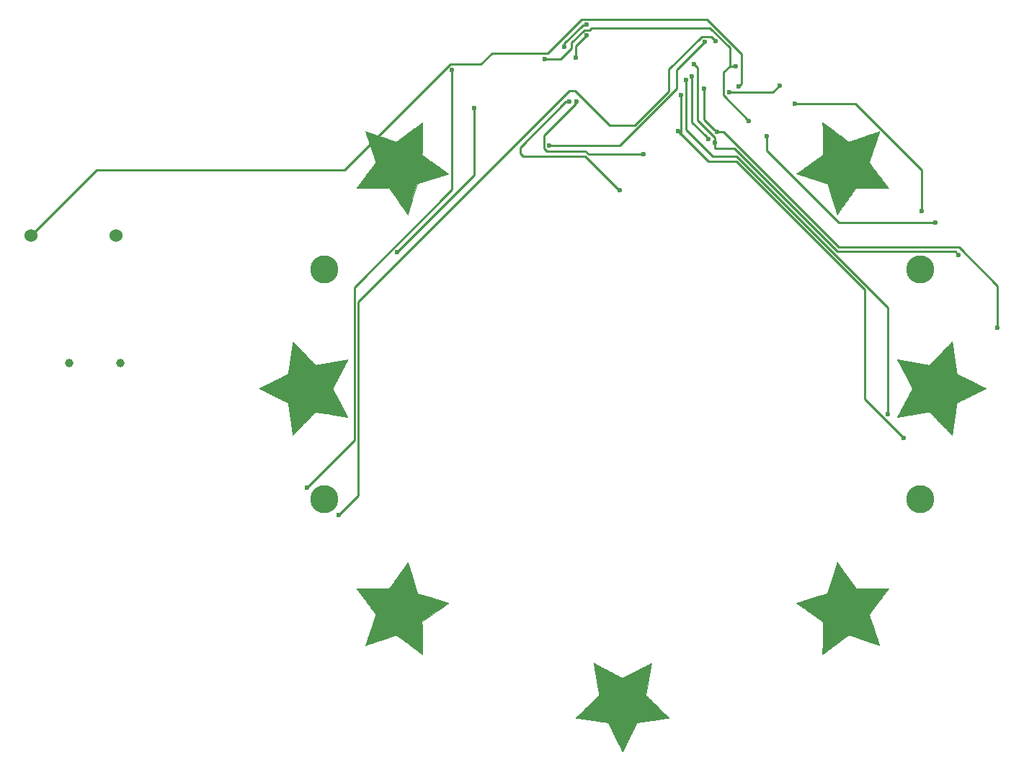
<source format=gbr>
G04 #@! TF.FileFunction,Copper,L2,Bot,Signal*
%FSLAX46Y46*%
G04 Gerber Fmt 4.6, Leading zero omitted, Abs format (unit mm)*
G04 Created by KiCad (PCBNEW 4.0.6) date Mon Apr 24 00:01:32 2017*
%MOMM*%
%LPD*%
G01*
G04 APERTURE LIST*
%ADD10C,0.100000*%
%ADD11C,0.010000*%
%ADD12C,3.300000*%
%ADD13C,1.000000*%
%ADD14C,1.524000*%
%ADD15C,0.600000*%
%ADD16C,0.250000*%
G04 APERTURE END LIST*
D10*
D11*
G36*
X180193388Y-69807558D02*
X180179182Y-69812075D01*
X180156019Y-69819629D01*
X180124232Y-69830106D01*
X180084155Y-69843395D01*
X180036119Y-69859384D01*
X179980457Y-69877961D01*
X179917504Y-69899015D01*
X179847593Y-69922433D01*
X179771054Y-69948104D01*
X179688222Y-69975916D01*
X179599431Y-70005756D01*
X179505012Y-70037514D01*
X179405299Y-70071076D01*
X179300625Y-70106331D01*
X179191323Y-70143168D01*
X179077725Y-70181475D01*
X178960165Y-70221139D01*
X178838976Y-70262048D01*
X178714490Y-70304091D01*
X178587041Y-70347157D01*
X178456961Y-70391132D01*
X178389640Y-70413900D01*
X178258295Y-70458312D01*
X178129386Y-70501878D01*
X178003248Y-70544485D01*
X177880214Y-70586021D01*
X177760619Y-70626372D01*
X177644798Y-70665428D01*
X177533083Y-70703076D01*
X177425811Y-70739203D01*
X177323314Y-70773698D01*
X177225927Y-70806448D01*
X177133984Y-70837341D01*
X177047819Y-70866265D01*
X176967767Y-70893109D01*
X176894162Y-70917758D01*
X176827338Y-70940101D01*
X176767628Y-70960028D01*
X176715368Y-70977423D01*
X176670892Y-70992176D01*
X176634532Y-71004174D01*
X176606625Y-71013306D01*
X176587504Y-71019459D01*
X176577503Y-71022520D01*
X176576025Y-71022856D01*
X176571478Y-71019696D01*
X176559082Y-71010659D01*
X176539124Y-70995961D01*
X176511889Y-70975812D01*
X176477661Y-70950425D01*
X176436725Y-70920014D01*
X176389367Y-70884792D01*
X176335874Y-70844969D01*
X176276528Y-70800762D01*
X176211617Y-70752380D01*
X176141426Y-70700039D01*
X176066238Y-70643949D01*
X175986341Y-70584324D01*
X175902019Y-70521378D01*
X175813558Y-70455323D01*
X175721242Y-70386370D01*
X175625358Y-70314733D01*
X175526190Y-70240625D01*
X175424023Y-70164260D01*
X175319145Y-70085849D01*
X175211837Y-70005605D01*
X175102387Y-69923743D01*
X175068827Y-69898638D01*
X174935085Y-69798587D01*
X174809239Y-69704444D01*
X174691049Y-69616027D01*
X174580275Y-69533160D01*
X174476677Y-69455664D01*
X174380014Y-69383359D01*
X174290047Y-69316068D01*
X174206535Y-69253612D01*
X174129239Y-69195813D01*
X174057918Y-69142490D01*
X173992333Y-69093467D01*
X173932242Y-69048563D01*
X173877406Y-69007602D01*
X173827585Y-68970404D01*
X173782539Y-68936790D01*
X173742027Y-68906583D01*
X173705810Y-68879602D01*
X173673648Y-68855670D01*
X173645300Y-68834608D01*
X173620526Y-68816238D01*
X173599085Y-68800381D01*
X173580739Y-68786857D01*
X173565248Y-68775490D01*
X173552370Y-68766100D01*
X173541866Y-68758507D01*
X173533496Y-68752535D01*
X173527018Y-68748003D01*
X173522195Y-68744734D01*
X173518784Y-68742550D01*
X173516548Y-68741271D01*
X173515244Y-68740718D01*
X173514632Y-68740713D01*
X173514474Y-68741079D01*
X173514530Y-68741634D01*
X173514557Y-68742202D01*
X173514513Y-68742378D01*
X173514466Y-68747666D01*
X173514541Y-68762754D01*
X173514734Y-68787280D01*
X173515040Y-68820886D01*
X173515456Y-68863210D01*
X173515977Y-68913892D01*
X173516600Y-68972573D01*
X173517320Y-69038891D01*
X173518133Y-69112486D01*
X173519035Y-69193001D01*
X173520022Y-69280072D01*
X173521090Y-69373341D01*
X173522235Y-69472447D01*
X173523453Y-69577031D01*
X173524738Y-69686730D01*
X173526089Y-69801187D01*
X173527499Y-69920040D01*
X173528966Y-70042929D01*
X173530485Y-70169494D01*
X173532052Y-70299376D01*
X173533662Y-70432214D01*
X173535299Y-70566469D01*
X173536963Y-70702811D01*
X173538597Y-70836981D01*
X173540196Y-70968598D01*
X173541757Y-71097281D01*
X173543273Y-71222645D01*
X173544741Y-71344308D01*
X173546156Y-71461888D01*
X173547514Y-71575002D01*
X173548811Y-71683267D01*
X173550040Y-71786301D01*
X173551199Y-71883721D01*
X173552282Y-71975145D01*
X173553285Y-72060188D01*
X173554203Y-72138470D01*
X173555033Y-72209608D01*
X173555769Y-72273218D01*
X173556406Y-72328917D01*
X173556941Y-72376325D01*
X173557368Y-72415058D01*
X173557684Y-72444732D01*
X173557883Y-72464965D01*
X173557958Y-72474646D01*
X173558373Y-72562318D01*
X172006692Y-73657900D01*
X171893600Y-73737748D01*
X171782589Y-73816121D01*
X171673949Y-73892815D01*
X171567969Y-73967626D01*
X171464941Y-74040348D01*
X171365153Y-74110778D01*
X171268896Y-74178711D01*
X171176458Y-74243942D01*
X171088132Y-74306268D01*
X171004204Y-74365484D01*
X170924967Y-74421383D01*
X170850711Y-74473765D01*
X170781723Y-74522422D01*
X170718296Y-74567151D01*
X170660717Y-74607746D01*
X170609277Y-74644005D01*
X170564266Y-74675723D01*
X170525976Y-74702694D01*
X170494693Y-74724714D01*
X170470709Y-74741578D01*
X170454314Y-74753084D01*
X170445798Y-74759025D01*
X170444612Y-74759829D01*
X170438003Y-74765708D01*
X170440364Y-74769950D01*
X170445609Y-74771720D01*
X170460219Y-74776406D01*
X170483854Y-74783902D01*
X170516180Y-74794104D01*
X170556858Y-74806906D01*
X170605554Y-74822202D01*
X170661929Y-74839887D01*
X170725646Y-74859857D01*
X170796370Y-74882004D01*
X170873761Y-74906225D01*
X170957486Y-74932414D01*
X171047207Y-74960467D01*
X171142586Y-74990275D01*
X171243286Y-75021736D01*
X171348971Y-75054745D01*
X171459306Y-75089194D01*
X171573951Y-75124979D01*
X171692571Y-75161995D01*
X171814828Y-75200136D01*
X171940386Y-75239299D01*
X172068909Y-75279375D01*
X172200059Y-75320260D01*
X172265578Y-75340683D01*
X174084640Y-75907640D01*
X174094052Y-75936213D01*
X174096234Y-75943122D01*
X174101317Y-75959389D01*
X174109193Y-75984673D01*
X174119756Y-76018625D01*
X174132898Y-76060902D01*
X174148512Y-76111159D01*
X174166493Y-76169049D01*
X174186730Y-76234230D01*
X174209120Y-76306355D01*
X174233553Y-76385080D01*
X174259924Y-76470060D01*
X174288124Y-76560950D01*
X174318047Y-76657403D01*
X174349587Y-76759077D01*
X174382636Y-76865625D01*
X174417086Y-76976703D01*
X174452831Y-77091965D01*
X174489764Y-77211067D01*
X174527778Y-77333663D01*
X174566766Y-77459409D01*
X174606618Y-77587960D01*
X174647233Y-77718970D01*
X174659774Y-77759428D01*
X174700511Y-77890835D01*
X174740485Y-78019756D01*
X174779590Y-78145853D01*
X174817720Y-78268787D01*
X174854771Y-78388223D01*
X174890639Y-78503819D01*
X174925216Y-78615239D01*
X174958399Y-78722144D01*
X174990083Y-78824195D01*
X175020162Y-78921055D01*
X175048532Y-79012384D01*
X175075086Y-79097845D01*
X175099722Y-79177101D01*
X175122331Y-79249810D01*
X175142811Y-79315638D01*
X175161055Y-79374244D01*
X175176959Y-79425292D01*
X175190419Y-79468441D01*
X175201327Y-79503353D01*
X175209580Y-79529692D01*
X175215071Y-79547118D01*
X175217698Y-79555293D01*
X175217919Y-79555906D01*
X175222480Y-79554593D01*
X175225243Y-79552253D01*
X175228548Y-79547753D01*
X175237520Y-79535249D01*
X175251955Y-79515030D01*
X175271647Y-79487385D01*
X175296394Y-79452600D01*
X175325991Y-79410966D01*
X175360232Y-79362769D01*
X175398914Y-79308297D01*
X175441832Y-79247840D01*
X175488782Y-79181686D01*
X175539557Y-79110122D01*
X175593957Y-79033436D01*
X175651774Y-78951918D01*
X175712805Y-78865856D01*
X175776846Y-78775536D01*
X175843690Y-78681248D01*
X175913136Y-78583281D01*
X175984977Y-78481921D01*
X176059011Y-78377458D01*
X176135030Y-78270178D01*
X176212833Y-78160372D01*
X176292213Y-78048326D01*
X176330228Y-77994663D01*
X176410243Y-77881713D01*
X176488754Y-77770886D01*
X176565559Y-77662470D01*
X176640453Y-77556753D01*
X176713235Y-77454020D01*
X176783699Y-77354561D01*
X176851643Y-77258661D01*
X176916863Y-77166608D01*
X176979156Y-77078689D01*
X177038318Y-76995190D01*
X177094147Y-76916400D01*
X177146439Y-76842604D01*
X177194989Y-76774089D01*
X177239596Y-76711144D01*
X177280054Y-76654056D01*
X177316162Y-76603110D01*
X177347714Y-76558595D01*
X177374510Y-76520797D01*
X177396344Y-76490004D01*
X177413014Y-76466502D01*
X177424315Y-76450578D01*
X177430044Y-76442521D01*
X177430756Y-76441531D01*
X177435853Y-76441524D01*
X177450758Y-76441653D01*
X177475119Y-76441912D01*
X177508588Y-76442297D01*
X177550811Y-76442802D01*
X177601439Y-76443424D01*
X177660121Y-76444158D01*
X177726506Y-76445000D01*
X177800243Y-76445945D01*
X177880980Y-76446987D01*
X177968368Y-76448123D01*
X178062055Y-76449349D01*
X178161690Y-76450659D01*
X178266923Y-76452049D01*
X178377401Y-76453514D01*
X178492777Y-76455050D01*
X178612696Y-76456652D01*
X178736809Y-76458315D01*
X178864765Y-76460036D01*
X178996214Y-76461809D01*
X179130803Y-76463631D01*
X179268182Y-76465495D01*
X179342411Y-76466504D01*
X179513201Y-76468820D01*
X179674096Y-76470986D01*
X179825356Y-76473002D01*
X179967245Y-76474871D01*
X180100026Y-76476596D01*
X180223960Y-76478179D01*
X180339309Y-76479623D01*
X180446337Y-76480929D01*
X180545306Y-76482100D01*
X180636478Y-76483138D01*
X180720117Y-76484047D01*
X180796483Y-76484826D01*
X180865840Y-76485481D01*
X180928451Y-76486012D01*
X180984577Y-76486422D01*
X181034481Y-76486713D01*
X181078427Y-76486888D01*
X181116675Y-76486948D01*
X181149489Y-76486897D01*
X181177130Y-76486736D01*
X181199863Y-76486468D01*
X181217948Y-76486096D01*
X181231649Y-76485621D01*
X181241228Y-76485046D01*
X181246947Y-76484373D01*
X181249069Y-76483604D01*
X181249074Y-76483411D01*
X181245782Y-76478718D01*
X181236627Y-76466164D01*
X181221820Y-76446034D01*
X181201574Y-76418611D01*
X181176097Y-76384180D01*
X181145604Y-76343023D01*
X181110304Y-76295426D01*
X181070407Y-76241673D01*
X181026127Y-76182047D01*
X180977673Y-76116832D01*
X180925257Y-76046314D01*
X180869090Y-75970774D01*
X180809383Y-75890498D01*
X180746347Y-75805769D01*
X180680194Y-75716872D01*
X180611135Y-75624091D01*
X180539379Y-75527708D01*
X180465141Y-75428010D01*
X180388629Y-75325279D01*
X180310056Y-75219799D01*
X180229632Y-75111855D01*
X180147569Y-75001731D01*
X180108710Y-74949591D01*
X180026003Y-74838617D01*
X179944855Y-74729726D01*
X179865477Y-74623202D01*
X179788079Y-74519324D01*
X179712871Y-74418376D01*
X179640063Y-74320641D01*
X179569866Y-74226401D01*
X179502489Y-74135936D01*
X179438143Y-74049531D01*
X179377036Y-73967467D01*
X179319381Y-73890027D01*
X179265387Y-73817493D01*
X179215263Y-73750146D01*
X179169221Y-73688270D01*
X179127470Y-73632146D01*
X179090220Y-73582057D01*
X179057681Y-73538285D01*
X179030064Y-73501112D01*
X179007579Y-73470820D01*
X178990435Y-73447693D01*
X178978844Y-73432012D01*
X178973014Y-73424058D01*
X178972324Y-73423069D01*
X178973943Y-73418183D01*
X178978719Y-73404012D01*
X178986541Y-73380886D01*
X178997296Y-73349139D01*
X179010870Y-73309105D01*
X179027150Y-73261117D01*
X179046024Y-73205505D01*
X179067378Y-73142603D01*
X179091098Y-73072745D01*
X179117073Y-72996261D01*
X179145190Y-72913487D01*
X179175334Y-72824753D01*
X179207394Y-72730394D01*
X179241255Y-72630741D01*
X179276806Y-72526126D01*
X179313933Y-72416885D01*
X179352523Y-72303349D01*
X179392463Y-72185849D01*
X179433639Y-72064720D01*
X179475939Y-71940294D01*
X179519251Y-71812903D01*
X179563460Y-71682882D01*
X179586414Y-71615376D01*
X179631036Y-71484125D01*
X179674806Y-71355329D01*
X179717611Y-71229319D01*
X179759341Y-71106429D01*
X179799881Y-70986992D01*
X179839120Y-70871340D01*
X179876943Y-70759808D01*
X179913239Y-70652728D01*
X179947896Y-70550432D01*
X179980800Y-70453254D01*
X180011840Y-70361528D01*
X180040901Y-70275586D01*
X180067872Y-70195761D01*
X180092641Y-70122386D01*
X180115092Y-70055794D01*
X180135117Y-69996319D01*
X180152600Y-69944294D01*
X180167429Y-69900050D01*
X180179493Y-69863922D01*
X180188678Y-69836242D01*
X180194871Y-69817345D01*
X180197960Y-69807561D01*
X180198304Y-69806188D01*
X180193388Y-69807558D01*
X180193388Y-69807558D01*
G37*
X180193388Y-69807558D02*
X180179182Y-69812075D01*
X180156019Y-69819629D01*
X180124232Y-69830106D01*
X180084155Y-69843395D01*
X180036119Y-69859384D01*
X179980457Y-69877961D01*
X179917504Y-69899015D01*
X179847593Y-69922433D01*
X179771054Y-69948104D01*
X179688222Y-69975916D01*
X179599431Y-70005756D01*
X179505012Y-70037514D01*
X179405299Y-70071076D01*
X179300625Y-70106331D01*
X179191323Y-70143168D01*
X179077725Y-70181475D01*
X178960165Y-70221139D01*
X178838976Y-70262048D01*
X178714490Y-70304091D01*
X178587041Y-70347157D01*
X178456961Y-70391132D01*
X178389640Y-70413900D01*
X178258295Y-70458312D01*
X178129386Y-70501878D01*
X178003248Y-70544485D01*
X177880214Y-70586021D01*
X177760619Y-70626372D01*
X177644798Y-70665428D01*
X177533083Y-70703076D01*
X177425811Y-70739203D01*
X177323314Y-70773698D01*
X177225927Y-70806448D01*
X177133984Y-70837341D01*
X177047819Y-70866265D01*
X176967767Y-70893109D01*
X176894162Y-70917758D01*
X176827338Y-70940101D01*
X176767628Y-70960028D01*
X176715368Y-70977423D01*
X176670892Y-70992176D01*
X176634532Y-71004174D01*
X176606625Y-71013306D01*
X176587504Y-71019459D01*
X176577503Y-71022520D01*
X176576025Y-71022856D01*
X176571478Y-71019696D01*
X176559082Y-71010659D01*
X176539124Y-70995961D01*
X176511889Y-70975812D01*
X176477661Y-70950425D01*
X176436725Y-70920014D01*
X176389367Y-70884792D01*
X176335874Y-70844969D01*
X176276528Y-70800762D01*
X176211617Y-70752380D01*
X176141426Y-70700039D01*
X176066238Y-70643949D01*
X175986341Y-70584324D01*
X175902019Y-70521378D01*
X175813558Y-70455323D01*
X175721242Y-70386370D01*
X175625358Y-70314733D01*
X175526190Y-70240625D01*
X175424023Y-70164260D01*
X175319145Y-70085849D01*
X175211837Y-70005605D01*
X175102387Y-69923743D01*
X175068827Y-69898638D01*
X174935085Y-69798587D01*
X174809239Y-69704444D01*
X174691049Y-69616027D01*
X174580275Y-69533160D01*
X174476677Y-69455664D01*
X174380014Y-69383359D01*
X174290047Y-69316068D01*
X174206535Y-69253612D01*
X174129239Y-69195813D01*
X174057918Y-69142490D01*
X173992333Y-69093467D01*
X173932242Y-69048563D01*
X173877406Y-69007602D01*
X173827585Y-68970404D01*
X173782539Y-68936790D01*
X173742027Y-68906583D01*
X173705810Y-68879602D01*
X173673648Y-68855670D01*
X173645300Y-68834608D01*
X173620526Y-68816238D01*
X173599085Y-68800381D01*
X173580739Y-68786857D01*
X173565248Y-68775490D01*
X173552370Y-68766100D01*
X173541866Y-68758507D01*
X173533496Y-68752535D01*
X173527018Y-68748003D01*
X173522195Y-68744734D01*
X173518784Y-68742550D01*
X173516548Y-68741271D01*
X173515244Y-68740718D01*
X173514632Y-68740713D01*
X173514474Y-68741079D01*
X173514530Y-68741634D01*
X173514557Y-68742202D01*
X173514513Y-68742378D01*
X173514466Y-68747666D01*
X173514541Y-68762754D01*
X173514734Y-68787280D01*
X173515040Y-68820886D01*
X173515456Y-68863210D01*
X173515977Y-68913892D01*
X173516600Y-68972573D01*
X173517320Y-69038891D01*
X173518133Y-69112486D01*
X173519035Y-69193001D01*
X173520022Y-69280072D01*
X173521090Y-69373341D01*
X173522235Y-69472447D01*
X173523453Y-69577031D01*
X173524738Y-69686730D01*
X173526089Y-69801187D01*
X173527499Y-69920040D01*
X173528966Y-70042929D01*
X173530485Y-70169494D01*
X173532052Y-70299376D01*
X173533662Y-70432214D01*
X173535299Y-70566469D01*
X173536963Y-70702811D01*
X173538597Y-70836981D01*
X173540196Y-70968598D01*
X173541757Y-71097281D01*
X173543273Y-71222645D01*
X173544741Y-71344308D01*
X173546156Y-71461888D01*
X173547514Y-71575002D01*
X173548811Y-71683267D01*
X173550040Y-71786301D01*
X173551199Y-71883721D01*
X173552282Y-71975145D01*
X173553285Y-72060188D01*
X173554203Y-72138470D01*
X173555033Y-72209608D01*
X173555769Y-72273218D01*
X173556406Y-72328917D01*
X173556941Y-72376325D01*
X173557368Y-72415058D01*
X173557684Y-72444732D01*
X173557883Y-72464965D01*
X173557958Y-72474646D01*
X173558373Y-72562318D01*
X172006692Y-73657900D01*
X171893600Y-73737748D01*
X171782589Y-73816121D01*
X171673949Y-73892815D01*
X171567969Y-73967626D01*
X171464941Y-74040348D01*
X171365153Y-74110778D01*
X171268896Y-74178711D01*
X171176458Y-74243942D01*
X171088132Y-74306268D01*
X171004204Y-74365484D01*
X170924967Y-74421383D01*
X170850711Y-74473765D01*
X170781723Y-74522422D01*
X170718296Y-74567151D01*
X170660717Y-74607746D01*
X170609277Y-74644005D01*
X170564266Y-74675723D01*
X170525976Y-74702694D01*
X170494693Y-74724714D01*
X170470709Y-74741578D01*
X170454314Y-74753084D01*
X170445798Y-74759025D01*
X170444612Y-74759829D01*
X170438003Y-74765708D01*
X170440364Y-74769950D01*
X170445609Y-74771720D01*
X170460219Y-74776406D01*
X170483854Y-74783902D01*
X170516180Y-74794104D01*
X170556858Y-74806906D01*
X170605554Y-74822202D01*
X170661929Y-74839887D01*
X170725646Y-74859857D01*
X170796370Y-74882004D01*
X170873761Y-74906225D01*
X170957486Y-74932414D01*
X171047207Y-74960467D01*
X171142586Y-74990275D01*
X171243286Y-75021736D01*
X171348971Y-75054745D01*
X171459306Y-75089194D01*
X171573951Y-75124979D01*
X171692571Y-75161995D01*
X171814828Y-75200136D01*
X171940386Y-75239299D01*
X172068909Y-75279375D01*
X172200059Y-75320260D01*
X172265578Y-75340683D01*
X174084640Y-75907640D01*
X174094052Y-75936213D01*
X174096234Y-75943122D01*
X174101317Y-75959389D01*
X174109193Y-75984673D01*
X174119756Y-76018625D01*
X174132898Y-76060902D01*
X174148512Y-76111159D01*
X174166493Y-76169049D01*
X174186730Y-76234230D01*
X174209120Y-76306355D01*
X174233553Y-76385080D01*
X174259924Y-76470060D01*
X174288124Y-76560950D01*
X174318047Y-76657403D01*
X174349587Y-76759077D01*
X174382636Y-76865625D01*
X174417086Y-76976703D01*
X174452831Y-77091965D01*
X174489764Y-77211067D01*
X174527778Y-77333663D01*
X174566766Y-77459409D01*
X174606618Y-77587960D01*
X174647233Y-77718970D01*
X174659774Y-77759428D01*
X174700511Y-77890835D01*
X174740485Y-78019756D01*
X174779590Y-78145853D01*
X174817720Y-78268787D01*
X174854771Y-78388223D01*
X174890639Y-78503819D01*
X174925216Y-78615239D01*
X174958399Y-78722144D01*
X174990083Y-78824195D01*
X175020162Y-78921055D01*
X175048532Y-79012384D01*
X175075086Y-79097845D01*
X175099722Y-79177101D01*
X175122331Y-79249810D01*
X175142811Y-79315638D01*
X175161055Y-79374244D01*
X175176959Y-79425292D01*
X175190419Y-79468441D01*
X175201327Y-79503353D01*
X175209580Y-79529692D01*
X175215071Y-79547118D01*
X175217698Y-79555293D01*
X175217919Y-79555906D01*
X175222480Y-79554593D01*
X175225243Y-79552253D01*
X175228548Y-79547753D01*
X175237520Y-79535249D01*
X175251955Y-79515030D01*
X175271647Y-79487385D01*
X175296394Y-79452600D01*
X175325991Y-79410966D01*
X175360232Y-79362769D01*
X175398914Y-79308297D01*
X175441832Y-79247840D01*
X175488782Y-79181686D01*
X175539557Y-79110122D01*
X175593957Y-79033436D01*
X175651774Y-78951918D01*
X175712805Y-78865856D01*
X175776846Y-78775536D01*
X175843690Y-78681248D01*
X175913136Y-78583281D01*
X175984977Y-78481921D01*
X176059011Y-78377458D01*
X176135030Y-78270178D01*
X176212833Y-78160372D01*
X176292213Y-78048326D01*
X176330228Y-77994663D01*
X176410243Y-77881713D01*
X176488754Y-77770886D01*
X176565559Y-77662470D01*
X176640453Y-77556753D01*
X176713235Y-77454020D01*
X176783699Y-77354561D01*
X176851643Y-77258661D01*
X176916863Y-77166608D01*
X176979156Y-77078689D01*
X177038318Y-76995190D01*
X177094147Y-76916400D01*
X177146439Y-76842604D01*
X177194989Y-76774089D01*
X177239596Y-76711144D01*
X177280054Y-76654056D01*
X177316162Y-76603110D01*
X177347714Y-76558595D01*
X177374510Y-76520797D01*
X177396344Y-76490004D01*
X177413014Y-76466502D01*
X177424315Y-76450578D01*
X177430044Y-76442521D01*
X177430756Y-76441531D01*
X177435853Y-76441524D01*
X177450758Y-76441653D01*
X177475119Y-76441912D01*
X177508588Y-76442297D01*
X177550811Y-76442802D01*
X177601439Y-76443424D01*
X177660121Y-76444158D01*
X177726506Y-76445000D01*
X177800243Y-76445945D01*
X177880980Y-76446987D01*
X177968368Y-76448123D01*
X178062055Y-76449349D01*
X178161690Y-76450659D01*
X178266923Y-76452049D01*
X178377401Y-76453514D01*
X178492777Y-76455050D01*
X178612696Y-76456652D01*
X178736809Y-76458315D01*
X178864765Y-76460036D01*
X178996214Y-76461809D01*
X179130803Y-76463631D01*
X179268182Y-76465495D01*
X179342411Y-76466504D01*
X179513201Y-76468820D01*
X179674096Y-76470986D01*
X179825356Y-76473002D01*
X179967245Y-76474871D01*
X180100026Y-76476596D01*
X180223960Y-76478179D01*
X180339309Y-76479623D01*
X180446337Y-76480929D01*
X180545306Y-76482100D01*
X180636478Y-76483138D01*
X180720117Y-76484047D01*
X180796483Y-76484826D01*
X180865840Y-76485481D01*
X180928451Y-76486012D01*
X180984577Y-76486422D01*
X181034481Y-76486713D01*
X181078427Y-76486888D01*
X181116675Y-76486948D01*
X181149489Y-76486897D01*
X181177130Y-76486736D01*
X181199863Y-76486468D01*
X181217948Y-76486096D01*
X181231649Y-76485621D01*
X181241228Y-76485046D01*
X181246947Y-76484373D01*
X181249069Y-76483604D01*
X181249074Y-76483411D01*
X181245782Y-76478718D01*
X181236627Y-76466164D01*
X181221820Y-76446034D01*
X181201574Y-76418611D01*
X181176097Y-76384180D01*
X181145604Y-76343023D01*
X181110304Y-76295426D01*
X181070407Y-76241673D01*
X181026127Y-76182047D01*
X180977673Y-76116832D01*
X180925257Y-76046314D01*
X180869090Y-75970774D01*
X180809383Y-75890498D01*
X180746347Y-75805769D01*
X180680194Y-75716872D01*
X180611135Y-75624091D01*
X180539379Y-75527708D01*
X180465141Y-75428010D01*
X180388629Y-75325279D01*
X180310056Y-75219799D01*
X180229632Y-75111855D01*
X180147569Y-75001731D01*
X180108710Y-74949591D01*
X180026003Y-74838617D01*
X179944855Y-74729726D01*
X179865477Y-74623202D01*
X179788079Y-74519324D01*
X179712871Y-74418376D01*
X179640063Y-74320641D01*
X179569866Y-74226401D01*
X179502489Y-74135936D01*
X179438143Y-74049531D01*
X179377036Y-73967467D01*
X179319381Y-73890027D01*
X179265387Y-73817493D01*
X179215263Y-73750146D01*
X179169221Y-73688270D01*
X179127470Y-73632146D01*
X179090220Y-73582057D01*
X179057681Y-73538285D01*
X179030064Y-73501112D01*
X179007579Y-73470820D01*
X178990435Y-73447693D01*
X178978844Y-73432012D01*
X178973014Y-73424058D01*
X178972324Y-73423069D01*
X178973943Y-73418183D01*
X178978719Y-73404012D01*
X178986541Y-73380886D01*
X178997296Y-73349139D01*
X179010870Y-73309105D01*
X179027150Y-73261117D01*
X179046024Y-73205505D01*
X179067378Y-73142603D01*
X179091098Y-73072745D01*
X179117073Y-72996261D01*
X179145190Y-72913487D01*
X179175334Y-72824753D01*
X179207394Y-72730394D01*
X179241255Y-72630741D01*
X179276806Y-72526126D01*
X179313933Y-72416885D01*
X179352523Y-72303349D01*
X179392463Y-72185849D01*
X179433639Y-72064720D01*
X179475939Y-71940294D01*
X179519251Y-71812903D01*
X179563460Y-71682882D01*
X179586414Y-71615376D01*
X179631036Y-71484125D01*
X179674806Y-71355329D01*
X179717611Y-71229319D01*
X179759341Y-71106429D01*
X179799881Y-70986992D01*
X179839120Y-70871340D01*
X179876943Y-70759808D01*
X179913239Y-70652728D01*
X179947896Y-70550432D01*
X179980800Y-70453254D01*
X180011840Y-70361528D01*
X180040901Y-70275586D01*
X180067872Y-70195761D01*
X180092641Y-70122386D01*
X180115092Y-70055794D01*
X180135117Y-69996319D01*
X180152600Y-69944294D01*
X180167429Y-69900050D01*
X180179493Y-69863922D01*
X180188678Y-69836242D01*
X180194871Y-69817345D01*
X180197960Y-69807561D01*
X180198304Y-69806188D01*
X180193388Y-69807558D01*
G36*
X192699230Y-100000669D02*
X192685991Y-99993818D01*
X192664271Y-99982780D01*
X192634386Y-99967712D01*
X192596650Y-99948770D01*
X192551378Y-99926109D01*
X192498883Y-99899887D01*
X192439481Y-99870260D01*
X192373487Y-99837384D01*
X192301214Y-99801415D01*
X192222977Y-99762510D01*
X192139092Y-99720825D01*
X192049872Y-99676517D01*
X191955632Y-99629741D01*
X191856687Y-99580655D01*
X191753351Y-99529414D01*
X191645938Y-99476175D01*
X191534764Y-99421094D01*
X191420143Y-99364328D01*
X191302389Y-99306032D01*
X191181817Y-99246364D01*
X191058742Y-99185479D01*
X190995040Y-99153975D01*
X190870760Y-99092504D01*
X190748802Y-99032158D01*
X190629481Y-98973092D01*
X190513113Y-98915464D01*
X190400014Y-98859430D01*
X190290499Y-98805149D01*
X190184884Y-98752776D01*
X190083485Y-98702469D01*
X189986617Y-98654384D01*
X189894596Y-98608679D01*
X189807738Y-98565510D01*
X189726358Y-98525035D01*
X189650771Y-98487411D01*
X189581295Y-98452794D01*
X189518244Y-98421341D01*
X189461933Y-98393210D01*
X189412679Y-98368557D01*
X189370798Y-98347539D01*
X189336604Y-98330313D01*
X189310413Y-98317037D01*
X189292542Y-98307867D01*
X189283306Y-98302960D01*
X189282023Y-98302152D01*
X189281042Y-98296703D01*
X189278667Y-98281548D01*
X189274948Y-98257042D01*
X189269937Y-98223536D01*
X189263685Y-98181382D01*
X189256243Y-98130932D01*
X189247662Y-98072539D01*
X189237995Y-98006555D01*
X189227291Y-97933332D01*
X189215603Y-97853222D01*
X189202981Y-97766578D01*
X189189477Y-97673751D01*
X189175142Y-97575094D01*
X189160027Y-97470960D01*
X189144184Y-97361700D01*
X189127664Y-97247666D01*
X189110518Y-97129211D01*
X189092798Y-97006686D01*
X189074554Y-96880445D01*
X189055838Y-96750840D01*
X189036701Y-96618221D01*
X189017194Y-96482943D01*
X189011215Y-96441460D01*
X188987392Y-96276144D01*
X188964975Y-96120588D01*
X188943922Y-95974495D01*
X188924189Y-95837570D01*
X188905732Y-95709517D01*
X188888508Y-95590039D01*
X188872474Y-95478841D01*
X188857585Y-95375626D01*
X188843799Y-95280099D01*
X188831072Y-95191963D01*
X188819361Y-95110922D01*
X188808622Y-95036680D01*
X188798811Y-94968941D01*
X188789885Y-94907409D01*
X188781801Y-94851788D01*
X188774515Y-94801782D01*
X188767984Y-94757095D01*
X188762164Y-94717430D01*
X188757012Y-94682492D01*
X188752484Y-94651984D01*
X188748536Y-94625611D01*
X188745126Y-94603076D01*
X188742210Y-94584084D01*
X188739744Y-94568338D01*
X188737685Y-94555542D01*
X188735989Y-94545400D01*
X188734613Y-94537615D01*
X188733514Y-94531893D01*
X188732647Y-94527937D01*
X188731970Y-94525451D01*
X188731439Y-94524138D01*
X188731010Y-94523702D01*
X188730640Y-94523849D01*
X188730286Y-94524281D01*
X188729904Y-94524702D01*
X188729749Y-94524795D01*
X188725976Y-94528501D01*
X188715360Y-94539223D01*
X188698154Y-94556702D01*
X188674608Y-94580681D01*
X188644974Y-94610903D01*
X188609505Y-94647109D01*
X188568452Y-94689043D01*
X188522067Y-94736446D01*
X188470602Y-94789061D01*
X188414307Y-94846631D01*
X188353437Y-94908898D01*
X188288241Y-94975604D01*
X188218972Y-95046492D01*
X188145881Y-95121305D01*
X188069221Y-95199783D01*
X187989243Y-95281671D01*
X187906198Y-95366710D01*
X187820340Y-95454643D01*
X187731919Y-95545213D01*
X187641187Y-95638161D01*
X187548395Y-95733230D01*
X187454619Y-95829320D01*
X187359388Y-95926905D01*
X187265671Y-96022933D01*
X187173734Y-96117131D01*
X187083845Y-96209227D01*
X186996271Y-96298945D01*
X186911280Y-96386012D01*
X186829140Y-96470154D01*
X186750116Y-96551098D01*
X186674478Y-96628570D01*
X186602491Y-96702295D01*
X186534424Y-96772001D01*
X186470544Y-96837413D01*
X186411118Y-96898257D01*
X186356414Y-96954260D01*
X186306699Y-97005149D01*
X186262240Y-97050648D01*
X186223305Y-97090484D01*
X186190161Y-97124385D01*
X186163075Y-97152075D01*
X186142315Y-97173281D01*
X186128149Y-97187729D01*
X186121357Y-97194627D01*
X186059657Y-97256914D01*
X184187759Y-96934404D01*
X184051330Y-96910897D01*
X183917415Y-96887818D01*
X183786364Y-96865229D01*
X183658526Y-96843189D01*
X183534252Y-96821759D01*
X183413889Y-96801000D01*
X183297789Y-96780972D01*
X183186301Y-96761734D01*
X183079773Y-96743349D01*
X182978556Y-96725875D01*
X182883000Y-96709373D01*
X182793453Y-96693905D01*
X182710266Y-96679529D01*
X182633788Y-96666307D01*
X182564368Y-96654298D01*
X182502356Y-96643564D01*
X182448101Y-96634164D01*
X182401954Y-96626160D01*
X182364263Y-96619610D01*
X182335379Y-96614576D01*
X182315650Y-96611119D01*
X182305427Y-96609298D01*
X182304020Y-96609028D01*
X182295190Y-96608511D01*
X182293860Y-96613181D01*
X182296317Y-96618141D01*
X182303334Y-96631785D01*
X182314746Y-96653798D01*
X182330390Y-96683870D01*
X182350102Y-96721686D01*
X182373719Y-96766935D01*
X182401077Y-96819303D01*
X182432011Y-96878479D01*
X182466360Y-96944149D01*
X182503957Y-97016000D01*
X182544641Y-97093721D01*
X182588247Y-97176999D01*
X182634612Y-97265520D01*
X182683572Y-97358972D01*
X182734962Y-97457043D01*
X182788621Y-97559421D01*
X182844383Y-97665791D01*
X182902086Y-97775842D01*
X182961565Y-97889261D01*
X183022656Y-98005736D01*
X183085197Y-98124954D01*
X183149024Y-98246601D01*
X183180912Y-98307371D01*
X184066284Y-99994541D01*
X184052735Y-100021401D01*
X184049393Y-100027829D01*
X184041484Y-100042926D01*
X184029175Y-100066373D01*
X184012636Y-100097850D01*
X183992035Y-100137037D01*
X183967539Y-100183615D01*
X183939318Y-100237264D01*
X183907538Y-100297664D01*
X183872370Y-100364496D01*
X183833980Y-100437440D01*
X183792537Y-100516177D01*
X183748209Y-100600386D01*
X183701165Y-100689748D01*
X183651573Y-100783944D01*
X183599601Y-100882654D01*
X183545417Y-100985558D01*
X183489190Y-101092336D01*
X183431088Y-101202669D01*
X183371279Y-101316238D01*
X183309932Y-101432722D01*
X183247213Y-101551801D01*
X183183293Y-101673158D01*
X183163553Y-101710634D01*
X183099440Y-101832358D01*
X183036545Y-101951785D01*
X182975032Y-102068600D01*
X182915066Y-102182490D01*
X182856812Y-102293143D01*
X182800435Y-102400244D01*
X182746099Y-102503480D01*
X182693970Y-102602537D01*
X182644213Y-102697102D01*
X182596992Y-102786861D01*
X182552473Y-102871501D01*
X182510819Y-102950708D01*
X182472197Y-103024170D01*
X182436771Y-103091571D01*
X182404705Y-103152600D01*
X182376165Y-103206941D01*
X182351315Y-103254283D01*
X182330321Y-103294311D01*
X182313348Y-103326711D01*
X182300559Y-103351171D01*
X182292120Y-103367376D01*
X182288197Y-103375014D01*
X182287920Y-103375604D01*
X182292073Y-103377901D01*
X182295681Y-103378200D01*
X182301200Y-103377355D01*
X182316386Y-103374857D01*
X182340890Y-103370767D01*
X182374363Y-103365144D01*
X182416458Y-103358046D01*
X182466826Y-103349534D01*
X182525119Y-103339666D01*
X182590988Y-103328501D01*
X182664085Y-103316099D01*
X182744062Y-103302519D01*
X182830569Y-103287820D01*
X182923260Y-103272061D01*
X183021785Y-103255302D01*
X183125796Y-103237602D01*
X183234945Y-103219020D01*
X183348883Y-103199615D01*
X183467262Y-103179447D01*
X183589734Y-103158574D01*
X183715950Y-103137057D01*
X183845562Y-103114953D01*
X183978222Y-103092323D01*
X184113580Y-103069225D01*
X184178406Y-103058160D01*
X184314853Y-103034871D01*
X184448735Y-103012020D01*
X184579706Y-102989668D01*
X184707418Y-102967873D01*
X184831525Y-102946694D01*
X184951679Y-102926192D01*
X185067534Y-102906424D01*
X185178743Y-102887450D01*
X185284959Y-102869330D01*
X185385836Y-102852121D01*
X185481026Y-102835885D01*
X185570183Y-102820679D01*
X185652961Y-102806562D01*
X185729011Y-102793595D01*
X185797987Y-102781836D01*
X185859543Y-102771344D01*
X185913331Y-102762178D01*
X185959006Y-102754398D01*
X185996219Y-102748063D01*
X186024624Y-102743232D01*
X186043875Y-102739963D01*
X186053624Y-102738317D01*
X186054827Y-102738120D01*
X186058436Y-102741720D01*
X186068884Y-102752350D01*
X186085927Y-102769759D01*
X186109321Y-102793697D01*
X186138820Y-102823911D01*
X186174180Y-102860150D01*
X186215155Y-102902164D01*
X186261501Y-102949700D01*
X186312973Y-103002508D01*
X186369326Y-103060335D01*
X186430315Y-103122931D01*
X186495695Y-103190044D01*
X186565221Y-103261423D01*
X186638649Y-103336817D01*
X186715733Y-103415973D01*
X186796230Y-103498642D01*
X186879893Y-103584570D01*
X186966478Y-103673508D01*
X187055740Y-103765203D01*
X187147434Y-103859405D01*
X187241315Y-103955862D01*
X187337139Y-104054322D01*
X187388913Y-104107523D01*
X187508042Y-104229928D01*
X187620280Y-104345229D01*
X187725812Y-104453612D01*
X187824821Y-104555264D01*
X187917491Y-104650374D01*
X188004006Y-104739128D01*
X188084549Y-104821713D01*
X188159306Y-104898317D01*
X188228460Y-104969127D01*
X188292194Y-105034329D01*
X188350693Y-105094113D01*
X188404141Y-105148663D01*
X188452721Y-105198169D01*
X188496618Y-105242817D01*
X188536016Y-105282794D01*
X188571097Y-105318287D01*
X188602048Y-105349485D01*
X188629051Y-105376573D01*
X188652290Y-105399740D01*
X188671949Y-105419172D01*
X188688213Y-105435057D01*
X188701264Y-105447582D01*
X188711288Y-105456934D01*
X188718468Y-105463301D01*
X188722988Y-105466869D01*
X188725032Y-105467826D01*
X188725172Y-105467693D01*
X188726163Y-105462046D01*
X188728566Y-105446696D01*
X188732330Y-105421992D01*
X188737405Y-105388284D01*
X188743737Y-105345923D01*
X188751277Y-105295259D01*
X188759972Y-105236642D01*
X188769770Y-105170422D01*
X188780621Y-105096949D01*
X188792473Y-105016573D01*
X188805273Y-104929645D01*
X188818972Y-104836514D01*
X188833516Y-104737531D01*
X188848856Y-104633046D01*
X188864938Y-104523409D01*
X188881712Y-104408970D01*
X188899126Y-104290079D01*
X188917129Y-104167087D01*
X188935669Y-104040343D01*
X188954695Y-103910198D01*
X188974154Y-103777002D01*
X188993996Y-103641105D01*
X189003387Y-103576759D01*
X189023375Y-103439806D01*
X189042992Y-103305428D01*
X189062188Y-103173975D01*
X189080912Y-103045794D01*
X189099113Y-102921233D01*
X189116739Y-102800641D01*
X189133740Y-102684366D01*
X189150065Y-102572755D01*
X189165663Y-102466158D01*
X189180482Y-102364921D01*
X189194472Y-102269394D01*
X189207582Y-102179925D01*
X189219761Y-102096861D01*
X189230957Y-102020551D01*
X189241120Y-101951343D01*
X189250199Y-101889585D01*
X189258142Y-101835625D01*
X189264899Y-101789812D01*
X189270419Y-101752493D01*
X189274650Y-101724017D01*
X189277542Y-101704732D01*
X189279044Y-101694986D01*
X189279255Y-101693799D01*
X189283855Y-101691488D01*
X189297253Y-101684845D01*
X189319136Y-101674024D01*
X189349189Y-101659180D01*
X189387096Y-101640470D01*
X189432541Y-101618049D01*
X189485210Y-101592071D01*
X189544788Y-101562692D01*
X189610958Y-101530068D01*
X189683407Y-101494353D01*
X189761819Y-101455704D01*
X189845878Y-101414275D01*
X189935270Y-101370223D01*
X190029679Y-101323701D01*
X190128791Y-101274866D01*
X190232289Y-101223873D01*
X190339858Y-101170878D01*
X190451185Y-101116035D01*
X190565952Y-101059500D01*
X190683845Y-101001428D01*
X190804550Y-100941975D01*
X190927750Y-100881297D01*
X190991715Y-100849794D01*
X191116075Y-100788538D01*
X191238098Y-100728415D01*
X191357468Y-100669581D01*
X191473872Y-100612192D01*
X191586993Y-100556403D01*
X191696517Y-100502371D01*
X191802127Y-100450251D01*
X191903510Y-100400199D01*
X192000350Y-100352371D01*
X192092332Y-100306923D01*
X192179140Y-100264011D01*
X192260460Y-100223790D01*
X192335976Y-100186417D01*
X192405374Y-100152047D01*
X192468337Y-100120835D01*
X192524552Y-100092939D01*
X192573702Y-100068514D01*
X192615473Y-100047715D01*
X192649550Y-100030699D01*
X192675617Y-100017621D01*
X192693359Y-100008638D01*
X192702461Y-100003904D01*
X192703675Y-100003176D01*
X192699230Y-100000669D01*
X192699230Y-100000669D01*
G37*
X192699230Y-100000669D02*
X192685991Y-99993818D01*
X192664271Y-99982780D01*
X192634386Y-99967712D01*
X192596650Y-99948770D01*
X192551378Y-99926109D01*
X192498883Y-99899887D01*
X192439481Y-99870260D01*
X192373487Y-99837384D01*
X192301214Y-99801415D01*
X192222977Y-99762510D01*
X192139092Y-99720825D01*
X192049872Y-99676517D01*
X191955632Y-99629741D01*
X191856687Y-99580655D01*
X191753351Y-99529414D01*
X191645938Y-99476175D01*
X191534764Y-99421094D01*
X191420143Y-99364328D01*
X191302389Y-99306032D01*
X191181817Y-99246364D01*
X191058742Y-99185479D01*
X190995040Y-99153975D01*
X190870760Y-99092504D01*
X190748802Y-99032158D01*
X190629481Y-98973092D01*
X190513113Y-98915464D01*
X190400014Y-98859430D01*
X190290499Y-98805149D01*
X190184884Y-98752776D01*
X190083485Y-98702469D01*
X189986617Y-98654384D01*
X189894596Y-98608679D01*
X189807738Y-98565510D01*
X189726358Y-98525035D01*
X189650771Y-98487411D01*
X189581295Y-98452794D01*
X189518244Y-98421341D01*
X189461933Y-98393210D01*
X189412679Y-98368557D01*
X189370798Y-98347539D01*
X189336604Y-98330313D01*
X189310413Y-98317037D01*
X189292542Y-98307867D01*
X189283306Y-98302960D01*
X189282023Y-98302152D01*
X189281042Y-98296703D01*
X189278667Y-98281548D01*
X189274948Y-98257042D01*
X189269937Y-98223536D01*
X189263685Y-98181382D01*
X189256243Y-98130932D01*
X189247662Y-98072539D01*
X189237995Y-98006555D01*
X189227291Y-97933332D01*
X189215603Y-97853222D01*
X189202981Y-97766578D01*
X189189477Y-97673751D01*
X189175142Y-97575094D01*
X189160027Y-97470960D01*
X189144184Y-97361700D01*
X189127664Y-97247666D01*
X189110518Y-97129211D01*
X189092798Y-97006686D01*
X189074554Y-96880445D01*
X189055838Y-96750840D01*
X189036701Y-96618221D01*
X189017194Y-96482943D01*
X189011215Y-96441460D01*
X188987392Y-96276144D01*
X188964975Y-96120588D01*
X188943922Y-95974495D01*
X188924189Y-95837570D01*
X188905732Y-95709517D01*
X188888508Y-95590039D01*
X188872474Y-95478841D01*
X188857585Y-95375626D01*
X188843799Y-95280099D01*
X188831072Y-95191963D01*
X188819361Y-95110922D01*
X188808622Y-95036680D01*
X188798811Y-94968941D01*
X188789885Y-94907409D01*
X188781801Y-94851788D01*
X188774515Y-94801782D01*
X188767984Y-94757095D01*
X188762164Y-94717430D01*
X188757012Y-94682492D01*
X188752484Y-94651984D01*
X188748536Y-94625611D01*
X188745126Y-94603076D01*
X188742210Y-94584084D01*
X188739744Y-94568338D01*
X188737685Y-94555542D01*
X188735989Y-94545400D01*
X188734613Y-94537615D01*
X188733514Y-94531893D01*
X188732647Y-94527937D01*
X188731970Y-94525451D01*
X188731439Y-94524138D01*
X188731010Y-94523702D01*
X188730640Y-94523849D01*
X188730286Y-94524281D01*
X188729904Y-94524702D01*
X188729749Y-94524795D01*
X188725976Y-94528501D01*
X188715360Y-94539223D01*
X188698154Y-94556702D01*
X188674608Y-94580681D01*
X188644974Y-94610903D01*
X188609505Y-94647109D01*
X188568452Y-94689043D01*
X188522067Y-94736446D01*
X188470602Y-94789061D01*
X188414307Y-94846631D01*
X188353437Y-94908898D01*
X188288241Y-94975604D01*
X188218972Y-95046492D01*
X188145881Y-95121305D01*
X188069221Y-95199783D01*
X187989243Y-95281671D01*
X187906198Y-95366710D01*
X187820340Y-95454643D01*
X187731919Y-95545213D01*
X187641187Y-95638161D01*
X187548395Y-95733230D01*
X187454619Y-95829320D01*
X187359388Y-95926905D01*
X187265671Y-96022933D01*
X187173734Y-96117131D01*
X187083845Y-96209227D01*
X186996271Y-96298945D01*
X186911280Y-96386012D01*
X186829140Y-96470154D01*
X186750116Y-96551098D01*
X186674478Y-96628570D01*
X186602491Y-96702295D01*
X186534424Y-96772001D01*
X186470544Y-96837413D01*
X186411118Y-96898257D01*
X186356414Y-96954260D01*
X186306699Y-97005149D01*
X186262240Y-97050648D01*
X186223305Y-97090484D01*
X186190161Y-97124385D01*
X186163075Y-97152075D01*
X186142315Y-97173281D01*
X186128149Y-97187729D01*
X186121357Y-97194627D01*
X186059657Y-97256914D01*
X184187759Y-96934404D01*
X184051330Y-96910897D01*
X183917415Y-96887818D01*
X183786364Y-96865229D01*
X183658526Y-96843189D01*
X183534252Y-96821759D01*
X183413889Y-96801000D01*
X183297789Y-96780972D01*
X183186301Y-96761734D01*
X183079773Y-96743349D01*
X182978556Y-96725875D01*
X182883000Y-96709373D01*
X182793453Y-96693905D01*
X182710266Y-96679529D01*
X182633788Y-96666307D01*
X182564368Y-96654298D01*
X182502356Y-96643564D01*
X182448101Y-96634164D01*
X182401954Y-96626160D01*
X182364263Y-96619610D01*
X182335379Y-96614576D01*
X182315650Y-96611119D01*
X182305427Y-96609298D01*
X182304020Y-96609028D01*
X182295190Y-96608511D01*
X182293860Y-96613181D01*
X182296317Y-96618141D01*
X182303334Y-96631785D01*
X182314746Y-96653798D01*
X182330390Y-96683870D01*
X182350102Y-96721686D01*
X182373719Y-96766935D01*
X182401077Y-96819303D01*
X182432011Y-96878479D01*
X182466360Y-96944149D01*
X182503957Y-97016000D01*
X182544641Y-97093721D01*
X182588247Y-97176999D01*
X182634612Y-97265520D01*
X182683572Y-97358972D01*
X182734962Y-97457043D01*
X182788621Y-97559421D01*
X182844383Y-97665791D01*
X182902086Y-97775842D01*
X182961565Y-97889261D01*
X183022656Y-98005736D01*
X183085197Y-98124954D01*
X183149024Y-98246601D01*
X183180912Y-98307371D01*
X184066284Y-99994541D01*
X184052735Y-100021401D01*
X184049393Y-100027829D01*
X184041484Y-100042926D01*
X184029175Y-100066373D01*
X184012636Y-100097850D01*
X183992035Y-100137037D01*
X183967539Y-100183615D01*
X183939318Y-100237264D01*
X183907538Y-100297664D01*
X183872370Y-100364496D01*
X183833980Y-100437440D01*
X183792537Y-100516177D01*
X183748209Y-100600386D01*
X183701165Y-100689748D01*
X183651573Y-100783944D01*
X183599601Y-100882654D01*
X183545417Y-100985558D01*
X183489190Y-101092336D01*
X183431088Y-101202669D01*
X183371279Y-101316238D01*
X183309932Y-101432722D01*
X183247213Y-101551801D01*
X183183293Y-101673158D01*
X183163553Y-101710634D01*
X183099440Y-101832358D01*
X183036545Y-101951785D01*
X182975032Y-102068600D01*
X182915066Y-102182490D01*
X182856812Y-102293143D01*
X182800435Y-102400244D01*
X182746099Y-102503480D01*
X182693970Y-102602537D01*
X182644213Y-102697102D01*
X182596992Y-102786861D01*
X182552473Y-102871501D01*
X182510819Y-102950708D01*
X182472197Y-103024170D01*
X182436771Y-103091571D01*
X182404705Y-103152600D01*
X182376165Y-103206941D01*
X182351315Y-103254283D01*
X182330321Y-103294311D01*
X182313348Y-103326711D01*
X182300559Y-103351171D01*
X182292120Y-103367376D01*
X182288197Y-103375014D01*
X182287920Y-103375604D01*
X182292073Y-103377901D01*
X182295681Y-103378200D01*
X182301200Y-103377355D01*
X182316386Y-103374857D01*
X182340890Y-103370767D01*
X182374363Y-103365144D01*
X182416458Y-103358046D01*
X182466826Y-103349534D01*
X182525119Y-103339666D01*
X182590988Y-103328501D01*
X182664085Y-103316099D01*
X182744062Y-103302519D01*
X182830569Y-103287820D01*
X182923260Y-103272061D01*
X183021785Y-103255302D01*
X183125796Y-103237602D01*
X183234945Y-103219020D01*
X183348883Y-103199615D01*
X183467262Y-103179447D01*
X183589734Y-103158574D01*
X183715950Y-103137057D01*
X183845562Y-103114953D01*
X183978222Y-103092323D01*
X184113580Y-103069225D01*
X184178406Y-103058160D01*
X184314853Y-103034871D01*
X184448735Y-103012020D01*
X184579706Y-102989668D01*
X184707418Y-102967873D01*
X184831525Y-102946694D01*
X184951679Y-102926192D01*
X185067534Y-102906424D01*
X185178743Y-102887450D01*
X185284959Y-102869330D01*
X185385836Y-102852121D01*
X185481026Y-102835885D01*
X185570183Y-102820679D01*
X185652961Y-102806562D01*
X185729011Y-102793595D01*
X185797987Y-102781836D01*
X185859543Y-102771344D01*
X185913331Y-102762178D01*
X185959006Y-102754398D01*
X185996219Y-102748063D01*
X186024624Y-102743232D01*
X186043875Y-102739963D01*
X186053624Y-102738317D01*
X186054827Y-102738120D01*
X186058436Y-102741720D01*
X186068884Y-102752350D01*
X186085927Y-102769759D01*
X186109321Y-102793697D01*
X186138820Y-102823911D01*
X186174180Y-102860150D01*
X186215155Y-102902164D01*
X186261501Y-102949700D01*
X186312973Y-103002508D01*
X186369326Y-103060335D01*
X186430315Y-103122931D01*
X186495695Y-103190044D01*
X186565221Y-103261423D01*
X186638649Y-103336817D01*
X186715733Y-103415973D01*
X186796230Y-103498642D01*
X186879893Y-103584570D01*
X186966478Y-103673508D01*
X187055740Y-103765203D01*
X187147434Y-103859405D01*
X187241315Y-103955862D01*
X187337139Y-104054322D01*
X187388913Y-104107523D01*
X187508042Y-104229928D01*
X187620280Y-104345229D01*
X187725812Y-104453612D01*
X187824821Y-104555264D01*
X187917491Y-104650374D01*
X188004006Y-104739128D01*
X188084549Y-104821713D01*
X188159306Y-104898317D01*
X188228460Y-104969127D01*
X188292194Y-105034329D01*
X188350693Y-105094113D01*
X188404141Y-105148663D01*
X188452721Y-105198169D01*
X188496618Y-105242817D01*
X188536016Y-105282794D01*
X188571097Y-105318287D01*
X188602048Y-105349485D01*
X188629051Y-105376573D01*
X188652290Y-105399740D01*
X188671949Y-105419172D01*
X188688213Y-105435057D01*
X188701264Y-105447582D01*
X188711288Y-105456934D01*
X188718468Y-105463301D01*
X188722988Y-105466869D01*
X188725032Y-105467826D01*
X188725172Y-105467693D01*
X188726163Y-105462046D01*
X188728566Y-105446696D01*
X188732330Y-105421992D01*
X188737405Y-105388284D01*
X188743737Y-105345923D01*
X188751277Y-105295259D01*
X188759972Y-105236642D01*
X188769770Y-105170422D01*
X188780621Y-105096949D01*
X188792473Y-105016573D01*
X188805273Y-104929645D01*
X188818972Y-104836514D01*
X188833516Y-104737531D01*
X188848856Y-104633046D01*
X188864938Y-104523409D01*
X188881712Y-104408970D01*
X188899126Y-104290079D01*
X188917129Y-104167087D01*
X188935669Y-104040343D01*
X188954695Y-103910198D01*
X188974154Y-103777002D01*
X188993996Y-103641105D01*
X189003387Y-103576759D01*
X189023375Y-103439806D01*
X189042992Y-103305428D01*
X189062188Y-103173975D01*
X189080912Y-103045794D01*
X189099113Y-102921233D01*
X189116739Y-102800641D01*
X189133740Y-102684366D01*
X189150065Y-102572755D01*
X189165663Y-102466158D01*
X189180482Y-102364921D01*
X189194472Y-102269394D01*
X189207582Y-102179925D01*
X189219761Y-102096861D01*
X189230957Y-102020551D01*
X189241120Y-101951343D01*
X189250199Y-101889585D01*
X189258142Y-101835625D01*
X189264899Y-101789812D01*
X189270419Y-101752493D01*
X189274650Y-101724017D01*
X189277542Y-101704732D01*
X189279044Y-101694986D01*
X189279255Y-101693799D01*
X189283855Y-101691488D01*
X189297253Y-101684845D01*
X189319136Y-101674024D01*
X189349189Y-101659180D01*
X189387096Y-101640470D01*
X189432541Y-101618049D01*
X189485210Y-101592071D01*
X189544788Y-101562692D01*
X189610958Y-101530068D01*
X189683407Y-101494353D01*
X189761819Y-101455704D01*
X189845878Y-101414275D01*
X189935270Y-101370223D01*
X190029679Y-101323701D01*
X190128791Y-101274866D01*
X190232289Y-101223873D01*
X190339858Y-101170878D01*
X190451185Y-101116035D01*
X190565952Y-101059500D01*
X190683845Y-101001428D01*
X190804550Y-100941975D01*
X190927750Y-100881297D01*
X190991715Y-100849794D01*
X191116075Y-100788538D01*
X191238098Y-100728415D01*
X191357468Y-100669581D01*
X191473872Y-100612192D01*
X191586993Y-100556403D01*
X191696517Y-100502371D01*
X191802127Y-100450251D01*
X191903510Y-100400199D01*
X192000350Y-100352371D01*
X192092332Y-100306923D01*
X192179140Y-100264011D01*
X192260460Y-100223790D01*
X192335976Y-100186417D01*
X192405374Y-100152047D01*
X192468337Y-100120835D01*
X192524552Y-100092939D01*
X192573702Y-100068514D01*
X192615473Y-100047715D01*
X192649550Y-100030699D01*
X192675617Y-100017621D01*
X192693359Y-100008638D01*
X192702461Y-100003904D01*
X192703675Y-100003176D01*
X192699230Y-100000669D01*
G36*
X180192442Y-130193388D02*
X180187925Y-130179182D01*
X180180371Y-130156019D01*
X180169894Y-130124232D01*
X180156605Y-130084155D01*
X180140616Y-130036119D01*
X180122039Y-129980457D01*
X180100985Y-129917504D01*
X180077567Y-129847593D01*
X180051896Y-129771054D01*
X180024084Y-129688222D01*
X179994244Y-129599431D01*
X179962486Y-129505012D01*
X179928924Y-129405299D01*
X179893669Y-129300625D01*
X179856832Y-129191323D01*
X179818525Y-129077725D01*
X179778861Y-128960165D01*
X179737952Y-128838976D01*
X179695909Y-128714490D01*
X179652843Y-128587041D01*
X179608868Y-128456961D01*
X179586100Y-128389640D01*
X179541688Y-128258295D01*
X179498122Y-128129386D01*
X179455515Y-128003248D01*
X179413979Y-127880214D01*
X179373628Y-127760619D01*
X179334572Y-127644798D01*
X179296924Y-127533083D01*
X179260797Y-127425811D01*
X179226302Y-127323314D01*
X179193552Y-127225927D01*
X179162659Y-127133984D01*
X179133735Y-127047819D01*
X179106891Y-126967767D01*
X179082242Y-126894162D01*
X179059899Y-126827338D01*
X179039972Y-126767628D01*
X179022577Y-126715368D01*
X179007824Y-126670892D01*
X178995826Y-126634532D01*
X178986694Y-126606625D01*
X178980541Y-126587504D01*
X178977480Y-126577503D01*
X178977144Y-126576025D01*
X178980304Y-126571478D01*
X178989341Y-126559082D01*
X179004039Y-126539124D01*
X179024188Y-126511889D01*
X179049575Y-126477661D01*
X179079986Y-126436725D01*
X179115208Y-126389367D01*
X179155031Y-126335874D01*
X179199238Y-126276528D01*
X179247620Y-126211617D01*
X179299961Y-126141426D01*
X179356051Y-126066238D01*
X179415676Y-125986341D01*
X179478622Y-125902019D01*
X179544677Y-125813558D01*
X179613630Y-125721242D01*
X179685267Y-125625358D01*
X179759375Y-125526190D01*
X179835740Y-125424023D01*
X179914151Y-125319145D01*
X179994395Y-125211837D01*
X180076257Y-125102387D01*
X180101362Y-125068827D01*
X180201413Y-124935085D01*
X180295556Y-124809239D01*
X180383973Y-124691049D01*
X180466840Y-124580275D01*
X180544336Y-124476677D01*
X180616641Y-124380014D01*
X180683932Y-124290047D01*
X180746388Y-124206535D01*
X180804187Y-124129239D01*
X180857510Y-124057918D01*
X180906533Y-123992333D01*
X180951437Y-123932242D01*
X180992398Y-123877406D01*
X181029596Y-123827585D01*
X181063210Y-123782539D01*
X181093417Y-123742027D01*
X181120398Y-123705810D01*
X181144330Y-123673648D01*
X181165392Y-123645300D01*
X181183762Y-123620526D01*
X181199619Y-123599085D01*
X181213143Y-123580739D01*
X181224510Y-123565248D01*
X181233900Y-123552370D01*
X181241493Y-123541866D01*
X181247465Y-123533496D01*
X181251997Y-123527018D01*
X181255266Y-123522195D01*
X181257450Y-123518784D01*
X181258729Y-123516548D01*
X181259282Y-123515244D01*
X181259287Y-123514632D01*
X181258921Y-123514474D01*
X181258366Y-123514530D01*
X181257798Y-123514557D01*
X181257622Y-123514513D01*
X181252334Y-123514466D01*
X181237246Y-123514541D01*
X181212720Y-123514734D01*
X181179114Y-123515040D01*
X181136790Y-123515456D01*
X181086108Y-123515977D01*
X181027427Y-123516600D01*
X180961109Y-123517320D01*
X180887514Y-123518133D01*
X180806999Y-123519035D01*
X180719928Y-123520022D01*
X180626659Y-123521090D01*
X180527553Y-123522235D01*
X180422969Y-123523453D01*
X180313270Y-123524738D01*
X180198813Y-123526089D01*
X180079960Y-123527499D01*
X179957071Y-123528966D01*
X179830506Y-123530485D01*
X179700624Y-123532052D01*
X179567786Y-123533662D01*
X179433531Y-123535299D01*
X179297189Y-123536963D01*
X179163019Y-123538597D01*
X179031402Y-123540196D01*
X178902719Y-123541757D01*
X178777355Y-123543273D01*
X178655692Y-123544741D01*
X178538112Y-123546156D01*
X178424998Y-123547514D01*
X178316733Y-123548811D01*
X178213699Y-123550040D01*
X178116279Y-123551199D01*
X178024855Y-123552282D01*
X177939812Y-123553285D01*
X177861530Y-123554203D01*
X177790392Y-123555033D01*
X177726782Y-123555769D01*
X177671083Y-123556406D01*
X177623675Y-123556941D01*
X177584942Y-123557368D01*
X177555268Y-123557684D01*
X177535035Y-123557883D01*
X177525354Y-123557958D01*
X177437682Y-123558373D01*
X176342100Y-122006692D01*
X176262252Y-121893600D01*
X176183879Y-121782589D01*
X176107185Y-121673949D01*
X176032374Y-121567969D01*
X175959652Y-121464941D01*
X175889222Y-121365153D01*
X175821289Y-121268896D01*
X175756058Y-121176458D01*
X175693732Y-121088132D01*
X175634516Y-121004204D01*
X175578617Y-120924967D01*
X175526235Y-120850711D01*
X175477578Y-120781723D01*
X175432849Y-120718296D01*
X175392254Y-120660717D01*
X175355995Y-120609277D01*
X175324277Y-120564266D01*
X175297306Y-120525976D01*
X175275286Y-120494693D01*
X175258422Y-120470709D01*
X175246916Y-120454314D01*
X175240975Y-120445798D01*
X175240171Y-120444612D01*
X175234292Y-120438003D01*
X175230050Y-120440364D01*
X175228280Y-120445609D01*
X175223594Y-120460219D01*
X175216098Y-120483854D01*
X175205896Y-120516180D01*
X175193094Y-120556858D01*
X175177798Y-120605554D01*
X175160113Y-120661929D01*
X175140143Y-120725646D01*
X175117996Y-120796370D01*
X175093775Y-120873761D01*
X175067586Y-120957486D01*
X175039533Y-121047207D01*
X175009725Y-121142586D01*
X174978264Y-121243286D01*
X174945255Y-121348971D01*
X174910806Y-121459306D01*
X174875021Y-121573951D01*
X174838005Y-121692571D01*
X174799864Y-121814828D01*
X174760701Y-121940386D01*
X174720625Y-122068909D01*
X174679740Y-122200059D01*
X174659317Y-122265578D01*
X174092360Y-124084640D01*
X174063787Y-124094052D01*
X174056878Y-124096234D01*
X174040611Y-124101317D01*
X174015327Y-124109193D01*
X173981375Y-124119756D01*
X173939098Y-124132898D01*
X173888841Y-124148512D01*
X173830951Y-124166493D01*
X173765770Y-124186730D01*
X173693645Y-124209120D01*
X173614920Y-124233553D01*
X173529940Y-124259924D01*
X173439050Y-124288124D01*
X173342597Y-124318047D01*
X173240923Y-124349587D01*
X173134375Y-124382636D01*
X173023297Y-124417086D01*
X172908035Y-124452831D01*
X172788933Y-124489764D01*
X172666337Y-124527778D01*
X172540591Y-124566766D01*
X172412040Y-124606618D01*
X172281030Y-124647233D01*
X172240572Y-124659774D01*
X172109165Y-124700511D01*
X171980244Y-124740485D01*
X171854147Y-124779590D01*
X171731213Y-124817720D01*
X171611777Y-124854771D01*
X171496181Y-124890639D01*
X171384761Y-124925216D01*
X171277856Y-124958399D01*
X171175805Y-124990083D01*
X171078945Y-125020162D01*
X170987616Y-125048532D01*
X170902155Y-125075086D01*
X170822899Y-125099722D01*
X170750190Y-125122331D01*
X170684362Y-125142811D01*
X170625756Y-125161055D01*
X170574708Y-125176959D01*
X170531559Y-125190419D01*
X170496647Y-125201327D01*
X170470308Y-125209580D01*
X170452882Y-125215071D01*
X170444707Y-125217698D01*
X170444094Y-125217919D01*
X170445407Y-125222480D01*
X170447747Y-125225243D01*
X170452247Y-125228548D01*
X170464751Y-125237520D01*
X170484970Y-125251955D01*
X170512615Y-125271647D01*
X170547400Y-125296394D01*
X170589034Y-125325991D01*
X170637231Y-125360232D01*
X170691703Y-125398914D01*
X170752160Y-125441832D01*
X170818314Y-125488782D01*
X170889878Y-125539557D01*
X170966564Y-125593957D01*
X171048082Y-125651774D01*
X171134144Y-125712805D01*
X171224464Y-125776846D01*
X171318752Y-125843690D01*
X171416719Y-125913136D01*
X171518079Y-125984977D01*
X171622542Y-126059011D01*
X171729822Y-126135030D01*
X171839628Y-126212833D01*
X171951674Y-126292213D01*
X172005337Y-126330228D01*
X172118287Y-126410243D01*
X172229114Y-126488754D01*
X172337530Y-126565559D01*
X172443247Y-126640453D01*
X172545980Y-126713235D01*
X172645439Y-126783699D01*
X172741339Y-126851643D01*
X172833392Y-126916863D01*
X172921311Y-126979156D01*
X173004810Y-127038318D01*
X173083600Y-127094147D01*
X173157396Y-127146439D01*
X173225911Y-127194989D01*
X173288856Y-127239596D01*
X173345944Y-127280054D01*
X173396890Y-127316162D01*
X173441405Y-127347714D01*
X173479203Y-127374510D01*
X173509996Y-127396344D01*
X173533498Y-127413014D01*
X173549422Y-127424315D01*
X173557479Y-127430044D01*
X173558469Y-127430756D01*
X173558476Y-127435853D01*
X173558347Y-127450758D01*
X173558088Y-127475119D01*
X173557703Y-127508588D01*
X173557198Y-127550811D01*
X173556576Y-127601439D01*
X173555842Y-127660121D01*
X173555000Y-127726506D01*
X173554055Y-127800243D01*
X173553013Y-127880980D01*
X173551877Y-127968368D01*
X173550651Y-128062055D01*
X173549341Y-128161690D01*
X173547951Y-128266923D01*
X173546486Y-128377401D01*
X173544950Y-128492777D01*
X173543348Y-128612696D01*
X173541685Y-128736809D01*
X173539964Y-128864765D01*
X173538191Y-128996214D01*
X173536369Y-129130803D01*
X173534505Y-129268182D01*
X173533496Y-129342411D01*
X173531180Y-129513201D01*
X173529014Y-129674096D01*
X173526998Y-129825356D01*
X173525129Y-129967245D01*
X173523404Y-130100026D01*
X173521821Y-130223960D01*
X173520377Y-130339309D01*
X173519071Y-130446337D01*
X173517900Y-130545306D01*
X173516862Y-130636478D01*
X173515953Y-130720117D01*
X173515174Y-130796483D01*
X173514519Y-130865840D01*
X173513988Y-130928451D01*
X173513578Y-130984577D01*
X173513287Y-131034481D01*
X173513112Y-131078427D01*
X173513052Y-131116675D01*
X173513103Y-131149489D01*
X173513264Y-131177130D01*
X173513532Y-131199863D01*
X173513904Y-131217948D01*
X173514379Y-131231649D01*
X173514954Y-131241228D01*
X173515627Y-131246947D01*
X173516396Y-131249069D01*
X173516589Y-131249074D01*
X173521282Y-131245782D01*
X173533836Y-131236627D01*
X173553966Y-131221820D01*
X173581389Y-131201574D01*
X173615820Y-131176097D01*
X173656977Y-131145604D01*
X173704574Y-131110304D01*
X173758327Y-131070407D01*
X173817953Y-131026127D01*
X173883168Y-130977673D01*
X173953686Y-130925257D01*
X174029226Y-130869090D01*
X174109502Y-130809383D01*
X174194231Y-130746347D01*
X174283128Y-130680194D01*
X174375909Y-130611135D01*
X174472292Y-130539379D01*
X174571990Y-130465141D01*
X174674721Y-130388629D01*
X174780201Y-130310056D01*
X174888145Y-130229632D01*
X174998269Y-130147569D01*
X175050409Y-130108710D01*
X175161383Y-130026003D01*
X175270274Y-129944855D01*
X175376798Y-129865477D01*
X175480676Y-129788079D01*
X175581624Y-129712871D01*
X175679359Y-129640063D01*
X175773599Y-129569866D01*
X175864064Y-129502489D01*
X175950469Y-129438143D01*
X176032533Y-129377036D01*
X176109973Y-129319381D01*
X176182507Y-129265387D01*
X176249854Y-129215263D01*
X176311730Y-129169221D01*
X176367854Y-129127470D01*
X176417943Y-129090220D01*
X176461715Y-129057681D01*
X176498888Y-129030064D01*
X176529180Y-129007579D01*
X176552307Y-128990435D01*
X176567988Y-128978844D01*
X176575942Y-128973014D01*
X176576931Y-128972324D01*
X176581817Y-128973943D01*
X176595988Y-128978719D01*
X176619114Y-128986541D01*
X176650861Y-128997296D01*
X176690895Y-129010870D01*
X176738883Y-129027150D01*
X176794495Y-129046024D01*
X176857397Y-129067378D01*
X176927255Y-129091098D01*
X177003739Y-129117073D01*
X177086513Y-129145190D01*
X177175247Y-129175334D01*
X177269606Y-129207394D01*
X177369259Y-129241255D01*
X177473874Y-129276806D01*
X177583115Y-129313933D01*
X177696651Y-129352523D01*
X177814151Y-129392463D01*
X177935280Y-129433639D01*
X178059706Y-129475939D01*
X178187097Y-129519251D01*
X178317118Y-129563460D01*
X178384624Y-129586414D01*
X178515875Y-129631036D01*
X178644671Y-129674806D01*
X178770681Y-129717611D01*
X178893571Y-129759341D01*
X179013008Y-129799881D01*
X179128660Y-129839120D01*
X179240192Y-129876943D01*
X179347272Y-129913239D01*
X179449568Y-129947896D01*
X179546746Y-129980800D01*
X179638472Y-130011840D01*
X179724414Y-130040901D01*
X179804239Y-130067872D01*
X179877614Y-130092641D01*
X179944206Y-130115092D01*
X180003681Y-130135117D01*
X180055706Y-130152600D01*
X180099950Y-130167429D01*
X180136078Y-130179493D01*
X180163758Y-130188678D01*
X180182655Y-130194871D01*
X180192439Y-130197960D01*
X180193812Y-130198304D01*
X180192442Y-130193388D01*
X180192442Y-130193388D01*
G37*
X180192442Y-130193388D02*
X180187925Y-130179182D01*
X180180371Y-130156019D01*
X180169894Y-130124232D01*
X180156605Y-130084155D01*
X180140616Y-130036119D01*
X180122039Y-129980457D01*
X180100985Y-129917504D01*
X180077567Y-129847593D01*
X180051896Y-129771054D01*
X180024084Y-129688222D01*
X179994244Y-129599431D01*
X179962486Y-129505012D01*
X179928924Y-129405299D01*
X179893669Y-129300625D01*
X179856832Y-129191323D01*
X179818525Y-129077725D01*
X179778861Y-128960165D01*
X179737952Y-128838976D01*
X179695909Y-128714490D01*
X179652843Y-128587041D01*
X179608868Y-128456961D01*
X179586100Y-128389640D01*
X179541688Y-128258295D01*
X179498122Y-128129386D01*
X179455515Y-128003248D01*
X179413979Y-127880214D01*
X179373628Y-127760619D01*
X179334572Y-127644798D01*
X179296924Y-127533083D01*
X179260797Y-127425811D01*
X179226302Y-127323314D01*
X179193552Y-127225927D01*
X179162659Y-127133984D01*
X179133735Y-127047819D01*
X179106891Y-126967767D01*
X179082242Y-126894162D01*
X179059899Y-126827338D01*
X179039972Y-126767628D01*
X179022577Y-126715368D01*
X179007824Y-126670892D01*
X178995826Y-126634532D01*
X178986694Y-126606625D01*
X178980541Y-126587504D01*
X178977480Y-126577503D01*
X178977144Y-126576025D01*
X178980304Y-126571478D01*
X178989341Y-126559082D01*
X179004039Y-126539124D01*
X179024188Y-126511889D01*
X179049575Y-126477661D01*
X179079986Y-126436725D01*
X179115208Y-126389367D01*
X179155031Y-126335874D01*
X179199238Y-126276528D01*
X179247620Y-126211617D01*
X179299961Y-126141426D01*
X179356051Y-126066238D01*
X179415676Y-125986341D01*
X179478622Y-125902019D01*
X179544677Y-125813558D01*
X179613630Y-125721242D01*
X179685267Y-125625358D01*
X179759375Y-125526190D01*
X179835740Y-125424023D01*
X179914151Y-125319145D01*
X179994395Y-125211837D01*
X180076257Y-125102387D01*
X180101362Y-125068827D01*
X180201413Y-124935085D01*
X180295556Y-124809239D01*
X180383973Y-124691049D01*
X180466840Y-124580275D01*
X180544336Y-124476677D01*
X180616641Y-124380014D01*
X180683932Y-124290047D01*
X180746388Y-124206535D01*
X180804187Y-124129239D01*
X180857510Y-124057918D01*
X180906533Y-123992333D01*
X180951437Y-123932242D01*
X180992398Y-123877406D01*
X181029596Y-123827585D01*
X181063210Y-123782539D01*
X181093417Y-123742027D01*
X181120398Y-123705810D01*
X181144330Y-123673648D01*
X181165392Y-123645300D01*
X181183762Y-123620526D01*
X181199619Y-123599085D01*
X181213143Y-123580739D01*
X181224510Y-123565248D01*
X181233900Y-123552370D01*
X181241493Y-123541866D01*
X181247465Y-123533496D01*
X181251997Y-123527018D01*
X181255266Y-123522195D01*
X181257450Y-123518784D01*
X181258729Y-123516548D01*
X181259282Y-123515244D01*
X181259287Y-123514632D01*
X181258921Y-123514474D01*
X181258366Y-123514530D01*
X181257798Y-123514557D01*
X181257622Y-123514513D01*
X181252334Y-123514466D01*
X181237246Y-123514541D01*
X181212720Y-123514734D01*
X181179114Y-123515040D01*
X181136790Y-123515456D01*
X181086108Y-123515977D01*
X181027427Y-123516600D01*
X180961109Y-123517320D01*
X180887514Y-123518133D01*
X180806999Y-123519035D01*
X180719928Y-123520022D01*
X180626659Y-123521090D01*
X180527553Y-123522235D01*
X180422969Y-123523453D01*
X180313270Y-123524738D01*
X180198813Y-123526089D01*
X180079960Y-123527499D01*
X179957071Y-123528966D01*
X179830506Y-123530485D01*
X179700624Y-123532052D01*
X179567786Y-123533662D01*
X179433531Y-123535299D01*
X179297189Y-123536963D01*
X179163019Y-123538597D01*
X179031402Y-123540196D01*
X178902719Y-123541757D01*
X178777355Y-123543273D01*
X178655692Y-123544741D01*
X178538112Y-123546156D01*
X178424998Y-123547514D01*
X178316733Y-123548811D01*
X178213699Y-123550040D01*
X178116279Y-123551199D01*
X178024855Y-123552282D01*
X177939812Y-123553285D01*
X177861530Y-123554203D01*
X177790392Y-123555033D01*
X177726782Y-123555769D01*
X177671083Y-123556406D01*
X177623675Y-123556941D01*
X177584942Y-123557368D01*
X177555268Y-123557684D01*
X177535035Y-123557883D01*
X177525354Y-123557958D01*
X177437682Y-123558373D01*
X176342100Y-122006692D01*
X176262252Y-121893600D01*
X176183879Y-121782589D01*
X176107185Y-121673949D01*
X176032374Y-121567969D01*
X175959652Y-121464941D01*
X175889222Y-121365153D01*
X175821289Y-121268896D01*
X175756058Y-121176458D01*
X175693732Y-121088132D01*
X175634516Y-121004204D01*
X175578617Y-120924967D01*
X175526235Y-120850711D01*
X175477578Y-120781723D01*
X175432849Y-120718296D01*
X175392254Y-120660717D01*
X175355995Y-120609277D01*
X175324277Y-120564266D01*
X175297306Y-120525976D01*
X175275286Y-120494693D01*
X175258422Y-120470709D01*
X175246916Y-120454314D01*
X175240975Y-120445798D01*
X175240171Y-120444612D01*
X175234292Y-120438003D01*
X175230050Y-120440364D01*
X175228280Y-120445609D01*
X175223594Y-120460219D01*
X175216098Y-120483854D01*
X175205896Y-120516180D01*
X175193094Y-120556858D01*
X175177798Y-120605554D01*
X175160113Y-120661929D01*
X175140143Y-120725646D01*
X175117996Y-120796370D01*
X175093775Y-120873761D01*
X175067586Y-120957486D01*
X175039533Y-121047207D01*
X175009725Y-121142586D01*
X174978264Y-121243286D01*
X174945255Y-121348971D01*
X174910806Y-121459306D01*
X174875021Y-121573951D01*
X174838005Y-121692571D01*
X174799864Y-121814828D01*
X174760701Y-121940386D01*
X174720625Y-122068909D01*
X174679740Y-122200059D01*
X174659317Y-122265578D01*
X174092360Y-124084640D01*
X174063787Y-124094052D01*
X174056878Y-124096234D01*
X174040611Y-124101317D01*
X174015327Y-124109193D01*
X173981375Y-124119756D01*
X173939098Y-124132898D01*
X173888841Y-124148512D01*
X173830951Y-124166493D01*
X173765770Y-124186730D01*
X173693645Y-124209120D01*
X173614920Y-124233553D01*
X173529940Y-124259924D01*
X173439050Y-124288124D01*
X173342597Y-124318047D01*
X173240923Y-124349587D01*
X173134375Y-124382636D01*
X173023297Y-124417086D01*
X172908035Y-124452831D01*
X172788933Y-124489764D01*
X172666337Y-124527778D01*
X172540591Y-124566766D01*
X172412040Y-124606618D01*
X172281030Y-124647233D01*
X172240572Y-124659774D01*
X172109165Y-124700511D01*
X171980244Y-124740485D01*
X171854147Y-124779590D01*
X171731213Y-124817720D01*
X171611777Y-124854771D01*
X171496181Y-124890639D01*
X171384761Y-124925216D01*
X171277856Y-124958399D01*
X171175805Y-124990083D01*
X171078945Y-125020162D01*
X170987616Y-125048532D01*
X170902155Y-125075086D01*
X170822899Y-125099722D01*
X170750190Y-125122331D01*
X170684362Y-125142811D01*
X170625756Y-125161055D01*
X170574708Y-125176959D01*
X170531559Y-125190419D01*
X170496647Y-125201327D01*
X170470308Y-125209580D01*
X170452882Y-125215071D01*
X170444707Y-125217698D01*
X170444094Y-125217919D01*
X170445407Y-125222480D01*
X170447747Y-125225243D01*
X170452247Y-125228548D01*
X170464751Y-125237520D01*
X170484970Y-125251955D01*
X170512615Y-125271647D01*
X170547400Y-125296394D01*
X170589034Y-125325991D01*
X170637231Y-125360232D01*
X170691703Y-125398914D01*
X170752160Y-125441832D01*
X170818314Y-125488782D01*
X170889878Y-125539557D01*
X170966564Y-125593957D01*
X171048082Y-125651774D01*
X171134144Y-125712805D01*
X171224464Y-125776846D01*
X171318752Y-125843690D01*
X171416719Y-125913136D01*
X171518079Y-125984977D01*
X171622542Y-126059011D01*
X171729822Y-126135030D01*
X171839628Y-126212833D01*
X171951674Y-126292213D01*
X172005337Y-126330228D01*
X172118287Y-126410243D01*
X172229114Y-126488754D01*
X172337530Y-126565559D01*
X172443247Y-126640453D01*
X172545980Y-126713235D01*
X172645439Y-126783699D01*
X172741339Y-126851643D01*
X172833392Y-126916863D01*
X172921311Y-126979156D01*
X173004810Y-127038318D01*
X173083600Y-127094147D01*
X173157396Y-127146439D01*
X173225911Y-127194989D01*
X173288856Y-127239596D01*
X173345944Y-127280054D01*
X173396890Y-127316162D01*
X173441405Y-127347714D01*
X173479203Y-127374510D01*
X173509996Y-127396344D01*
X173533498Y-127413014D01*
X173549422Y-127424315D01*
X173557479Y-127430044D01*
X173558469Y-127430756D01*
X173558476Y-127435853D01*
X173558347Y-127450758D01*
X173558088Y-127475119D01*
X173557703Y-127508588D01*
X173557198Y-127550811D01*
X173556576Y-127601439D01*
X173555842Y-127660121D01*
X173555000Y-127726506D01*
X173554055Y-127800243D01*
X173553013Y-127880980D01*
X173551877Y-127968368D01*
X173550651Y-128062055D01*
X173549341Y-128161690D01*
X173547951Y-128266923D01*
X173546486Y-128377401D01*
X173544950Y-128492777D01*
X173543348Y-128612696D01*
X173541685Y-128736809D01*
X173539964Y-128864765D01*
X173538191Y-128996214D01*
X173536369Y-129130803D01*
X173534505Y-129268182D01*
X173533496Y-129342411D01*
X173531180Y-129513201D01*
X173529014Y-129674096D01*
X173526998Y-129825356D01*
X173525129Y-129967245D01*
X173523404Y-130100026D01*
X173521821Y-130223960D01*
X173520377Y-130339309D01*
X173519071Y-130446337D01*
X173517900Y-130545306D01*
X173516862Y-130636478D01*
X173515953Y-130720117D01*
X173515174Y-130796483D01*
X173514519Y-130865840D01*
X173513988Y-130928451D01*
X173513578Y-130984577D01*
X173513287Y-131034481D01*
X173513112Y-131078427D01*
X173513052Y-131116675D01*
X173513103Y-131149489D01*
X173513264Y-131177130D01*
X173513532Y-131199863D01*
X173513904Y-131217948D01*
X173514379Y-131231649D01*
X173514954Y-131241228D01*
X173515627Y-131246947D01*
X173516396Y-131249069D01*
X173516589Y-131249074D01*
X173521282Y-131245782D01*
X173533836Y-131236627D01*
X173553966Y-131221820D01*
X173581389Y-131201574D01*
X173615820Y-131176097D01*
X173656977Y-131145604D01*
X173704574Y-131110304D01*
X173758327Y-131070407D01*
X173817953Y-131026127D01*
X173883168Y-130977673D01*
X173953686Y-130925257D01*
X174029226Y-130869090D01*
X174109502Y-130809383D01*
X174194231Y-130746347D01*
X174283128Y-130680194D01*
X174375909Y-130611135D01*
X174472292Y-130539379D01*
X174571990Y-130465141D01*
X174674721Y-130388629D01*
X174780201Y-130310056D01*
X174888145Y-130229632D01*
X174998269Y-130147569D01*
X175050409Y-130108710D01*
X175161383Y-130026003D01*
X175270274Y-129944855D01*
X175376798Y-129865477D01*
X175480676Y-129788079D01*
X175581624Y-129712871D01*
X175679359Y-129640063D01*
X175773599Y-129569866D01*
X175864064Y-129502489D01*
X175950469Y-129438143D01*
X176032533Y-129377036D01*
X176109973Y-129319381D01*
X176182507Y-129265387D01*
X176249854Y-129215263D01*
X176311730Y-129169221D01*
X176367854Y-129127470D01*
X176417943Y-129090220D01*
X176461715Y-129057681D01*
X176498888Y-129030064D01*
X176529180Y-129007579D01*
X176552307Y-128990435D01*
X176567988Y-128978844D01*
X176575942Y-128973014D01*
X176576931Y-128972324D01*
X176581817Y-128973943D01*
X176595988Y-128978719D01*
X176619114Y-128986541D01*
X176650861Y-128997296D01*
X176690895Y-129010870D01*
X176738883Y-129027150D01*
X176794495Y-129046024D01*
X176857397Y-129067378D01*
X176927255Y-129091098D01*
X177003739Y-129117073D01*
X177086513Y-129145190D01*
X177175247Y-129175334D01*
X177269606Y-129207394D01*
X177369259Y-129241255D01*
X177473874Y-129276806D01*
X177583115Y-129313933D01*
X177696651Y-129352523D01*
X177814151Y-129392463D01*
X177935280Y-129433639D01*
X178059706Y-129475939D01*
X178187097Y-129519251D01*
X178317118Y-129563460D01*
X178384624Y-129586414D01*
X178515875Y-129631036D01*
X178644671Y-129674806D01*
X178770681Y-129717611D01*
X178893571Y-129759341D01*
X179013008Y-129799881D01*
X179128660Y-129839120D01*
X179240192Y-129876943D01*
X179347272Y-129913239D01*
X179449568Y-129947896D01*
X179546746Y-129980800D01*
X179638472Y-130011840D01*
X179724414Y-130040901D01*
X179804239Y-130067872D01*
X179877614Y-130092641D01*
X179944206Y-130115092D01*
X180003681Y-130135117D01*
X180055706Y-130152600D01*
X180099950Y-130167429D01*
X180136078Y-130179493D01*
X180163758Y-130188678D01*
X180182655Y-130194871D01*
X180192439Y-130197960D01*
X180193812Y-130198304D01*
X180192442Y-130193388D01*
G36*
X149999331Y-142699230D02*
X150006182Y-142685991D01*
X150017220Y-142664271D01*
X150032288Y-142634386D01*
X150051230Y-142596650D01*
X150073891Y-142551378D01*
X150100113Y-142498883D01*
X150129740Y-142439481D01*
X150162616Y-142373487D01*
X150198585Y-142301214D01*
X150237490Y-142222977D01*
X150279175Y-142139092D01*
X150323483Y-142049872D01*
X150370259Y-141955632D01*
X150419345Y-141856687D01*
X150470586Y-141753351D01*
X150523825Y-141645938D01*
X150578906Y-141534764D01*
X150635672Y-141420143D01*
X150693968Y-141302389D01*
X150753636Y-141181817D01*
X150814521Y-141058742D01*
X150846025Y-140995040D01*
X150907496Y-140870760D01*
X150967842Y-140748802D01*
X151026908Y-140629481D01*
X151084536Y-140513113D01*
X151140570Y-140400014D01*
X151194851Y-140290499D01*
X151247224Y-140184884D01*
X151297531Y-140083485D01*
X151345616Y-139986617D01*
X151391321Y-139894596D01*
X151434490Y-139807738D01*
X151474965Y-139726358D01*
X151512589Y-139650771D01*
X151547206Y-139581295D01*
X151578659Y-139518244D01*
X151606790Y-139461933D01*
X151631443Y-139412679D01*
X151652461Y-139370798D01*
X151669687Y-139336604D01*
X151682963Y-139310413D01*
X151692133Y-139292542D01*
X151697040Y-139283306D01*
X151697848Y-139282023D01*
X151703297Y-139281042D01*
X151718452Y-139278667D01*
X151742958Y-139274948D01*
X151776464Y-139269937D01*
X151818618Y-139263685D01*
X151869068Y-139256243D01*
X151927461Y-139247662D01*
X151993445Y-139237995D01*
X152066668Y-139227291D01*
X152146778Y-139215603D01*
X152233422Y-139202981D01*
X152326249Y-139189477D01*
X152424906Y-139175142D01*
X152529040Y-139160027D01*
X152638300Y-139144184D01*
X152752334Y-139127664D01*
X152870789Y-139110518D01*
X152993314Y-139092798D01*
X153119555Y-139074554D01*
X153249160Y-139055838D01*
X153381779Y-139036701D01*
X153517057Y-139017194D01*
X153558540Y-139011215D01*
X153723856Y-138987392D01*
X153879412Y-138964975D01*
X154025505Y-138943922D01*
X154162430Y-138924189D01*
X154290483Y-138905732D01*
X154409961Y-138888508D01*
X154521159Y-138872474D01*
X154624374Y-138857585D01*
X154719901Y-138843799D01*
X154808037Y-138831072D01*
X154889078Y-138819361D01*
X154963320Y-138808622D01*
X155031059Y-138798811D01*
X155092591Y-138789885D01*
X155148212Y-138781801D01*
X155198218Y-138774515D01*
X155242905Y-138767984D01*
X155282570Y-138762164D01*
X155317508Y-138757012D01*
X155348016Y-138752484D01*
X155374389Y-138748536D01*
X155396924Y-138745126D01*
X155415916Y-138742210D01*
X155431662Y-138739744D01*
X155444458Y-138737685D01*
X155454600Y-138735989D01*
X155462385Y-138734613D01*
X155468107Y-138733514D01*
X155472063Y-138732647D01*
X155474549Y-138731970D01*
X155475862Y-138731439D01*
X155476298Y-138731010D01*
X155476151Y-138730640D01*
X155475719Y-138730286D01*
X155475298Y-138729904D01*
X155475205Y-138729749D01*
X155471499Y-138725976D01*
X155460777Y-138715360D01*
X155443298Y-138698154D01*
X155419319Y-138674608D01*
X155389097Y-138644974D01*
X155352891Y-138609505D01*
X155310957Y-138568452D01*
X155263554Y-138522067D01*
X155210939Y-138470602D01*
X155153369Y-138414307D01*
X155091102Y-138353437D01*
X155024396Y-138288241D01*
X154953508Y-138218972D01*
X154878695Y-138145881D01*
X154800217Y-138069221D01*
X154718329Y-137989243D01*
X154633290Y-137906198D01*
X154545357Y-137820340D01*
X154454787Y-137731919D01*
X154361839Y-137641187D01*
X154266770Y-137548395D01*
X154170680Y-137454619D01*
X154073095Y-137359388D01*
X153977067Y-137265671D01*
X153882869Y-137173734D01*
X153790773Y-137083845D01*
X153701055Y-136996271D01*
X153613988Y-136911280D01*
X153529846Y-136829140D01*
X153448902Y-136750116D01*
X153371430Y-136674478D01*
X153297705Y-136602491D01*
X153227999Y-136534424D01*
X153162587Y-136470544D01*
X153101743Y-136411118D01*
X153045740Y-136356414D01*
X152994851Y-136306699D01*
X152949352Y-136262240D01*
X152909516Y-136223305D01*
X152875615Y-136190161D01*
X152847925Y-136163075D01*
X152826719Y-136142315D01*
X152812271Y-136128149D01*
X152805373Y-136121357D01*
X152743086Y-136059657D01*
X153065596Y-134187759D01*
X153089103Y-134051330D01*
X153112182Y-133917415D01*
X153134771Y-133786364D01*
X153156811Y-133658526D01*
X153178241Y-133534252D01*
X153199000Y-133413889D01*
X153219028Y-133297789D01*
X153238266Y-133186301D01*
X153256651Y-133079773D01*
X153274125Y-132978556D01*
X153290627Y-132883000D01*
X153306095Y-132793453D01*
X153320471Y-132710266D01*
X153333693Y-132633788D01*
X153345702Y-132564368D01*
X153356436Y-132502356D01*
X153365836Y-132448101D01*
X153373840Y-132401954D01*
X153380390Y-132364263D01*
X153385424Y-132335379D01*
X153388881Y-132315650D01*
X153390702Y-132305427D01*
X153390972Y-132304020D01*
X153391489Y-132295190D01*
X153386819Y-132293860D01*
X153381859Y-132296317D01*
X153368215Y-132303334D01*
X153346202Y-132314746D01*
X153316130Y-132330390D01*
X153278314Y-132350102D01*
X153233065Y-132373719D01*
X153180697Y-132401077D01*
X153121521Y-132432011D01*
X153055851Y-132466360D01*
X152984000Y-132503957D01*
X152906279Y-132544641D01*
X152823001Y-132588247D01*
X152734480Y-132634612D01*
X152641028Y-132683572D01*
X152542957Y-132734962D01*
X152440579Y-132788621D01*
X152334209Y-132844383D01*
X152224158Y-132902086D01*
X152110739Y-132961565D01*
X151994264Y-133022656D01*
X151875046Y-133085197D01*
X151753399Y-133149024D01*
X151692629Y-133180912D01*
X150005459Y-134066284D01*
X149978599Y-134052735D01*
X149972171Y-134049393D01*
X149957074Y-134041484D01*
X149933627Y-134029175D01*
X149902150Y-134012636D01*
X149862963Y-133992035D01*
X149816385Y-133967539D01*
X149762736Y-133939318D01*
X149702336Y-133907538D01*
X149635504Y-133872370D01*
X149562560Y-133833980D01*
X149483823Y-133792537D01*
X149399614Y-133748209D01*
X149310252Y-133701165D01*
X149216056Y-133651573D01*
X149117346Y-133599601D01*
X149014442Y-133545417D01*
X148907664Y-133489190D01*
X148797331Y-133431088D01*
X148683762Y-133371279D01*
X148567278Y-133309932D01*
X148448199Y-133247213D01*
X148326842Y-133183293D01*
X148289366Y-133163553D01*
X148167642Y-133099440D01*
X148048215Y-133036545D01*
X147931400Y-132975032D01*
X147817510Y-132915066D01*
X147706857Y-132856812D01*
X147599756Y-132800435D01*
X147496520Y-132746099D01*
X147397463Y-132693970D01*
X147302898Y-132644213D01*
X147213139Y-132596992D01*
X147128499Y-132552473D01*
X147049292Y-132510819D01*
X146975830Y-132472197D01*
X146908429Y-132436771D01*
X146847400Y-132404705D01*
X146793059Y-132376165D01*
X146745717Y-132351315D01*
X146705689Y-132330321D01*
X146673289Y-132313348D01*
X146648829Y-132300559D01*
X146632624Y-132292120D01*
X146624986Y-132288197D01*
X146624396Y-132287920D01*
X146622099Y-132292073D01*
X146621800Y-132295681D01*
X146622645Y-132301200D01*
X146625143Y-132316386D01*
X146629233Y-132340890D01*
X146634856Y-132374363D01*
X146641954Y-132416458D01*
X146650466Y-132466826D01*
X146660334Y-132525119D01*
X146671499Y-132590988D01*
X146683901Y-132664085D01*
X146697481Y-132744062D01*
X146712180Y-132830569D01*
X146727939Y-132923260D01*
X146744698Y-133021785D01*
X146762398Y-133125796D01*
X146780980Y-133234945D01*
X146800385Y-133348883D01*
X146820553Y-133467262D01*
X146841426Y-133589734D01*
X146862943Y-133715950D01*
X146885047Y-133845562D01*
X146907677Y-133978222D01*
X146930775Y-134113580D01*
X146941840Y-134178406D01*
X146965129Y-134314853D01*
X146987980Y-134448735D01*
X147010332Y-134579706D01*
X147032127Y-134707418D01*
X147053306Y-134831525D01*
X147073808Y-134951679D01*
X147093576Y-135067534D01*
X147112550Y-135178743D01*
X147130670Y-135284959D01*
X147147879Y-135385836D01*
X147164115Y-135481026D01*
X147179321Y-135570183D01*
X147193438Y-135652961D01*
X147206405Y-135729011D01*
X147218164Y-135797987D01*
X147228656Y-135859543D01*
X147237822Y-135913331D01*
X147245602Y-135959006D01*
X147251937Y-135996219D01*
X147256768Y-136024624D01*
X147260037Y-136043875D01*
X147261683Y-136053624D01*
X147261880Y-136054827D01*
X147258280Y-136058436D01*
X147247650Y-136068884D01*
X147230241Y-136085927D01*
X147206303Y-136109321D01*
X147176089Y-136138820D01*
X147139850Y-136174180D01*
X147097836Y-136215155D01*
X147050300Y-136261501D01*
X146997492Y-136312973D01*
X146939665Y-136369326D01*
X146877069Y-136430315D01*
X146809956Y-136495695D01*
X146738577Y-136565221D01*
X146663183Y-136638649D01*
X146584027Y-136715733D01*
X146501358Y-136796230D01*
X146415430Y-136879893D01*
X146326492Y-136966478D01*
X146234797Y-137055740D01*
X146140595Y-137147434D01*
X146044138Y-137241315D01*
X145945678Y-137337139D01*
X145892477Y-137388913D01*
X145770072Y-137508042D01*
X145654771Y-137620280D01*
X145546388Y-137725812D01*
X145444736Y-137824821D01*
X145349626Y-137917491D01*
X145260872Y-138004006D01*
X145178287Y-138084549D01*
X145101683Y-138159306D01*
X145030873Y-138228460D01*
X144965671Y-138292194D01*
X144905887Y-138350693D01*
X144851337Y-138404141D01*
X144801831Y-138452721D01*
X144757183Y-138496618D01*
X144717206Y-138536016D01*
X144681713Y-138571097D01*
X144650515Y-138602048D01*
X144623427Y-138629051D01*
X144600260Y-138652290D01*
X144580828Y-138671949D01*
X144564943Y-138688213D01*
X144552418Y-138701264D01*
X144543066Y-138711288D01*
X144536699Y-138718468D01*
X144533131Y-138722988D01*
X144532174Y-138725032D01*
X144532307Y-138725172D01*
X144537954Y-138726163D01*
X144553304Y-138728566D01*
X144578008Y-138732330D01*
X144611716Y-138737405D01*
X144654077Y-138743737D01*
X144704741Y-138751277D01*
X144763358Y-138759972D01*
X144829578Y-138769770D01*
X144903051Y-138780621D01*
X144983427Y-138792473D01*
X145070355Y-138805273D01*
X145163486Y-138818972D01*
X145262469Y-138833516D01*
X145366954Y-138848856D01*
X145476591Y-138864938D01*
X145591030Y-138881712D01*
X145709921Y-138899126D01*
X145832913Y-138917129D01*
X145959657Y-138935669D01*
X146089802Y-138954695D01*
X146222998Y-138974154D01*
X146358895Y-138993996D01*
X146423241Y-139003387D01*
X146560194Y-139023375D01*
X146694572Y-139042992D01*
X146826025Y-139062188D01*
X146954206Y-139080912D01*
X147078767Y-139099113D01*
X147199359Y-139116739D01*
X147315634Y-139133740D01*
X147427245Y-139150065D01*
X147533842Y-139165663D01*
X147635079Y-139180482D01*
X147730606Y-139194472D01*
X147820075Y-139207582D01*
X147903139Y-139219761D01*
X147979449Y-139230957D01*
X148048657Y-139241120D01*
X148110415Y-139250199D01*
X148164375Y-139258142D01*
X148210188Y-139264899D01*
X148247507Y-139270419D01*
X148275983Y-139274650D01*
X148295268Y-139277542D01*
X148305014Y-139279044D01*
X148306201Y-139279255D01*
X148308512Y-139283855D01*
X148315155Y-139297253D01*
X148325976Y-139319136D01*
X148340820Y-139349189D01*
X148359530Y-139387096D01*
X148381951Y-139432541D01*
X148407929Y-139485210D01*
X148437308Y-139544788D01*
X148469932Y-139610958D01*
X148505647Y-139683407D01*
X148544296Y-139761819D01*
X148585725Y-139845878D01*
X148629777Y-139935270D01*
X148676299Y-140029679D01*
X148725134Y-140128791D01*
X148776127Y-140232289D01*
X148829122Y-140339858D01*
X148883965Y-140451185D01*
X148940500Y-140565952D01*
X148998572Y-140683845D01*
X149058025Y-140804550D01*
X149118703Y-140927750D01*
X149150206Y-140991715D01*
X149211462Y-141116075D01*
X149271585Y-141238098D01*
X149330419Y-141357468D01*
X149387808Y-141473872D01*
X149443597Y-141586993D01*
X149497629Y-141696517D01*
X149549749Y-141802127D01*
X149599801Y-141903510D01*
X149647629Y-142000350D01*
X149693077Y-142092332D01*
X149735989Y-142179140D01*
X149776210Y-142260460D01*
X149813583Y-142335976D01*
X149847953Y-142405374D01*
X149879165Y-142468337D01*
X149907061Y-142524552D01*
X149931486Y-142573702D01*
X149952285Y-142615473D01*
X149969301Y-142649550D01*
X149982379Y-142675617D01*
X149991362Y-142693359D01*
X149996096Y-142702461D01*
X149996824Y-142703675D01*
X149999331Y-142699230D01*
X149999331Y-142699230D01*
G37*
X149999331Y-142699230D02*
X150006182Y-142685991D01*
X150017220Y-142664271D01*
X150032288Y-142634386D01*
X150051230Y-142596650D01*
X150073891Y-142551378D01*
X150100113Y-142498883D01*
X150129740Y-142439481D01*
X150162616Y-142373487D01*
X150198585Y-142301214D01*
X150237490Y-142222977D01*
X150279175Y-142139092D01*
X150323483Y-142049872D01*
X150370259Y-141955632D01*
X150419345Y-141856687D01*
X150470586Y-141753351D01*
X150523825Y-141645938D01*
X150578906Y-141534764D01*
X150635672Y-141420143D01*
X150693968Y-141302389D01*
X150753636Y-141181817D01*
X150814521Y-141058742D01*
X150846025Y-140995040D01*
X150907496Y-140870760D01*
X150967842Y-140748802D01*
X151026908Y-140629481D01*
X151084536Y-140513113D01*
X151140570Y-140400014D01*
X151194851Y-140290499D01*
X151247224Y-140184884D01*
X151297531Y-140083485D01*
X151345616Y-139986617D01*
X151391321Y-139894596D01*
X151434490Y-139807738D01*
X151474965Y-139726358D01*
X151512589Y-139650771D01*
X151547206Y-139581295D01*
X151578659Y-139518244D01*
X151606790Y-139461933D01*
X151631443Y-139412679D01*
X151652461Y-139370798D01*
X151669687Y-139336604D01*
X151682963Y-139310413D01*
X151692133Y-139292542D01*
X151697040Y-139283306D01*
X151697848Y-139282023D01*
X151703297Y-139281042D01*
X151718452Y-139278667D01*
X151742958Y-139274948D01*
X151776464Y-139269937D01*
X151818618Y-139263685D01*
X151869068Y-139256243D01*
X151927461Y-139247662D01*
X151993445Y-139237995D01*
X152066668Y-139227291D01*
X152146778Y-139215603D01*
X152233422Y-139202981D01*
X152326249Y-139189477D01*
X152424906Y-139175142D01*
X152529040Y-139160027D01*
X152638300Y-139144184D01*
X152752334Y-139127664D01*
X152870789Y-139110518D01*
X152993314Y-139092798D01*
X153119555Y-139074554D01*
X153249160Y-139055838D01*
X153381779Y-139036701D01*
X153517057Y-139017194D01*
X153558540Y-139011215D01*
X153723856Y-138987392D01*
X153879412Y-138964975D01*
X154025505Y-138943922D01*
X154162430Y-138924189D01*
X154290483Y-138905732D01*
X154409961Y-138888508D01*
X154521159Y-138872474D01*
X154624374Y-138857585D01*
X154719901Y-138843799D01*
X154808037Y-138831072D01*
X154889078Y-138819361D01*
X154963320Y-138808622D01*
X155031059Y-138798811D01*
X155092591Y-138789885D01*
X155148212Y-138781801D01*
X155198218Y-138774515D01*
X155242905Y-138767984D01*
X155282570Y-138762164D01*
X155317508Y-138757012D01*
X155348016Y-138752484D01*
X155374389Y-138748536D01*
X155396924Y-138745126D01*
X155415916Y-138742210D01*
X155431662Y-138739744D01*
X155444458Y-138737685D01*
X155454600Y-138735989D01*
X155462385Y-138734613D01*
X155468107Y-138733514D01*
X155472063Y-138732647D01*
X155474549Y-138731970D01*
X155475862Y-138731439D01*
X155476298Y-138731010D01*
X155476151Y-138730640D01*
X155475719Y-138730286D01*
X155475298Y-138729904D01*
X155475205Y-138729749D01*
X155471499Y-138725976D01*
X155460777Y-138715360D01*
X155443298Y-138698154D01*
X155419319Y-138674608D01*
X155389097Y-138644974D01*
X155352891Y-138609505D01*
X155310957Y-138568452D01*
X155263554Y-138522067D01*
X155210939Y-138470602D01*
X155153369Y-138414307D01*
X155091102Y-138353437D01*
X155024396Y-138288241D01*
X154953508Y-138218972D01*
X154878695Y-138145881D01*
X154800217Y-138069221D01*
X154718329Y-137989243D01*
X154633290Y-137906198D01*
X154545357Y-137820340D01*
X154454787Y-137731919D01*
X154361839Y-137641187D01*
X154266770Y-137548395D01*
X154170680Y-137454619D01*
X154073095Y-137359388D01*
X153977067Y-137265671D01*
X153882869Y-137173734D01*
X153790773Y-137083845D01*
X153701055Y-136996271D01*
X153613988Y-136911280D01*
X153529846Y-136829140D01*
X153448902Y-136750116D01*
X153371430Y-136674478D01*
X153297705Y-136602491D01*
X153227999Y-136534424D01*
X153162587Y-136470544D01*
X153101743Y-136411118D01*
X153045740Y-136356414D01*
X152994851Y-136306699D01*
X152949352Y-136262240D01*
X152909516Y-136223305D01*
X152875615Y-136190161D01*
X152847925Y-136163075D01*
X152826719Y-136142315D01*
X152812271Y-136128149D01*
X152805373Y-136121357D01*
X152743086Y-136059657D01*
X153065596Y-134187759D01*
X153089103Y-134051330D01*
X153112182Y-133917415D01*
X153134771Y-133786364D01*
X153156811Y-133658526D01*
X153178241Y-133534252D01*
X153199000Y-133413889D01*
X153219028Y-133297789D01*
X153238266Y-133186301D01*
X153256651Y-133079773D01*
X153274125Y-132978556D01*
X153290627Y-132883000D01*
X153306095Y-132793453D01*
X153320471Y-132710266D01*
X153333693Y-132633788D01*
X153345702Y-132564368D01*
X153356436Y-132502356D01*
X153365836Y-132448101D01*
X153373840Y-132401954D01*
X153380390Y-132364263D01*
X153385424Y-132335379D01*
X153388881Y-132315650D01*
X153390702Y-132305427D01*
X153390972Y-132304020D01*
X153391489Y-132295190D01*
X153386819Y-132293860D01*
X153381859Y-132296317D01*
X153368215Y-132303334D01*
X153346202Y-132314746D01*
X153316130Y-132330390D01*
X153278314Y-132350102D01*
X153233065Y-132373719D01*
X153180697Y-132401077D01*
X153121521Y-132432011D01*
X153055851Y-132466360D01*
X152984000Y-132503957D01*
X152906279Y-132544641D01*
X152823001Y-132588247D01*
X152734480Y-132634612D01*
X152641028Y-132683572D01*
X152542957Y-132734962D01*
X152440579Y-132788621D01*
X152334209Y-132844383D01*
X152224158Y-132902086D01*
X152110739Y-132961565D01*
X151994264Y-133022656D01*
X151875046Y-133085197D01*
X151753399Y-133149024D01*
X151692629Y-133180912D01*
X150005459Y-134066284D01*
X149978599Y-134052735D01*
X149972171Y-134049393D01*
X149957074Y-134041484D01*
X149933627Y-134029175D01*
X149902150Y-134012636D01*
X149862963Y-133992035D01*
X149816385Y-133967539D01*
X149762736Y-133939318D01*
X149702336Y-133907538D01*
X149635504Y-133872370D01*
X149562560Y-133833980D01*
X149483823Y-133792537D01*
X149399614Y-133748209D01*
X149310252Y-133701165D01*
X149216056Y-133651573D01*
X149117346Y-133599601D01*
X149014442Y-133545417D01*
X148907664Y-133489190D01*
X148797331Y-133431088D01*
X148683762Y-133371279D01*
X148567278Y-133309932D01*
X148448199Y-133247213D01*
X148326842Y-133183293D01*
X148289366Y-133163553D01*
X148167642Y-133099440D01*
X148048215Y-133036545D01*
X147931400Y-132975032D01*
X147817510Y-132915066D01*
X147706857Y-132856812D01*
X147599756Y-132800435D01*
X147496520Y-132746099D01*
X147397463Y-132693970D01*
X147302898Y-132644213D01*
X147213139Y-132596992D01*
X147128499Y-132552473D01*
X147049292Y-132510819D01*
X146975830Y-132472197D01*
X146908429Y-132436771D01*
X146847400Y-132404705D01*
X146793059Y-132376165D01*
X146745717Y-132351315D01*
X146705689Y-132330321D01*
X146673289Y-132313348D01*
X146648829Y-132300559D01*
X146632624Y-132292120D01*
X146624986Y-132288197D01*
X146624396Y-132287920D01*
X146622099Y-132292073D01*
X146621800Y-132295681D01*
X146622645Y-132301200D01*
X146625143Y-132316386D01*
X146629233Y-132340890D01*
X146634856Y-132374363D01*
X146641954Y-132416458D01*
X146650466Y-132466826D01*
X146660334Y-132525119D01*
X146671499Y-132590988D01*
X146683901Y-132664085D01*
X146697481Y-132744062D01*
X146712180Y-132830569D01*
X146727939Y-132923260D01*
X146744698Y-133021785D01*
X146762398Y-133125796D01*
X146780980Y-133234945D01*
X146800385Y-133348883D01*
X146820553Y-133467262D01*
X146841426Y-133589734D01*
X146862943Y-133715950D01*
X146885047Y-133845562D01*
X146907677Y-133978222D01*
X146930775Y-134113580D01*
X146941840Y-134178406D01*
X146965129Y-134314853D01*
X146987980Y-134448735D01*
X147010332Y-134579706D01*
X147032127Y-134707418D01*
X147053306Y-134831525D01*
X147073808Y-134951679D01*
X147093576Y-135067534D01*
X147112550Y-135178743D01*
X147130670Y-135284959D01*
X147147879Y-135385836D01*
X147164115Y-135481026D01*
X147179321Y-135570183D01*
X147193438Y-135652961D01*
X147206405Y-135729011D01*
X147218164Y-135797987D01*
X147228656Y-135859543D01*
X147237822Y-135913331D01*
X147245602Y-135959006D01*
X147251937Y-135996219D01*
X147256768Y-136024624D01*
X147260037Y-136043875D01*
X147261683Y-136053624D01*
X147261880Y-136054827D01*
X147258280Y-136058436D01*
X147247650Y-136068884D01*
X147230241Y-136085927D01*
X147206303Y-136109321D01*
X147176089Y-136138820D01*
X147139850Y-136174180D01*
X147097836Y-136215155D01*
X147050300Y-136261501D01*
X146997492Y-136312973D01*
X146939665Y-136369326D01*
X146877069Y-136430315D01*
X146809956Y-136495695D01*
X146738577Y-136565221D01*
X146663183Y-136638649D01*
X146584027Y-136715733D01*
X146501358Y-136796230D01*
X146415430Y-136879893D01*
X146326492Y-136966478D01*
X146234797Y-137055740D01*
X146140595Y-137147434D01*
X146044138Y-137241315D01*
X145945678Y-137337139D01*
X145892477Y-137388913D01*
X145770072Y-137508042D01*
X145654771Y-137620280D01*
X145546388Y-137725812D01*
X145444736Y-137824821D01*
X145349626Y-137917491D01*
X145260872Y-138004006D01*
X145178287Y-138084549D01*
X145101683Y-138159306D01*
X145030873Y-138228460D01*
X144965671Y-138292194D01*
X144905887Y-138350693D01*
X144851337Y-138404141D01*
X144801831Y-138452721D01*
X144757183Y-138496618D01*
X144717206Y-138536016D01*
X144681713Y-138571097D01*
X144650515Y-138602048D01*
X144623427Y-138629051D01*
X144600260Y-138652290D01*
X144580828Y-138671949D01*
X144564943Y-138688213D01*
X144552418Y-138701264D01*
X144543066Y-138711288D01*
X144536699Y-138718468D01*
X144533131Y-138722988D01*
X144532174Y-138725032D01*
X144532307Y-138725172D01*
X144537954Y-138726163D01*
X144553304Y-138728566D01*
X144578008Y-138732330D01*
X144611716Y-138737405D01*
X144654077Y-138743737D01*
X144704741Y-138751277D01*
X144763358Y-138759972D01*
X144829578Y-138769770D01*
X144903051Y-138780621D01*
X144983427Y-138792473D01*
X145070355Y-138805273D01*
X145163486Y-138818972D01*
X145262469Y-138833516D01*
X145366954Y-138848856D01*
X145476591Y-138864938D01*
X145591030Y-138881712D01*
X145709921Y-138899126D01*
X145832913Y-138917129D01*
X145959657Y-138935669D01*
X146089802Y-138954695D01*
X146222998Y-138974154D01*
X146358895Y-138993996D01*
X146423241Y-139003387D01*
X146560194Y-139023375D01*
X146694572Y-139042992D01*
X146826025Y-139062188D01*
X146954206Y-139080912D01*
X147078767Y-139099113D01*
X147199359Y-139116739D01*
X147315634Y-139133740D01*
X147427245Y-139150065D01*
X147533842Y-139165663D01*
X147635079Y-139180482D01*
X147730606Y-139194472D01*
X147820075Y-139207582D01*
X147903139Y-139219761D01*
X147979449Y-139230957D01*
X148048657Y-139241120D01*
X148110415Y-139250199D01*
X148164375Y-139258142D01*
X148210188Y-139264899D01*
X148247507Y-139270419D01*
X148275983Y-139274650D01*
X148295268Y-139277542D01*
X148305014Y-139279044D01*
X148306201Y-139279255D01*
X148308512Y-139283855D01*
X148315155Y-139297253D01*
X148325976Y-139319136D01*
X148340820Y-139349189D01*
X148359530Y-139387096D01*
X148381951Y-139432541D01*
X148407929Y-139485210D01*
X148437308Y-139544788D01*
X148469932Y-139610958D01*
X148505647Y-139683407D01*
X148544296Y-139761819D01*
X148585725Y-139845878D01*
X148629777Y-139935270D01*
X148676299Y-140029679D01*
X148725134Y-140128791D01*
X148776127Y-140232289D01*
X148829122Y-140339858D01*
X148883965Y-140451185D01*
X148940500Y-140565952D01*
X148998572Y-140683845D01*
X149058025Y-140804550D01*
X149118703Y-140927750D01*
X149150206Y-140991715D01*
X149211462Y-141116075D01*
X149271585Y-141238098D01*
X149330419Y-141357468D01*
X149387808Y-141473872D01*
X149443597Y-141586993D01*
X149497629Y-141696517D01*
X149549749Y-141802127D01*
X149599801Y-141903510D01*
X149647629Y-142000350D01*
X149693077Y-142092332D01*
X149735989Y-142179140D01*
X149776210Y-142260460D01*
X149813583Y-142335976D01*
X149847953Y-142405374D01*
X149879165Y-142468337D01*
X149907061Y-142524552D01*
X149931486Y-142573702D01*
X149952285Y-142615473D01*
X149969301Y-142649550D01*
X149982379Y-142675617D01*
X149991362Y-142693359D01*
X149996096Y-142702461D01*
X149996824Y-142703675D01*
X149999331Y-142699230D01*
G36*
X119806612Y-130192442D02*
X119820818Y-130187925D01*
X119843981Y-130180371D01*
X119875768Y-130169894D01*
X119915845Y-130156605D01*
X119963881Y-130140616D01*
X120019543Y-130122039D01*
X120082496Y-130100985D01*
X120152407Y-130077567D01*
X120228946Y-130051896D01*
X120311778Y-130024084D01*
X120400569Y-129994244D01*
X120494988Y-129962486D01*
X120594701Y-129928924D01*
X120699375Y-129893669D01*
X120808677Y-129856832D01*
X120922275Y-129818525D01*
X121039835Y-129778861D01*
X121161024Y-129737952D01*
X121285510Y-129695909D01*
X121412959Y-129652843D01*
X121543039Y-129608868D01*
X121610360Y-129586100D01*
X121741705Y-129541688D01*
X121870614Y-129498122D01*
X121996752Y-129455515D01*
X122119786Y-129413979D01*
X122239381Y-129373628D01*
X122355202Y-129334572D01*
X122466917Y-129296924D01*
X122574189Y-129260797D01*
X122676686Y-129226302D01*
X122774073Y-129193552D01*
X122866016Y-129162659D01*
X122952181Y-129133735D01*
X123032233Y-129106891D01*
X123105838Y-129082242D01*
X123172662Y-129059899D01*
X123232372Y-129039972D01*
X123284632Y-129022577D01*
X123329108Y-129007824D01*
X123365468Y-128995826D01*
X123393375Y-128986694D01*
X123412496Y-128980541D01*
X123422497Y-128977480D01*
X123423975Y-128977144D01*
X123428522Y-128980304D01*
X123440918Y-128989341D01*
X123460876Y-129004039D01*
X123488111Y-129024188D01*
X123522339Y-129049575D01*
X123563275Y-129079986D01*
X123610633Y-129115208D01*
X123664126Y-129155031D01*
X123723472Y-129199238D01*
X123788383Y-129247620D01*
X123858574Y-129299961D01*
X123933762Y-129356051D01*
X124013659Y-129415676D01*
X124097981Y-129478622D01*
X124186442Y-129544677D01*
X124278758Y-129613630D01*
X124374642Y-129685267D01*
X124473810Y-129759375D01*
X124575977Y-129835740D01*
X124680855Y-129914151D01*
X124788163Y-129994395D01*
X124897613Y-130076257D01*
X124931173Y-130101362D01*
X125064915Y-130201413D01*
X125190761Y-130295556D01*
X125308951Y-130383973D01*
X125419725Y-130466840D01*
X125523323Y-130544336D01*
X125619986Y-130616641D01*
X125709953Y-130683932D01*
X125793465Y-130746388D01*
X125870761Y-130804187D01*
X125942082Y-130857510D01*
X126007667Y-130906533D01*
X126067758Y-130951437D01*
X126122594Y-130992398D01*
X126172415Y-131029596D01*
X126217461Y-131063210D01*
X126257973Y-131093417D01*
X126294190Y-131120398D01*
X126326352Y-131144330D01*
X126354700Y-131165392D01*
X126379474Y-131183762D01*
X126400915Y-131199619D01*
X126419261Y-131213143D01*
X126434752Y-131224510D01*
X126447630Y-131233900D01*
X126458134Y-131241493D01*
X126466504Y-131247465D01*
X126472982Y-131251997D01*
X126477805Y-131255266D01*
X126481216Y-131257450D01*
X126483452Y-131258729D01*
X126484756Y-131259282D01*
X126485368Y-131259287D01*
X126485526Y-131258921D01*
X126485470Y-131258366D01*
X126485443Y-131257798D01*
X126485487Y-131257622D01*
X126485534Y-131252334D01*
X126485459Y-131237246D01*
X126485266Y-131212720D01*
X126484960Y-131179114D01*
X126484544Y-131136790D01*
X126484023Y-131086108D01*
X126483400Y-131027427D01*
X126482680Y-130961109D01*
X126481867Y-130887514D01*
X126480965Y-130806999D01*
X126479978Y-130719928D01*
X126478910Y-130626659D01*
X126477765Y-130527553D01*
X126476547Y-130422969D01*
X126475262Y-130313270D01*
X126473911Y-130198813D01*
X126472501Y-130079960D01*
X126471034Y-129957071D01*
X126469515Y-129830506D01*
X126467948Y-129700624D01*
X126466338Y-129567786D01*
X126464701Y-129433531D01*
X126463037Y-129297189D01*
X126461403Y-129163019D01*
X126459804Y-129031402D01*
X126458243Y-128902719D01*
X126456727Y-128777355D01*
X126455259Y-128655692D01*
X126453844Y-128538112D01*
X126452486Y-128424998D01*
X126451189Y-128316733D01*
X126449960Y-128213699D01*
X126448801Y-128116279D01*
X126447718Y-128024855D01*
X126446715Y-127939812D01*
X126445797Y-127861530D01*
X126444967Y-127790392D01*
X126444231Y-127726782D01*
X126443594Y-127671083D01*
X126443059Y-127623675D01*
X126442632Y-127584942D01*
X126442316Y-127555268D01*
X126442117Y-127535035D01*
X126442042Y-127525354D01*
X126441627Y-127437682D01*
X127993308Y-126342100D01*
X128106400Y-126262252D01*
X128217411Y-126183879D01*
X128326051Y-126107185D01*
X128432031Y-126032374D01*
X128535059Y-125959652D01*
X128634847Y-125889222D01*
X128731104Y-125821289D01*
X128823542Y-125756058D01*
X128911868Y-125693732D01*
X128995796Y-125634516D01*
X129075033Y-125578617D01*
X129149289Y-125526235D01*
X129218277Y-125477578D01*
X129281704Y-125432849D01*
X129339283Y-125392254D01*
X129390723Y-125355995D01*
X129435734Y-125324277D01*
X129474024Y-125297306D01*
X129505307Y-125275286D01*
X129529291Y-125258422D01*
X129545686Y-125246916D01*
X129554202Y-125240975D01*
X129555388Y-125240171D01*
X129561997Y-125234292D01*
X129559636Y-125230050D01*
X129554391Y-125228280D01*
X129539781Y-125223594D01*
X129516146Y-125216098D01*
X129483820Y-125205896D01*
X129443142Y-125193094D01*
X129394446Y-125177798D01*
X129338071Y-125160113D01*
X129274354Y-125140143D01*
X129203630Y-125117996D01*
X129126239Y-125093775D01*
X129042514Y-125067586D01*
X128952793Y-125039533D01*
X128857414Y-125009725D01*
X128756714Y-124978264D01*
X128651029Y-124945255D01*
X128540694Y-124910806D01*
X128426049Y-124875021D01*
X128307429Y-124838005D01*
X128185172Y-124799864D01*
X128059614Y-124760701D01*
X127931091Y-124720625D01*
X127799941Y-124679740D01*
X127734422Y-124659317D01*
X125915360Y-124092360D01*
X125905948Y-124063787D01*
X125903766Y-124056878D01*
X125898683Y-124040611D01*
X125890807Y-124015327D01*
X125880244Y-123981375D01*
X125867102Y-123939098D01*
X125851488Y-123888841D01*
X125833507Y-123830951D01*
X125813270Y-123765770D01*
X125790880Y-123693645D01*
X125766447Y-123614920D01*
X125740076Y-123529940D01*
X125711876Y-123439050D01*
X125681953Y-123342597D01*
X125650413Y-123240923D01*
X125617364Y-123134375D01*
X125582914Y-123023297D01*
X125547169Y-122908035D01*
X125510236Y-122788933D01*
X125472222Y-122666337D01*
X125433234Y-122540591D01*
X125393382Y-122412040D01*
X125352767Y-122281030D01*
X125340226Y-122240572D01*
X125299489Y-122109165D01*
X125259515Y-121980244D01*
X125220410Y-121854147D01*
X125182280Y-121731213D01*
X125145229Y-121611777D01*
X125109361Y-121496181D01*
X125074784Y-121384761D01*
X125041601Y-121277856D01*
X125009917Y-121175805D01*
X124979838Y-121078945D01*
X124951468Y-120987616D01*
X124924914Y-120902155D01*
X124900278Y-120822899D01*
X124877669Y-120750190D01*
X124857189Y-120684362D01*
X124838945Y-120625756D01*
X124823041Y-120574708D01*
X124809581Y-120531559D01*
X124798673Y-120496647D01*
X124790420Y-120470308D01*
X124784929Y-120452882D01*
X124782302Y-120444707D01*
X124782081Y-120444094D01*
X124777520Y-120445407D01*
X124774757Y-120447747D01*
X124771452Y-120452247D01*
X124762480Y-120464751D01*
X124748045Y-120484970D01*
X124728353Y-120512615D01*
X124703606Y-120547400D01*
X124674009Y-120589034D01*
X124639768Y-120637231D01*
X124601086Y-120691703D01*
X124558168Y-120752160D01*
X124511218Y-120818314D01*
X124460443Y-120889878D01*
X124406043Y-120966564D01*
X124348226Y-121048082D01*
X124287195Y-121134144D01*
X124223154Y-121224464D01*
X124156310Y-121318752D01*
X124086864Y-121416719D01*
X124015023Y-121518079D01*
X123940989Y-121622542D01*
X123864970Y-121729822D01*
X123787167Y-121839628D01*
X123707787Y-121951674D01*
X123669772Y-122005337D01*
X123589757Y-122118287D01*
X123511246Y-122229114D01*
X123434441Y-122337530D01*
X123359547Y-122443247D01*
X123286765Y-122545980D01*
X123216301Y-122645439D01*
X123148357Y-122741339D01*
X123083137Y-122833392D01*
X123020844Y-122921311D01*
X122961682Y-123004810D01*
X122905853Y-123083600D01*
X122853561Y-123157396D01*
X122805011Y-123225911D01*
X122760404Y-123288856D01*
X122719946Y-123345944D01*
X122683838Y-123396890D01*
X122652286Y-123441405D01*
X122625490Y-123479203D01*
X122603656Y-123509996D01*
X122586986Y-123533498D01*
X122575685Y-123549422D01*
X122569956Y-123557479D01*
X122569244Y-123558469D01*
X122564147Y-123558476D01*
X122549242Y-123558347D01*
X122524881Y-123558088D01*
X122491412Y-123557703D01*
X122449189Y-123557198D01*
X122398561Y-123556576D01*
X122339879Y-123555842D01*
X122273494Y-123555000D01*
X122199757Y-123554055D01*
X122119020Y-123553013D01*
X122031632Y-123551877D01*
X121937945Y-123550651D01*
X121838310Y-123549341D01*
X121733077Y-123547951D01*
X121622599Y-123546486D01*
X121507223Y-123544950D01*
X121387304Y-123543348D01*
X121263191Y-123541685D01*
X121135235Y-123539964D01*
X121003786Y-123538191D01*
X120869197Y-123536369D01*
X120731818Y-123534505D01*
X120657589Y-123533496D01*
X120486799Y-123531180D01*
X120325904Y-123529014D01*
X120174644Y-123526998D01*
X120032755Y-123525129D01*
X119899974Y-123523404D01*
X119776040Y-123521821D01*
X119660691Y-123520377D01*
X119553663Y-123519071D01*
X119454694Y-123517900D01*
X119363522Y-123516862D01*
X119279883Y-123515953D01*
X119203517Y-123515174D01*
X119134160Y-123514519D01*
X119071549Y-123513988D01*
X119015423Y-123513578D01*
X118965519Y-123513287D01*
X118921573Y-123513112D01*
X118883325Y-123513052D01*
X118850511Y-123513103D01*
X118822870Y-123513264D01*
X118800137Y-123513532D01*
X118782052Y-123513904D01*
X118768351Y-123514379D01*
X118758772Y-123514954D01*
X118753053Y-123515627D01*
X118750931Y-123516396D01*
X118750926Y-123516589D01*
X118754218Y-123521282D01*
X118763373Y-123533836D01*
X118778180Y-123553966D01*
X118798426Y-123581389D01*
X118823903Y-123615820D01*
X118854396Y-123656977D01*
X118889696Y-123704574D01*
X118929593Y-123758327D01*
X118973873Y-123817953D01*
X119022327Y-123883168D01*
X119074743Y-123953686D01*
X119130910Y-124029226D01*
X119190617Y-124109502D01*
X119253653Y-124194231D01*
X119319806Y-124283128D01*
X119388865Y-124375909D01*
X119460621Y-124472292D01*
X119534859Y-124571990D01*
X119611371Y-124674721D01*
X119689944Y-124780201D01*
X119770368Y-124888145D01*
X119852431Y-124998269D01*
X119891290Y-125050409D01*
X119973997Y-125161383D01*
X120055145Y-125270274D01*
X120134523Y-125376798D01*
X120211921Y-125480676D01*
X120287129Y-125581624D01*
X120359937Y-125679359D01*
X120430134Y-125773599D01*
X120497511Y-125864064D01*
X120561857Y-125950469D01*
X120622964Y-126032533D01*
X120680619Y-126109973D01*
X120734613Y-126182507D01*
X120784737Y-126249854D01*
X120830779Y-126311730D01*
X120872530Y-126367854D01*
X120909780Y-126417943D01*
X120942319Y-126461715D01*
X120969936Y-126498888D01*
X120992421Y-126529180D01*
X121009565Y-126552307D01*
X121021156Y-126567988D01*
X121026986Y-126575942D01*
X121027676Y-126576931D01*
X121026057Y-126581817D01*
X121021281Y-126595988D01*
X121013459Y-126619114D01*
X121002704Y-126650861D01*
X120989130Y-126690895D01*
X120972850Y-126738883D01*
X120953976Y-126794495D01*
X120932622Y-126857397D01*
X120908902Y-126927255D01*
X120882927Y-127003739D01*
X120854810Y-127086513D01*
X120824666Y-127175247D01*
X120792606Y-127269606D01*
X120758745Y-127369259D01*
X120723194Y-127473874D01*
X120686067Y-127583115D01*
X120647477Y-127696651D01*
X120607537Y-127814151D01*
X120566361Y-127935280D01*
X120524061Y-128059706D01*
X120480749Y-128187097D01*
X120436540Y-128317118D01*
X120413586Y-128384624D01*
X120368964Y-128515875D01*
X120325194Y-128644671D01*
X120282389Y-128770681D01*
X120240659Y-128893571D01*
X120200119Y-129013008D01*
X120160880Y-129128660D01*
X120123057Y-129240192D01*
X120086761Y-129347272D01*
X120052104Y-129449568D01*
X120019200Y-129546746D01*
X119988160Y-129638472D01*
X119959099Y-129724414D01*
X119932128Y-129804239D01*
X119907359Y-129877614D01*
X119884908Y-129944206D01*
X119864883Y-130003681D01*
X119847400Y-130055706D01*
X119832571Y-130099950D01*
X119820507Y-130136078D01*
X119811322Y-130163758D01*
X119805129Y-130182655D01*
X119802040Y-130192439D01*
X119801696Y-130193812D01*
X119806612Y-130192442D01*
X119806612Y-130192442D01*
G37*
X119806612Y-130192442D02*
X119820818Y-130187925D01*
X119843981Y-130180371D01*
X119875768Y-130169894D01*
X119915845Y-130156605D01*
X119963881Y-130140616D01*
X120019543Y-130122039D01*
X120082496Y-130100985D01*
X120152407Y-130077567D01*
X120228946Y-130051896D01*
X120311778Y-130024084D01*
X120400569Y-129994244D01*
X120494988Y-129962486D01*
X120594701Y-129928924D01*
X120699375Y-129893669D01*
X120808677Y-129856832D01*
X120922275Y-129818525D01*
X121039835Y-129778861D01*
X121161024Y-129737952D01*
X121285510Y-129695909D01*
X121412959Y-129652843D01*
X121543039Y-129608868D01*
X121610360Y-129586100D01*
X121741705Y-129541688D01*
X121870614Y-129498122D01*
X121996752Y-129455515D01*
X122119786Y-129413979D01*
X122239381Y-129373628D01*
X122355202Y-129334572D01*
X122466917Y-129296924D01*
X122574189Y-129260797D01*
X122676686Y-129226302D01*
X122774073Y-129193552D01*
X122866016Y-129162659D01*
X122952181Y-129133735D01*
X123032233Y-129106891D01*
X123105838Y-129082242D01*
X123172662Y-129059899D01*
X123232372Y-129039972D01*
X123284632Y-129022577D01*
X123329108Y-129007824D01*
X123365468Y-128995826D01*
X123393375Y-128986694D01*
X123412496Y-128980541D01*
X123422497Y-128977480D01*
X123423975Y-128977144D01*
X123428522Y-128980304D01*
X123440918Y-128989341D01*
X123460876Y-129004039D01*
X123488111Y-129024188D01*
X123522339Y-129049575D01*
X123563275Y-129079986D01*
X123610633Y-129115208D01*
X123664126Y-129155031D01*
X123723472Y-129199238D01*
X123788383Y-129247620D01*
X123858574Y-129299961D01*
X123933762Y-129356051D01*
X124013659Y-129415676D01*
X124097981Y-129478622D01*
X124186442Y-129544677D01*
X124278758Y-129613630D01*
X124374642Y-129685267D01*
X124473810Y-129759375D01*
X124575977Y-129835740D01*
X124680855Y-129914151D01*
X124788163Y-129994395D01*
X124897613Y-130076257D01*
X124931173Y-130101362D01*
X125064915Y-130201413D01*
X125190761Y-130295556D01*
X125308951Y-130383973D01*
X125419725Y-130466840D01*
X125523323Y-130544336D01*
X125619986Y-130616641D01*
X125709953Y-130683932D01*
X125793465Y-130746388D01*
X125870761Y-130804187D01*
X125942082Y-130857510D01*
X126007667Y-130906533D01*
X126067758Y-130951437D01*
X126122594Y-130992398D01*
X126172415Y-131029596D01*
X126217461Y-131063210D01*
X126257973Y-131093417D01*
X126294190Y-131120398D01*
X126326352Y-131144330D01*
X126354700Y-131165392D01*
X126379474Y-131183762D01*
X126400915Y-131199619D01*
X126419261Y-131213143D01*
X126434752Y-131224510D01*
X126447630Y-131233900D01*
X126458134Y-131241493D01*
X126466504Y-131247465D01*
X126472982Y-131251997D01*
X126477805Y-131255266D01*
X126481216Y-131257450D01*
X126483452Y-131258729D01*
X126484756Y-131259282D01*
X126485368Y-131259287D01*
X126485526Y-131258921D01*
X126485470Y-131258366D01*
X126485443Y-131257798D01*
X126485487Y-131257622D01*
X126485534Y-131252334D01*
X126485459Y-131237246D01*
X126485266Y-131212720D01*
X126484960Y-131179114D01*
X126484544Y-131136790D01*
X126484023Y-131086108D01*
X126483400Y-131027427D01*
X126482680Y-130961109D01*
X126481867Y-130887514D01*
X126480965Y-130806999D01*
X126479978Y-130719928D01*
X126478910Y-130626659D01*
X126477765Y-130527553D01*
X126476547Y-130422969D01*
X126475262Y-130313270D01*
X126473911Y-130198813D01*
X126472501Y-130079960D01*
X126471034Y-129957071D01*
X126469515Y-129830506D01*
X126467948Y-129700624D01*
X126466338Y-129567786D01*
X126464701Y-129433531D01*
X126463037Y-129297189D01*
X126461403Y-129163019D01*
X126459804Y-129031402D01*
X126458243Y-128902719D01*
X126456727Y-128777355D01*
X126455259Y-128655692D01*
X126453844Y-128538112D01*
X126452486Y-128424998D01*
X126451189Y-128316733D01*
X126449960Y-128213699D01*
X126448801Y-128116279D01*
X126447718Y-128024855D01*
X126446715Y-127939812D01*
X126445797Y-127861530D01*
X126444967Y-127790392D01*
X126444231Y-127726782D01*
X126443594Y-127671083D01*
X126443059Y-127623675D01*
X126442632Y-127584942D01*
X126442316Y-127555268D01*
X126442117Y-127535035D01*
X126442042Y-127525354D01*
X126441627Y-127437682D01*
X127993308Y-126342100D01*
X128106400Y-126262252D01*
X128217411Y-126183879D01*
X128326051Y-126107185D01*
X128432031Y-126032374D01*
X128535059Y-125959652D01*
X128634847Y-125889222D01*
X128731104Y-125821289D01*
X128823542Y-125756058D01*
X128911868Y-125693732D01*
X128995796Y-125634516D01*
X129075033Y-125578617D01*
X129149289Y-125526235D01*
X129218277Y-125477578D01*
X129281704Y-125432849D01*
X129339283Y-125392254D01*
X129390723Y-125355995D01*
X129435734Y-125324277D01*
X129474024Y-125297306D01*
X129505307Y-125275286D01*
X129529291Y-125258422D01*
X129545686Y-125246916D01*
X129554202Y-125240975D01*
X129555388Y-125240171D01*
X129561997Y-125234292D01*
X129559636Y-125230050D01*
X129554391Y-125228280D01*
X129539781Y-125223594D01*
X129516146Y-125216098D01*
X129483820Y-125205896D01*
X129443142Y-125193094D01*
X129394446Y-125177798D01*
X129338071Y-125160113D01*
X129274354Y-125140143D01*
X129203630Y-125117996D01*
X129126239Y-125093775D01*
X129042514Y-125067586D01*
X128952793Y-125039533D01*
X128857414Y-125009725D01*
X128756714Y-124978264D01*
X128651029Y-124945255D01*
X128540694Y-124910806D01*
X128426049Y-124875021D01*
X128307429Y-124838005D01*
X128185172Y-124799864D01*
X128059614Y-124760701D01*
X127931091Y-124720625D01*
X127799941Y-124679740D01*
X127734422Y-124659317D01*
X125915360Y-124092360D01*
X125905948Y-124063787D01*
X125903766Y-124056878D01*
X125898683Y-124040611D01*
X125890807Y-124015327D01*
X125880244Y-123981375D01*
X125867102Y-123939098D01*
X125851488Y-123888841D01*
X125833507Y-123830951D01*
X125813270Y-123765770D01*
X125790880Y-123693645D01*
X125766447Y-123614920D01*
X125740076Y-123529940D01*
X125711876Y-123439050D01*
X125681953Y-123342597D01*
X125650413Y-123240923D01*
X125617364Y-123134375D01*
X125582914Y-123023297D01*
X125547169Y-122908035D01*
X125510236Y-122788933D01*
X125472222Y-122666337D01*
X125433234Y-122540591D01*
X125393382Y-122412040D01*
X125352767Y-122281030D01*
X125340226Y-122240572D01*
X125299489Y-122109165D01*
X125259515Y-121980244D01*
X125220410Y-121854147D01*
X125182280Y-121731213D01*
X125145229Y-121611777D01*
X125109361Y-121496181D01*
X125074784Y-121384761D01*
X125041601Y-121277856D01*
X125009917Y-121175805D01*
X124979838Y-121078945D01*
X124951468Y-120987616D01*
X124924914Y-120902155D01*
X124900278Y-120822899D01*
X124877669Y-120750190D01*
X124857189Y-120684362D01*
X124838945Y-120625756D01*
X124823041Y-120574708D01*
X124809581Y-120531559D01*
X124798673Y-120496647D01*
X124790420Y-120470308D01*
X124784929Y-120452882D01*
X124782302Y-120444707D01*
X124782081Y-120444094D01*
X124777520Y-120445407D01*
X124774757Y-120447747D01*
X124771452Y-120452247D01*
X124762480Y-120464751D01*
X124748045Y-120484970D01*
X124728353Y-120512615D01*
X124703606Y-120547400D01*
X124674009Y-120589034D01*
X124639768Y-120637231D01*
X124601086Y-120691703D01*
X124558168Y-120752160D01*
X124511218Y-120818314D01*
X124460443Y-120889878D01*
X124406043Y-120966564D01*
X124348226Y-121048082D01*
X124287195Y-121134144D01*
X124223154Y-121224464D01*
X124156310Y-121318752D01*
X124086864Y-121416719D01*
X124015023Y-121518079D01*
X123940989Y-121622542D01*
X123864970Y-121729822D01*
X123787167Y-121839628D01*
X123707787Y-121951674D01*
X123669772Y-122005337D01*
X123589757Y-122118287D01*
X123511246Y-122229114D01*
X123434441Y-122337530D01*
X123359547Y-122443247D01*
X123286765Y-122545980D01*
X123216301Y-122645439D01*
X123148357Y-122741339D01*
X123083137Y-122833392D01*
X123020844Y-122921311D01*
X122961682Y-123004810D01*
X122905853Y-123083600D01*
X122853561Y-123157396D01*
X122805011Y-123225911D01*
X122760404Y-123288856D01*
X122719946Y-123345944D01*
X122683838Y-123396890D01*
X122652286Y-123441405D01*
X122625490Y-123479203D01*
X122603656Y-123509996D01*
X122586986Y-123533498D01*
X122575685Y-123549422D01*
X122569956Y-123557479D01*
X122569244Y-123558469D01*
X122564147Y-123558476D01*
X122549242Y-123558347D01*
X122524881Y-123558088D01*
X122491412Y-123557703D01*
X122449189Y-123557198D01*
X122398561Y-123556576D01*
X122339879Y-123555842D01*
X122273494Y-123555000D01*
X122199757Y-123554055D01*
X122119020Y-123553013D01*
X122031632Y-123551877D01*
X121937945Y-123550651D01*
X121838310Y-123549341D01*
X121733077Y-123547951D01*
X121622599Y-123546486D01*
X121507223Y-123544950D01*
X121387304Y-123543348D01*
X121263191Y-123541685D01*
X121135235Y-123539964D01*
X121003786Y-123538191D01*
X120869197Y-123536369D01*
X120731818Y-123534505D01*
X120657589Y-123533496D01*
X120486799Y-123531180D01*
X120325904Y-123529014D01*
X120174644Y-123526998D01*
X120032755Y-123525129D01*
X119899974Y-123523404D01*
X119776040Y-123521821D01*
X119660691Y-123520377D01*
X119553663Y-123519071D01*
X119454694Y-123517900D01*
X119363522Y-123516862D01*
X119279883Y-123515953D01*
X119203517Y-123515174D01*
X119134160Y-123514519D01*
X119071549Y-123513988D01*
X119015423Y-123513578D01*
X118965519Y-123513287D01*
X118921573Y-123513112D01*
X118883325Y-123513052D01*
X118850511Y-123513103D01*
X118822870Y-123513264D01*
X118800137Y-123513532D01*
X118782052Y-123513904D01*
X118768351Y-123514379D01*
X118758772Y-123514954D01*
X118753053Y-123515627D01*
X118750931Y-123516396D01*
X118750926Y-123516589D01*
X118754218Y-123521282D01*
X118763373Y-123533836D01*
X118778180Y-123553966D01*
X118798426Y-123581389D01*
X118823903Y-123615820D01*
X118854396Y-123656977D01*
X118889696Y-123704574D01*
X118929593Y-123758327D01*
X118973873Y-123817953D01*
X119022327Y-123883168D01*
X119074743Y-123953686D01*
X119130910Y-124029226D01*
X119190617Y-124109502D01*
X119253653Y-124194231D01*
X119319806Y-124283128D01*
X119388865Y-124375909D01*
X119460621Y-124472292D01*
X119534859Y-124571990D01*
X119611371Y-124674721D01*
X119689944Y-124780201D01*
X119770368Y-124888145D01*
X119852431Y-124998269D01*
X119891290Y-125050409D01*
X119973997Y-125161383D01*
X120055145Y-125270274D01*
X120134523Y-125376798D01*
X120211921Y-125480676D01*
X120287129Y-125581624D01*
X120359937Y-125679359D01*
X120430134Y-125773599D01*
X120497511Y-125864064D01*
X120561857Y-125950469D01*
X120622964Y-126032533D01*
X120680619Y-126109973D01*
X120734613Y-126182507D01*
X120784737Y-126249854D01*
X120830779Y-126311730D01*
X120872530Y-126367854D01*
X120909780Y-126417943D01*
X120942319Y-126461715D01*
X120969936Y-126498888D01*
X120992421Y-126529180D01*
X121009565Y-126552307D01*
X121021156Y-126567988D01*
X121026986Y-126575942D01*
X121027676Y-126576931D01*
X121026057Y-126581817D01*
X121021281Y-126595988D01*
X121013459Y-126619114D01*
X121002704Y-126650861D01*
X120989130Y-126690895D01*
X120972850Y-126738883D01*
X120953976Y-126794495D01*
X120932622Y-126857397D01*
X120908902Y-126927255D01*
X120882927Y-127003739D01*
X120854810Y-127086513D01*
X120824666Y-127175247D01*
X120792606Y-127269606D01*
X120758745Y-127369259D01*
X120723194Y-127473874D01*
X120686067Y-127583115D01*
X120647477Y-127696651D01*
X120607537Y-127814151D01*
X120566361Y-127935280D01*
X120524061Y-128059706D01*
X120480749Y-128187097D01*
X120436540Y-128317118D01*
X120413586Y-128384624D01*
X120368964Y-128515875D01*
X120325194Y-128644671D01*
X120282389Y-128770681D01*
X120240659Y-128893571D01*
X120200119Y-129013008D01*
X120160880Y-129128660D01*
X120123057Y-129240192D01*
X120086761Y-129347272D01*
X120052104Y-129449568D01*
X120019200Y-129546746D01*
X119988160Y-129638472D01*
X119959099Y-129724414D01*
X119932128Y-129804239D01*
X119907359Y-129877614D01*
X119884908Y-129944206D01*
X119864883Y-130003681D01*
X119847400Y-130055706D01*
X119832571Y-130099950D01*
X119820507Y-130136078D01*
X119811322Y-130163758D01*
X119805129Y-130182655D01*
X119802040Y-130192439D01*
X119801696Y-130193812D01*
X119806612Y-130192442D01*
G36*
X107300770Y-99999331D02*
X107314009Y-100006182D01*
X107335729Y-100017220D01*
X107365614Y-100032288D01*
X107403350Y-100051230D01*
X107448622Y-100073891D01*
X107501117Y-100100113D01*
X107560519Y-100129740D01*
X107626513Y-100162616D01*
X107698786Y-100198585D01*
X107777023Y-100237490D01*
X107860908Y-100279175D01*
X107950128Y-100323483D01*
X108044368Y-100370259D01*
X108143313Y-100419345D01*
X108246649Y-100470586D01*
X108354062Y-100523825D01*
X108465236Y-100578906D01*
X108579857Y-100635672D01*
X108697611Y-100693968D01*
X108818183Y-100753636D01*
X108941258Y-100814521D01*
X109004960Y-100846025D01*
X109129240Y-100907496D01*
X109251198Y-100967842D01*
X109370519Y-101026908D01*
X109486887Y-101084536D01*
X109599986Y-101140570D01*
X109709501Y-101194851D01*
X109815116Y-101247224D01*
X109916515Y-101297531D01*
X110013383Y-101345616D01*
X110105404Y-101391321D01*
X110192262Y-101434490D01*
X110273642Y-101474965D01*
X110349229Y-101512589D01*
X110418705Y-101547206D01*
X110481756Y-101578659D01*
X110538067Y-101606790D01*
X110587321Y-101631443D01*
X110629202Y-101652461D01*
X110663396Y-101669687D01*
X110689587Y-101682963D01*
X110707458Y-101692133D01*
X110716694Y-101697040D01*
X110717977Y-101697848D01*
X110718958Y-101703297D01*
X110721333Y-101718452D01*
X110725052Y-101742958D01*
X110730063Y-101776464D01*
X110736315Y-101818618D01*
X110743757Y-101869068D01*
X110752338Y-101927461D01*
X110762005Y-101993445D01*
X110772709Y-102066668D01*
X110784397Y-102146778D01*
X110797019Y-102233422D01*
X110810523Y-102326249D01*
X110824858Y-102424906D01*
X110839973Y-102529040D01*
X110855816Y-102638300D01*
X110872336Y-102752334D01*
X110889482Y-102870789D01*
X110907202Y-102993314D01*
X110925446Y-103119555D01*
X110944162Y-103249160D01*
X110963299Y-103381779D01*
X110982806Y-103517057D01*
X110988785Y-103558540D01*
X111012608Y-103723856D01*
X111035025Y-103879412D01*
X111056078Y-104025505D01*
X111075811Y-104162430D01*
X111094268Y-104290483D01*
X111111492Y-104409961D01*
X111127526Y-104521159D01*
X111142415Y-104624374D01*
X111156201Y-104719901D01*
X111168928Y-104808037D01*
X111180639Y-104889078D01*
X111191378Y-104963320D01*
X111201189Y-105031059D01*
X111210115Y-105092591D01*
X111218199Y-105148212D01*
X111225485Y-105198218D01*
X111232016Y-105242905D01*
X111237836Y-105282570D01*
X111242988Y-105317508D01*
X111247516Y-105348016D01*
X111251464Y-105374389D01*
X111254874Y-105396924D01*
X111257790Y-105415916D01*
X111260256Y-105431662D01*
X111262315Y-105444458D01*
X111264011Y-105454600D01*
X111265387Y-105462385D01*
X111266486Y-105468107D01*
X111267353Y-105472063D01*
X111268030Y-105474549D01*
X111268561Y-105475862D01*
X111268990Y-105476298D01*
X111269360Y-105476151D01*
X111269714Y-105475719D01*
X111270096Y-105475298D01*
X111270251Y-105475205D01*
X111274024Y-105471499D01*
X111284640Y-105460777D01*
X111301846Y-105443298D01*
X111325392Y-105419319D01*
X111355026Y-105389097D01*
X111390495Y-105352891D01*
X111431548Y-105310957D01*
X111477933Y-105263554D01*
X111529398Y-105210939D01*
X111585693Y-105153369D01*
X111646563Y-105091102D01*
X111711759Y-105024396D01*
X111781028Y-104953508D01*
X111854119Y-104878695D01*
X111930779Y-104800217D01*
X112010757Y-104718329D01*
X112093802Y-104633290D01*
X112179660Y-104545357D01*
X112268081Y-104454787D01*
X112358813Y-104361839D01*
X112451605Y-104266770D01*
X112545381Y-104170680D01*
X112640612Y-104073095D01*
X112734329Y-103977067D01*
X112826266Y-103882869D01*
X112916155Y-103790773D01*
X113003729Y-103701055D01*
X113088720Y-103613988D01*
X113170860Y-103529846D01*
X113249884Y-103448902D01*
X113325522Y-103371430D01*
X113397509Y-103297705D01*
X113465576Y-103227999D01*
X113529456Y-103162587D01*
X113588882Y-103101743D01*
X113643586Y-103045740D01*
X113693301Y-102994851D01*
X113737760Y-102949352D01*
X113776695Y-102909516D01*
X113809839Y-102875615D01*
X113836925Y-102847925D01*
X113857685Y-102826719D01*
X113871851Y-102812271D01*
X113878643Y-102805373D01*
X113940343Y-102743086D01*
X115812241Y-103065596D01*
X115948670Y-103089103D01*
X116082585Y-103112182D01*
X116213636Y-103134771D01*
X116341474Y-103156811D01*
X116465748Y-103178241D01*
X116586111Y-103199000D01*
X116702211Y-103219028D01*
X116813699Y-103238266D01*
X116920227Y-103256651D01*
X117021444Y-103274125D01*
X117117000Y-103290627D01*
X117206547Y-103306095D01*
X117289734Y-103320471D01*
X117366212Y-103333693D01*
X117435632Y-103345702D01*
X117497644Y-103356436D01*
X117551899Y-103365836D01*
X117598046Y-103373840D01*
X117635737Y-103380390D01*
X117664621Y-103385424D01*
X117684350Y-103388881D01*
X117694573Y-103390702D01*
X117695980Y-103390972D01*
X117704810Y-103391489D01*
X117706140Y-103386819D01*
X117703683Y-103381859D01*
X117696666Y-103368215D01*
X117685254Y-103346202D01*
X117669610Y-103316130D01*
X117649898Y-103278314D01*
X117626281Y-103233065D01*
X117598923Y-103180697D01*
X117567989Y-103121521D01*
X117533640Y-103055851D01*
X117496043Y-102984000D01*
X117455359Y-102906279D01*
X117411753Y-102823001D01*
X117365388Y-102734480D01*
X117316428Y-102641028D01*
X117265038Y-102542957D01*
X117211379Y-102440579D01*
X117155617Y-102334209D01*
X117097914Y-102224158D01*
X117038435Y-102110739D01*
X116977344Y-101994264D01*
X116914803Y-101875046D01*
X116850976Y-101753399D01*
X116819088Y-101692629D01*
X115933716Y-100005459D01*
X115947265Y-99978599D01*
X115950607Y-99972171D01*
X115958516Y-99957074D01*
X115970825Y-99933627D01*
X115987364Y-99902150D01*
X116007965Y-99862963D01*
X116032461Y-99816385D01*
X116060682Y-99762736D01*
X116092462Y-99702336D01*
X116127630Y-99635504D01*
X116166020Y-99562560D01*
X116207463Y-99483823D01*
X116251791Y-99399614D01*
X116298835Y-99310252D01*
X116348427Y-99216056D01*
X116400399Y-99117346D01*
X116454583Y-99014442D01*
X116510810Y-98907664D01*
X116568912Y-98797331D01*
X116628721Y-98683762D01*
X116690068Y-98567278D01*
X116752787Y-98448199D01*
X116816707Y-98326842D01*
X116836447Y-98289366D01*
X116900560Y-98167642D01*
X116963455Y-98048215D01*
X117024968Y-97931400D01*
X117084934Y-97817510D01*
X117143188Y-97706857D01*
X117199565Y-97599756D01*
X117253901Y-97496520D01*
X117306030Y-97397463D01*
X117355787Y-97302898D01*
X117403008Y-97213139D01*
X117447527Y-97128499D01*
X117489181Y-97049292D01*
X117527803Y-96975830D01*
X117563229Y-96908429D01*
X117595295Y-96847400D01*
X117623835Y-96793059D01*
X117648685Y-96745717D01*
X117669679Y-96705689D01*
X117686652Y-96673289D01*
X117699441Y-96648829D01*
X117707880Y-96632624D01*
X117711803Y-96624986D01*
X117712080Y-96624396D01*
X117707927Y-96622099D01*
X117704319Y-96621800D01*
X117698800Y-96622645D01*
X117683614Y-96625143D01*
X117659110Y-96629233D01*
X117625637Y-96634856D01*
X117583542Y-96641954D01*
X117533174Y-96650466D01*
X117474881Y-96660334D01*
X117409012Y-96671499D01*
X117335915Y-96683901D01*
X117255938Y-96697481D01*
X117169431Y-96712180D01*
X117076740Y-96727939D01*
X116978215Y-96744698D01*
X116874204Y-96762398D01*
X116765055Y-96780980D01*
X116651117Y-96800385D01*
X116532738Y-96820553D01*
X116410266Y-96841426D01*
X116284050Y-96862943D01*
X116154438Y-96885047D01*
X116021778Y-96907677D01*
X115886420Y-96930775D01*
X115821594Y-96941840D01*
X115685147Y-96965129D01*
X115551265Y-96987980D01*
X115420294Y-97010332D01*
X115292582Y-97032127D01*
X115168475Y-97053306D01*
X115048321Y-97073808D01*
X114932466Y-97093576D01*
X114821257Y-97112550D01*
X114715041Y-97130670D01*
X114614164Y-97147879D01*
X114518974Y-97164115D01*
X114429817Y-97179321D01*
X114347039Y-97193438D01*
X114270989Y-97206405D01*
X114202013Y-97218164D01*
X114140457Y-97228656D01*
X114086669Y-97237822D01*
X114040994Y-97245602D01*
X114003781Y-97251937D01*
X113975376Y-97256768D01*
X113956125Y-97260037D01*
X113946376Y-97261683D01*
X113945173Y-97261880D01*
X113941564Y-97258280D01*
X113931116Y-97247650D01*
X113914073Y-97230241D01*
X113890679Y-97206303D01*
X113861180Y-97176089D01*
X113825820Y-97139850D01*
X113784845Y-97097836D01*
X113738499Y-97050300D01*
X113687027Y-96997492D01*
X113630674Y-96939665D01*
X113569685Y-96877069D01*
X113504305Y-96809956D01*
X113434779Y-96738577D01*
X113361351Y-96663183D01*
X113284267Y-96584027D01*
X113203770Y-96501358D01*
X113120107Y-96415430D01*
X113033522Y-96326492D01*
X112944260Y-96234797D01*
X112852566Y-96140595D01*
X112758685Y-96044138D01*
X112662861Y-95945678D01*
X112611087Y-95892477D01*
X112491958Y-95770072D01*
X112379720Y-95654771D01*
X112274188Y-95546388D01*
X112175179Y-95444736D01*
X112082509Y-95349626D01*
X111995994Y-95260872D01*
X111915451Y-95178287D01*
X111840694Y-95101683D01*
X111771540Y-95030873D01*
X111707806Y-94965671D01*
X111649307Y-94905887D01*
X111595859Y-94851337D01*
X111547279Y-94801831D01*
X111503382Y-94757183D01*
X111463984Y-94717206D01*
X111428903Y-94681713D01*
X111397952Y-94650515D01*
X111370949Y-94623427D01*
X111347710Y-94600260D01*
X111328051Y-94580828D01*
X111311787Y-94564943D01*
X111298736Y-94552418D01*
X111288712Y-94543066D01*
X111281532Y-94536699D01*
X111277012Y-94533131D01*
X111274968Y-94532174D01*
X111274828Y-94532307D01*
X111273837Y-94537954D01*
X111271434Y-94553304D01*
X111267670Y-94578008D01*
X111262595Y-94611716D01*
X111256263Y-94654077D01*
X111248723Y-94704741D01*
X111240028Y-94763358D01*
X111230230Y-94829578D01*
X111219379Y-94903051D01*
X111207527Y-94983427D01*
X111194727Y-95070355D01*
X111181028Y-95163486D01*
X111166484Y-95262469D01*
X111151144Y-95366954D01*
X111135062Y-95476591D01*
X111118288Y-95591030D01*
X111100874Y-95709921D01*
X111082871Y-95832913D01*
X111064331Y-95959657D01*
X111045305Y-96089802D01*
X111025846Y-96222998D01*
X111006004Y-96358895D01*
X110996613Y-96423241D01*
X110976625Y-96560194D01*
X110957008Y-96694572D01*
X110937812Y-96826025D01*
X110919088Y-96954206D01*
X110900887Y-97078767D01*
X110883261Y-97199359D01*
X110866260Y-97315634D01*
X110849935Y-97427245D01*
X110834337Y-97533842D01*
X110819518Y-97635079D01*
X110805528Y-97730606D01*
X110792418Y-97820075D01*
X110780239Y-97903139D01*
X110769043Y-97979449D01*
X110758880Y-98048657D01*
X110749801Y-98110415D01*
X110741858Y-98164375D01*
X110735101Y-98210188D01*
X110729581Y-98247507D01*
X110725350Y-98275983D01*
X110722458Y-98295268D01*
X110720956Y-98305014D01*
X110720745Y-98306201D01*
X110716145Y-98308512D01*
X110702747Y-98315155D01*
X110680864Y-98325976D01*
X110650811Y-98340820D01*
X110612904Y-98359530D01*
X110567459Y-98381951D01*
X110514790Y-98407929D01*
X110455212Y-98437308D01*
X110389042Y-98469932D01*
X110316593Y-98505647D01*
X110238181Y-98544296D01*
X110154122Y-98585725D01*
X110064730Y-98629777D01*
X109970321Y-98676299D01*
X109871209Y-98725134D01*
X109767711Y-98776127D01*
X109660142Y-98829122D01*
X109548815Y-98883965D01*
X109434048Y-98940500D01*
X109316155Y-98998572D01*
X109195450Y-99058025D01*
X109072250Y-99118703D01*
X109008285Y-99150206D01*
X108883925Y-99211462D01*
X108761902Y-99271585D01*
X108642532Y-99330419D01*
X108526128Y-99387808D01*
X108413007Y-99443597D01*
X108303483Y-99497629D01*
X108197873Y-99549749D01*
X108096490Y-99599801D01*
X107999650Y-99647629D01*
X107907668Y-99693077D01*
X107820860Y-99735989D01*
X107739540Y-99776210D01*
X107664024Y-99813583D01*
X107594626Y-99847953D01*
X107531663Y-99879165D01*
X107475448Y-99907061D01*
X107426298Y-99931486D01*
X107384527Y-99952285D01*
X107350450Y-99969301D01*
X107324383Y-99982379D01*
X107306641Y-99991362D01*
X107297539Y-99996096D01*
X107296325Y-99996824D01*
X107300770Y-99999331D01*
X107300770Y-99999331D01*
G37*
X107300770Y-99999331D02*
X107314009Y-100006182D01*
X107335729Y-100017220D01*
X107365614Y-100032288D01*
X107403350Y-100051230D01*
X107448622Y-100073891D01*
X107501117Y-100100113D01*
X107560519Y-100129740D01*
X107626513Y-100162616D01*
X107698786Y-100198585D01*
X107777023Y-100237490D01*
X107860908Y-100279175D01*
X107950128Y-100323483D01*
X108044368Y-100370259D01*
X108143313Y-100419345D01*
X108246649Y-100470586D01*
X108354062Y-100523825D01*
X108465236Y-100578906D01*
X108579857Y-100635672D01*
X108697611Y-100693968D01*
X108818183Y-100753636D01*
X108941258Y-100814521D01*
X109004960Y-100846025D01*
X109129240Y-100907496D01*
X109251198Y-100967842D01*
X109370519Y-101026908D01*
X109486887Y-101084536D01*
X109599986Y-101140570D01*
X109709501Y-101194851D01*
X109815116Y-101247224D01*
X109916515Y-101297531D01*
X110013383Y-101345616D01*
X110105404Y-101391321D01*
X110192262Y-101434490D01*
X110273642Y-101474965D01*
X110349229Y-101512589D01*
X110418705Y-101547206D01*
X110481756Y-101578659D01*
X110538067Y-101606790D01*
X110587321Y-101631443D01*
X110629202Y-101652461D01*
X110663396Y-101669687D01*
X110689587Y-101682963D01*
X110707458Y-101692133D01*
X110716694Y-101697040D01*
X110717977Y-101697848D01*
X110718958Y-101703297D01*
X110721333Y-101718452D01*
X110725052Y-101742958D01*
X110730063Y-101776464D01*
X110736315Y-101818618D01*
X110743757Y-101869068D01*
X110752338Y-101927461D01*
X110762005Y-101993445D01*
X110772709Y-102066668D01*
X110784397Y-102146778D01*
X110797019Y-102233422D01*
X110810523Y-102326249D01*
X110824858Y-102424906D01*
X110839973Y-102529040D01*
X110855816Y-102638300D01*
X110872336Y-102752334D01*
X110889482Y-102870789D01*
X110907202Y-102993314D01*
X110925446Y-103119555D01*
X110944162Y-103249160D01*
X110963299Y-103381779D01*
X110982806Y-103517057D01*
X110988785Y-103558540D01*
X111012608Y-103723856D01*
X111035025Y-103879412D01*
X111056078Y-104025505D01*
X111075811Y-104162430D01*
X111094268Y-104290483D01*
X111111492Y-104409961D01*
X111127526Y-104521159D01*
X111142415Y-104624374D01*
X111156201Y-104719901D01*
X111168928Y-104808037D01*
X111180639Y-104889078D01*
X111191378Y-104963320D01*
X111201189Y-105031059D01*
X111210115Y-105092591D01*
X111218199Y-105148212D01*
X111225485Y-105198218D01*
X111232016Y-105242905D01*
X111237836Y-105282570D01*
X111242988Y-105317508D01*
X111247516Y-105348016D01*
X111251464Y-105374389D01*
X111254874Y-105396924D01*
X111257790Y-105415916D01*
X111260256Y-105431662D01*
X111262315Y-105444458D01*
X111264011Y-105454600D01*
X111265387Y-105462385D01*
X111266486Y-105468107D01*
X111267353Y-105472063D01*
X111268030Y-105474549D01*
X111268561Y-105475862D01*
X111268990Y-105476298D01*
X111269360Y-105476151D01*
X111269714Y-105475719D01*
X111270096Y-105475298D01*
X111270251Y-105475205D01*
X111274024Y-105471499D01*
X111284640Y-105460777D01*
X111301846Y-105443298D01*
X111325392Y-105419319D01*
X111355026Y-105389097D01*
X111390495Y-105352891D01*
X111431548Y-105310957D01*
X111477933Y-105263554D01*
X111529398Y-105210939D01*
X111585693Y-105153369D01*
X111646563Y-105091102D01*
X111711759Y-105024396D01*
X111781028Y-104953508D01*
X111854119Y-104878695D01*
X111930779Y-104800217D01*
X112010757Y-104718329D01*
X112093802Y-104633290D01*
X112179660Y-104545357D01*
X112268081Y-104454787D01*
X112358813Y-104361839D01*
X112451605Y-104266770D01*
X112545381Y-104170680D01*
X112640612Y-104073095D01*
X112734329Y-103977067D01*
X112826266Y-103882869D01*
X112916155Y-103790773D01*
X113003729Y-103701055D01*
X113088720Y-103613988D01*
X113170860Y-103529846D01*
X113249884Y-103448902D01*
X113325522Y-103371430D01*
X113397509Y-103297705D01*
X113465576Y-103227999D01*
X113529456Y-103162587D01*
X113588882Y-103101743D01*
X113643586Y-103045740D01*
X113693301Y-102994851D01*
X113737760Y-102949352D01*
X113776695Y-102909516D01*
X113809839Y-102875615D01*
X113836925Y-102847925D01*
X113857685Y-102826719D01*
X113871851Y-102812271D01*
X113878643Y-102805373D01*
X113940343Y-102743086D01*
X115812241Y-103065596D01*
X115948670Y-103089103D01*
X116082585Y-103112182D01*
X116213636Y-103134771D01*
X116341474Y-103156811D01*
X116465748Y-103178241D01*
X116586111Y-103199000D01*
X116702211Y-103219028D01*
X116813699Y-103238266D01*
X116920227Y-103256651D01*
X117021444Y-103274125D01*
X117117000Y-103290627D01*
X117206547Y-103306095D01*
X117289734Y-103320471D01*
X117366212Y-103333693D01*
X117435632Y-103345702D01*
X117497644Y-103356436D01*
X117551899Y-103365836D01*
X117598046Y-103373840D01*
X117635737Y-103380390D01*
X117664621Y-103385424D01*
X117684350Y-103388881D01*
X117694573Y-103390702D01*
X117695980Y-103390972D01*
X117704810Y-103391489D01*
X117706140Y-103386819D01*
X117703683Y-103381859D01*
X117696666Y-103368215D01*
X117685254Y-103346202D01*
X117669610Y-103316130D01*
X117649898Y-103278314D01*
X117626281Y-103233065D01*
X117598923Y-103180697D01*
X117567989Y-103121521D01*
X117533640Y-103055851D01*
X117496043Y-102984000D01*
X117455359Y-102906279D01*
X117411753Y-102823001D01*
X117365388Y-102734480D01*
X117316428Y-102641028D01*
X117265038Y-102542957D01*
X117211379Y-102440579D01*
X117155617Y-102334209D01*
X117097914Y-102224158D01*
X117038435Y-102110739D01*
X116977344Y-101994264D01*
X116914803Y-101875046D01*
X116850976Y-101753399D01*
X116819088Y-101692629D01*
X115933716Y-100005459D01*
X115947265Y-99978599D01*
X115950607Y-99972171D01*
X115958516Y-99957074D01*
X115970825Y-99933627D01*
X115987364Y-99902150D01*
X116007965Y-99862963D01*
X116032461Y-99816385D01*
X116060682Y-99762736D01*
X116092462Y-99702336D01*
X116127630Y-99635504D01*
X116166020Y-99562560D01*
X116207463Y-99483823D01*
X116251791Y-99399614D01*
X116298835Y-99310252D01*
X116348427Y-99216056D01*
X116400399Y-99117346D01*
X116454583Y-99014442D01*
X116510810Y-98907664D01*
X116568912Y-98797331D01*
X116628721Y-98683762D01*
X116690068Y-98567278D01*
X116752787Y-98448199D01*
X116816707Y-98326842D01*
X116836447Y-98289366D01*
X116900560Y-98167642D01*
X116963455Y-98048215D01*
X117024968Y-97931400D01*
X117084934Y-97817510D01*
X117143188Y-97706857D01*
X117199565Y-97599756D01*
X117253901Y-97496520D01*
X117306030Y-97397463D01*
X117355787Y-97302898D01*
X117403008Y-97213139D01*
X117447527Y-97128499D01*
X117489181Y-97049292D01*
X117527803Y-96975830D01*
X117563229Y-96908429D01*
X117595295Y-96847400D01*
X117623835Y-96793059D01*
X117648685Y-96745717D01*
X117669679Y-96705689D01*
X117686652Y-96673289D01*
X117699441Y-96648829D01*
X117707880Y-96632624D01*
X117711803Y-96624986D01*
X117712080Y-96624396D01*
X117707927Y-96622099D01*
X117704319Y-96621800D01*
X117698800Y-96622645D01*
X117683614Y-96625143D01*
X117659110Y-96629233D01*
X117625637Y-96634856D01*
X117583542Y-96641954D01*
X117533174Y-96650466D01*
X117474881Y-96660334D01*
X117409012Y-96671499D01*
X117335915Y-96683901D01*
X117255938Y-96697481D01*
X117169431Y-96712180D01*
X117076740Y-96727939D01*
X116978215Y-96744698D01*
X116874204Y-96762398D01*
X116765055Y-96780980D01*
X116651117Y-96800385D01*
X116532738Y-96820553D01*
X116410266Y-96841426D01*
X116284050Y-96862943D01*
X116154438Y-96885047D01*
X116021778Y-96907677D01*
X115886420Y-96930775D01*
X115821594Y-96941840D01*
X115685147Y-96965129D01*
X115551265Y-96987980D01*
X115420294Y-97010332D01*
X115292582Y-97032127D01*
X115168475Y-97053306D01*
X115048321Y-97073808D01*
X114932466Y-97093576D01*
X114821257Y-97112550D01*
X114715041Y-97130670D01*
X114614164Y-97147879D01*
X114518974Y-97164115D01*
X114429817Y-97179321D01*
X114347039Y-97193438D01*
X114270989Y-97206405D01*
X114202013Y-97218164D01*
X114140457Y-97228656D01*
X114086669Y-97237822D01*
X114040994Y-97245602D01*
X114003781Y-97251937D01*
X113975376Y-97256768D01*
X113956125Y-97260037D01*
X113946376Y-97261683D01*
X113945173Y-97261880D01*
X113941564Y-97258280D01*
X113931116Y-97247650D01*
X113914073Y-97230241D01*
X113890679Y-97206303D01*
X113861180Y-97176089D01*
X113825820Y-97139850D01*
X113784845Y-97097836D01*
X113738499Y-97050300D01*
X113687027Y-96997492D01*
X113630674Y-96939665D01*
X113569685Y-96877069D01*
X113504305Y-96809956D01*
X113434779Y-96738577D01*
X113361351Y-96663183D01*
X113284267Y-96584027D01*
X113203770Y-96501358D01*
X113120107Y-96415430D01*
X113033522Y-96326492D01*
X112944260Y-96234797D01*
X112852566Y-96140595D01*
X112758685Y-96044138D01*
X112662861Y-95945678D01*
X112611087Y-95892477D01*
X112491958Y-95770072D01*
X112379720Y-95654771D01*
X112274188Y-95546388D01*
X112175179Y-95444736D01*
X112082509Y-95349626D01*
X111995994Y-95260872D01*
X111915451Y-95178287D01*
X111840694Y-95101683D01*
X111771540Y-95030873D01*
X111707806Y-94965671D01*
X111649307Y-94905887D01*
X111595859Y-94851337D01*
X111547279Y-94801831D01*
X111503382Y-94757183D01*
X111463984Y-94717206D01*
X111428903Y-94681713D01*
X111397952Y-94650515D01*
X111370949Y-94623427D01*
X111347710Y-94600260D01*
X111328051Y-94580828D01*
X111311787Y-94564943D01*
X111298736Y-94552418D01*
X111288712Y-94543066D01*
X111281532Y-94536699D01*
X111277012Y-94533131D01*
X111274968Y-94532174D01*
X111274828Y-94532307D01*
X111273837Y-94537954D01*
X111271434Y-94553304D01*
X111267670Y-94578008D01*
X111262595Y-94611716D01*
X111256263Y-94654077D01*
X111248723Y-94704741D01*
X111240028Y-94763358D01*
X111230230Y-94829578D01*
X111219379Y-94903051D01*
X111207527Y-94983427D01*
X111194727Y-95070355D01*
X111181028Y-95163486D01*
X111166484Y-95262469D01*
X111151144Y-95366954D01*
X111135062Y-95476591D01*
X111118288Y-95591030D01*
X111100874Y-95709921D01*
X111082871Y-95832913D01*
X111064331Y-95959657D01*
X111045305Y-96089802D01*
X111025846Y-96222998D01*
X111006004Y-96358895D01*
X110996613Y-96423241D01*
X110976625Y-96560194D01*
X110957008Y-96694572D01*
X110937812Y-96826025D01*
X110919088Y-96954206D01*
X110900887Y-97078767D01*
X110883261Y-97199359D01*
X110866260Y-97315634D01*
X110849935Y-97427245D01*
X110834337Y-97533842D01*
X110819518Y-97635079D01*
X110805528Y-97730606D01*
X110792418Y-97820075D01*
X110780239Y-97903139D01*
X110769043Y-97979449D01*
X110758880Y-98048657D01*
X110749801Y-98110415D01*
X110741858Y-98164375D01*
X110735101Y-98210188D01*
X110729581Y-98247507D01*
X110725350Y-98275983D01*
X110722458Y-98295268D01*
X110720956Y-98305014D01*
X110720745Y-98306201D01*
X110716145Y-98308512D01*
X110702747Y-98315155D01*
X110680864Y-98325976D01*
X110650811Y-98340820D01*
X110612904Y-98359530D01*
X110567459Y-98381951D01*
X110514790Y-98407929D01*
X110455212Y-98437308D01*
X110389042Y-98469932D01*
X110316593Y-98505647D01*
X110238181Y-98544296D01*
X110154122Y-98585725D01*
X110064730Y-98629777D01*
X109970321Y-98676299D01*
X109871209Y-98725134D01*
X109767711Y-98776127D01*
X109660142Y-98829122D01*
X109548815Y-98883965D01*
X109434048Y-98940500D01*
X109316155Y-98998572D01*
X109195450Y-99058025D01*
X109072250Y-99118703D01*
X109008285Y-99150206D01*
X108883925Y-99211462D01*
X108761902Y-99271585D01*
X108642532Y-99330419D01*
X108526128Y-99387808D01*
X108413007Y-99443597D01*
X108303483Y-99497629D01*
X108197873Y-99549749D01*
X108096490Y-99599801D01*
X107999650Y-99647629D01*
X107907668Y-99693077D01*
X107820860Y-99735989D01*
X107739540Y-99776210D01*
X107664024Y-99813583D01*
X107594626Y-99847953D01*
X107531663Y-99879165D01*
X107475448Y-99907061D01*
X107426298Y-99931486D01*
X107384527Y-99952285D01*
X107350450Y-99969301D01*
X107324383Y-99982379D01*
X107306641Y-99991362D01*
X107297539Y-99996096D01*
X107296325Y-99996824D01*
X107300770Y-99999331D01*
G36*
X119807558Y-69806612D02*
X119812075Y-69820818D01*
X119819629Y-69843981D01*
X119830106Y-69875768D01*
X119843395Y-69915845D01*
X119859384Y-69963881D01*
X119877961Y-70019543D01*
X119899015Y-70082496D01*
X119922433Y-70152407D01*
X119948104Y-70228946D01*
X119975916Y-70311778D01*
X120005756Y-70400569D01*
X120037514Y-70494988D01*
X120071076Y-70594701D01*
X120106331Y-70699375D01*
X120143168Y-70808677D01*
X120181475Y-70922275D01*
X120221139Y-71039835D01*
X120262048Y-71161024D01*
X120304091Y-71285510D01*
X120347157Y-71412959D01*
X120391132Y-71543039D01*
X120413900Y-71610360D01*
X120458312Y-71741705D01*
X120501878Y-71870614D01*
X120544485Y-71996752D01*
X120586021Y-72119786D01*
X120626372Y-72239381D01*
X120665428Y-72355202D01*
X120703076Y-72466917D01*
X120739203Y-72574189D01*
X120773698Y-72676686D01*
X120806448Y-72774073D01*
X120837341Y-72866016D01*
X120866265Y-72952181D01*
X120893109Y-73032233D01*
X120917758Y-73105838D01*
X120940101Y-73172662D01*
X120960028Y-73232372D01*
X120977423Y-73284632D01*
X120992176Y-73329108D01*
X121004174Y-73365468D01*
X121013306Y-73393375D01*
X121019459Y-73412496D01*
X121022520Y-73422497D01*
X121022856Y-73423975D01*
X121019696Y-73428522D01*
X121010659Y-73440918D01*
X120995961Y-73460876D01*
X120975812Y-73488111D01*
X120950425Y-73522339D01*
X120920014Y-73563275D01*
X120884792Y-73610633D01*
X120844969Y-73664126D01*
X120800762Y-73723472D01*
X120752380Y-73788383D01*
X120700039Y-73858574D01*
X120643949Y-73933762D01*
X120584324Y-74013659D01*
X120521378Y-74097981D01*
X120455323Y-74186442D01*
X120386370Y-74278758D01*
X120314733Y-74374642D01*
X120240625Y-74473810D01*
X120164260Y-74575977D01*
X120085849Y-74680855D01*
X120005605Y-74788163D01*
X119923743Y-74897613D01*
X119898638Y-74931173D01*
X119798587Y-75064915D01*
X119704444Y-75190761D01*
X119616027Y-75308951D01*
X119533160Y-75419725D01*
X119455664Y-75523323D01*
X119383359Y-75619986D01*
X119316068Y-75709953D01*
X119253612Y-75793465D01*
X119195813Y-75870761D01*
X119142490Y-75942082D01*
X119093467Y-76007667D01*
X119048563Y-76067758D01*
X119007602Y-76122594D01*
X118970404Y-76172415D01*
X118936790Y-76217461D01*
X118906583Y-76257973D01*
X118879602Y-76294190D01*
X118855670Y-76326352D01*
X118834608Y-76354700D01*
X118816238Y-76379474D01*
X118800381Y-76400915D01*
X118786857Y-76419261D01*
X118775490Y-76434752D01*
X118766100Y-76447630D01*
X118758507Y-76458134D01*
X118752535Y-76466504D01*
X118748003Y-76472982D01*
X118744734Y-76477805D01*
X118742550Y-76481216D01*
X118741271Y-76483452D01*
X118740718Y-76484756D01*
X118740713Y-76485368D01*
X118741079Y-76485526D01*
X118741634Y-76485470D01*
X118742202Y-76485443D01*
X118742378Y-76485487D01*
X118747666Y-76485534D01*
X118762754Y-76485459D01*
X118787280Y-76485266D01*
X118820886Y-76484960D01*
X118863210Y-76484544D01*
X118913892Y-76484023D01*
X118972573Y-76483400D01*
X119038891Y-76482680D01*
X119112486Y-76481867D01*
X119193001Y-76480965D01*
X119280072Y-76479978D01*
X119373341Y-76478910D01*
X119472447Y-76477765D01*
X119577031Y-76476547D01*
X119686730Y-76475262D01*
X119801187Y-76473911D01*
X119920040Y-76472501D01*
X120042929Y-76471034D01*
X120169494Y-76469515D01*
X120299376Y-76467948D01*
X120432214Y-76466338D01*
X120566469Y-76464701D01*
X120702811Y-76463037D01*
X120836981Y-76461403D01*
X120968598Y-76459804D01*
X121097281Y-76458243D01*
X121222645Y-76456727D01*
X121344308Y-76455259D01*
X121461888Y-76453844D01*
X121575002Y-76452486D01*
X121683267Y-76451189D01*
X121786301Y-76449960D01*
X121883721Y-76448801D01*
X121975145Y-76447718D01*
X122060188Y-76446715D01*
X122138470Y-76445797D01*
X122209608Y-76444967D01*
X122273218Y-76444231D01*
X122328917Y-76443594D01*
X122376325Y-76443059D01*
X122415058Y-76442632D01*
X122444732Y-76442316D01*
X122464965Y-76442117D01*
X122474646Y-76442042D01*
X122562318Y-76441627D01*
X123657900Y-77993308D01*
X123737748Y-78106400D01*
X123816121Y-78217411D01*
X123892815Y-78326051D01*
X123967626Y-78432031D01*
X124040348Y-78535059D01*
X124110778Y-78634847D01*
X124178711Y-78731104D01*
X124243942Y-78823542D01*
X124306268Y-78911868D01*
X124365484Y-78995796D01*
X124421383Y-79075033D01*
X124473765Y-79149289D01*
X124522422Y-79218277D01*
X124567151Y-79281704D01*
X124607746Y-79339283D01*
X124644005Y-79390723D01*
X124675723Y-79435734D01*
X124702694Y-79474024D01*
X124724714Y-79505307D01*
X124741578Y-79529291D01*
X124753084Y-79545686D01*
X124759025Y-79554202D01*
X124759829Y-79555388D01*
X124765708Y-79561997D01*
X124769950Y-79559636D01*
X124771720Y-79554391D01*
X124776406Y-79539781D01*
X124783902Y-79516146D01*
X124794104Y-79483820D01*
X124806906Y-79443142D01*
X124822202Y-79394446D01*
X124839887Y-79338071D01*
X124859857Y-79274354D01*
X124882004Y-79203630D01*
X124906225Y-79126239D01*
X124932414Y-79042514D01*
X124960467Y-78952793D01*
X124990275Y-78857414D01*
X125021736Y-78756714D01*
X125054745Y-78651029D01*
X125089194Y-78540694D01*
X125124979Y-78426049D01*
X125161995Y-78307429D01*
X125200136Y-78185172D01*
X125239299Y-78059614D01*
X125279375Y-77931091D01*
X125320260Y-77799941D01*
X125340683Y-77734422D01*
X125907640Y-75915360D01*
X125936213Y-75905948D01*
X125943122Y-75903766D01*
X125959389Y-75898683D01*
X125984673Y-75890807D01*
X126018625Y-75880244D01*
X126060902Y-75867102D01*
X126111159Y-75851488D01*
X126169049Y-75833507D01*
X126234230Y-75813270D01*
X126306355Y-75790880D01*
X126385080Y-75766447D01*
X126470060Y-75740076D01*
X126560950Y-75711876D01*
X126657403Y-75681953D01*
X126759077Y-75650413D01*
X126865625Y-75617364D01*
X126976703Y-75582914D01*
X127091965Y-75547169D01*
X127211067Y-75510236D01*
X127333663Y-75472222D01*
X127459409Y-75433234D01*
X127587960Y-75393382D01*
X127718970Y-75352767D01*
X127759428Y-75340226D01*
X127890835Y-75299489D01*
X128019756Y-75259515D01*
X128145853Y-75220410D01*
X128268787Y-75182280D01*
X128388223Y-75145229D01*
X128503819Y-75109361D01*
X128615239Y-75074784D01*
X128722144Y-75041601D01*
X128824195Y-75009917D01*
X128921055Y-74979838D01*
X129012384Y-74951468D01*
X129097845Y-74924914D01*
X129177101Y-74900278D01*
X129249810Y-74877669D01*
X129315638Y-74857189D01*
X129374244Y-74838945D01*
X129425292Y-74823041D01*
X129468441Y-74809581D01*
X129503353Y-74798673D01*
X129529692Y-74790420D01*
X129547118Y-74784929D01*
X129555293Y-74782302D01*
X129555906Y-74782081D01*
X129554593Y-74777520D01*
X129552253Y-74774757D01*
X129547753Y-74771452D01*
X129535249Y-74762480D01*
X129515030Y-74748045D01*
X129487385Y-74728353D01*
X129452600Y-74703606D01*
X129410966Y-74674009D01*
X129362769Y-74639768D01*
X129308297Y-74601086D01*
X129247840Y-74558168D01*
X129181686Y-74511218D01*
X129110122Y-74460443D01*
X129033436Y-74406043D01*
X128951918Y-74348226D01*
X128865856Y-74287195D01*
X128775536Y-74223154D01*
X128681248Y-74156310D01*
X128583281Y-74086864D01*
X128481921Y-74015023D01*
X128377458Y-73940989D01*
X128270178Y-73864970D01*
X128160372Y-73787167D01*
X128048326Y-73707787D01*
X127994663Y-73669772D01*
X127881713Y-73589757D01*
X127770886Y-73511246D01*
X127662470Y-73434441D01*
X127556753Y-73359547D01*
X127454020Y-73286765D01*
X127354561Y-73216301D01*
X127258661Y-73148357D01*
X127166608Y-73083137D01*
X127078689Y-73020844D01*
X126995190Y-72961682D01*
X126916400Y-72905853D01*
X126842604Y-72853561D01*
X126774089Y-72805011D01*
X126711144Y-72760404D01*
X126654056Y-72719946D01*
X126603110Y-72683838D01*
X126558595Y-72652286D01*
X126520797Y-72625490D01*
X126490004Y-72603656D01*
X126466502Y-72586986D01*
X126450578Y-72575685D01*
X126442521Y-72569956D01*
X126441531Y-72569244D01*
X126441524Y-72564147D01*
X126441653Y-72549242D01*
X126441912Y-72524881D01*
X126442297Y-72491412D01*
X126442802Y-72449189D01*
X126443424Y-72398561D01*
X126444158Y-72339879D01*
X126445000Y-72273494D01*
X126445945Y-72199757D01*
X126446987Y-72119020D01*
X126448123Y-72031632D01*
X126449349Y-71937945D01*
X126450659Y-71838310D01*
X126452049Y-71733077D01*
X126453514Y-71622599D01*
X126455050Y-71507223D01*
X126456652Y-71387304D01*
X126458315Y-71263191D01*
X126460036Y-71135235D01*
X126461809Y-71003786D01*
X126463631Y-70869197D01*
X126465495Y-70731818D01*
X126466504Y-70657589D01*
X126468820Y-70486799D01*
X126470986Y-70325904D01*
X126473002Y-70174644D01*
X126474871Y-70032755D01*
X126476596Y-69899974D01*
X126478179Y-69776040D01*
X126479623Y-69660691D01*
X126480929Y-69553663D01*
X126482100Y-69454694D01*
X126483138Y-69363522D01*
X126484047Y-69279883D01*
X126484826Y-69203517D01*
X126485481Y-69134160D01*
X126486012Y-69071549D01*
X126486422Y-69015423D01*
X126486713Y-68965519D01*
X126486888Y-68921573D01*
X126486948Y-68883325D01*
X126486897Y-68850511D01*
X126486736Y-68822870D01*
X126486468Y-68800137D01*
X126486096Y-68782052D01*
X126485621Y-68768351D01*
X126485046Y-68758772D01*
X126484373Y-68753053D01*
X126483604Y-68750931D01*
X126483411Y-68750926D01*
X126478718Y-68754218D01*
X126466164Y-68763373D01*
X126446034Y-68778180D01*
X126418611Y-68798426D01*
X126384180Y-68823903D01*
X126343023Y-68854396D01*
X126295426Y-68889696D01*
X126241673Y-68929593D01*
X126182047Y-68973873D01*
X126116832Y-69022327D01*
X126046314Y-69074743D01*
X125970774Y-69130910D01*
X125890498Y-69190617D01*
X125805769Y-69253653D01*
X125716872Y-69319806D01*
X125624091Y-69388865D01*
X125527708Y-69460621D01*
X125428010Y-69534859D01*
X125325279Y-69611371D01*
X125219799Y-69689944D01*
X125111855Y-69770368D01*
X125001731Y-69852431D01*
X124949591Y-69891290D01*
X124838617Y-69973997D01*
X124729726Y-70055145D01*
X124623202Y-70134523D01*
X124519324Y-70211921D01*
X124418376Y-70287129D01*
X124320641Y-70359937D01*
X124226401Y-70430134D01*
X124135936Y-70497511D01*
X124049531Y-70561857D01*
X123967467Y-70622964D01*
X123890027Y-70680619D01*
X123817493Y-70734613D01*
X123750146Y-70784737D01*
X123688270Y-70830779D01*
X123632146Y-70872530D01*
X123582057Y-70909780D01*
X123538285Y-70942319D01*
X123501112Y-70969936D01*
X123470820Y-70992421D01*
X123447693Y-71009565D01*
X123432012Y-71021156D01*
X123424058Y-71026986D01*
X123423069Y-71027676D01*
X123418183Y-71026057D01*
X123404012Y-71021281D01*
X123380886Y-71013459D01*
X123349139Y-71002704D01*
X123309105Y-70989130D01*
X123261117Y-70972850D01*
X123205505Y-70953976D01*
X123142603Y-70932622D01*
X123072745Y-70908902D01*
X122996261Y-70882927D01*
X122913487Y-70854810D01*
X122824753Y-70824666D01*
X122730394Y-70792606D01*
X122630741Y-70758745D01*
X122526126Y-70723194D01*
X122416885Y-70686067D01*
X122303349Y-70647477D01*
X122185849Y-70607537D01*
X122064720Y-70566361D01*
X121940294Y-70524061D01*
X121812903Y-70480749D01*
X121682882Y-70436540D01*
X121615376Y-70413586D01*
X121484125Y-70368964D01*
X121355329Y-70325194D01*
X121229319Y-70282389D01*
X121106429Y-70240659D01*
X120986992Y-70200119D01*
X120871340Y-70160880D01*
X120759808Y-70123057D01*
X120652728Y-70086761D01*
X120550432Y-70052104D01*
X120453254Y-70019200D01*
X120361528Y-69988160D01*
X120275586Y-69959099D01*
X120195761Y-69932128D01*
X120122386Y-69907359D01*
X120055794Y-69884908D01*
X119996319Y-69864883D01*
X119944294Y-69847400D01*
X119900050Y-69832571D01*
X119863922Y-69820507D01*
X119836242Y-69811322D01*
X119817345Y-69805129D01*
X119807561Y-69802040D01*
X119806188Y-69801696D01*
X119807558Y-69806612D01*
X119807558Y-69806612D01*
G37*
X119807558Y-69806612D02*
X119812075Y-69820818D01*
X119819629Y-69843981D01*
X119830106Y-69875768D01*
X119843395Y-69915845D01*
X119859384Y-69963881D01*
X119877961Y-70019543D01*
X119899015Y-70082496D01*
X119922433Y-70152407D01*
X119948104Y-70228946D01*
X119975916Y-70311778D01*
X120005756Y-70400569D01*
X120037514Y-70494988D01*
X120071076Y-70594701D01*
X120106331Y-70699375D01*
X120143168Y-70808677D01*
X120181475Y-70922275D01*
X120221139Y-71039835D01*
X120262048Y-71161024D01*
X120304091Y-71285510D01*
X120347157Y-71412959D01*
X120391132Y-71543039D01*
X120413900Y-71610360D01*
X120458312Y-71741705D01*
X120501878Y-71870614D01*
X120544485Y-71996752D01*
X120586021Y-72119786D01*
X120626372Y-72239381D01*
X120665428Y-72355202D01*
X120703076Y-72466917D01*
X120739203Y-72574189D01*
X120773698Y-72676686D01*
X120806448Y-72774073D01*
X120837341Y-72866016D01*
X120866265Y-72952181D01*
X120893109Y-73032233D01*
X120917758Y-73105838D01*
X120940101Y-73172662D01*
X120960028Y-73232372D01*
X120977423Y-73284632D01*
X120992176Y-73329108D01*
X121004174Y-73365468D01*
X121013306Y-73393375D01*
X121019459Y-73412496D01*
X121022520Y-73422497D01*
X121022856Y-73423975D01*
X121019696Y-73428522D01*
X121010659Y-73440918D01*
X120995961Y-73460876D01*
X120975812Y-73488111D01*
X120950425Y-73522339D01*
X120920014Y-73563275D01*
X120884792Y-73610633D01*
X120844969Y-73664126D01*
X120800762Y-73723472D01*
X120752380Y-73788383D01*
X120700039Y-73858574D01*
X120643949Y-73933762D01*
X120584324Y-74013659D01*
X120521378Y-74097981D01*
X120455323Y-74186442D01*
X120386370Y-74278758D01*
X120314733Y-74374642D01*
X120240625Y-74473810D01*
X120164260Y-74575977D01*
X120085849Y-74680855D01*
X120005605Y-74788163D01*
X119923743Y-74897613D01*
X119898638Y-74931173D01*
X119798587Y-75064915D01*
X119704444Y-75190761D01*
X119616027Y-75308951D01*
X119533160Y-75419725D01*
X119455664Y-75523323D01*
X119383359Y-75619986D01*
X119316068Y-75709953D01*
X119253612Y-75793465D01*
X119195813Y-75870761D01*
X119142490Y-75942082D01*
X119093467Y-76007667D01*
X119048563Y-76067758D01*
X119007602Y-76122594D01*
X118970404Y-76172415D01*
X118936790Y-76217461D01*
X118906583Y-76257973D01*
X118879602Y-76294190D01*
X118855670Y-76326352D01*
X118834608Y-76354700D01*
X118816238Y-76379474D01*
X118800381Y-76400915D01*
X118786857Y-76419261D01*
X118775490Y-76434752D01*
X118766100Y-76447630D01*
X118758507Y-76458134D01*
X118752535Y-76466504D01*
X118748003Y-76472982D01*
X118744734Y-76477805D01*
X118742550Y-76481216D01*
X118741271Y-76483452D01*
X118740718Y-76484756D01*
X118740713Y-76485368D01*
X118741079Y-76485526D01*
X118741634Y-76485470D01*
X118742202Y-76485443D01*
X118742378Y-76485487D01*
X118747666Y-76485534D01*
X118762754Y-76485459D01*
X118787280Y-76485266D01*
X118820886Y-76484960D01*
X118863210Y-76484544D01*
X118913892Y-76484023D01*
X118972573Y-76483400D01*
X119038891Y-76482680D01*
X119112486Y-76481867D01*
X119193001Y-76480965D01*
X119280072Y-76479978D01*
X119373341Y-76478910D01*
X119472447Y-76477765D01*
X119577031Y-76476547D01*
X119686730Y-76475262D01*
X119801187Y-76473911D01*
X119920040Y-76472501D01*
X120042929Y-76471034D01*
X120169494Y-76469515D01*
X120299376Y-76467948D01*
X120432214Y-76466338D01*
X120566469Y-76464701D01*
X120702811Y-76463037D01*
X120836981Y-76461403D01*
X120968598Y-76459804D01*
X121097281Y-76458243D01*
X121222645Y-76456727D01*
X121344308Y-76455259D01*
X121461888Y-76453844D01*
X121575002Y-76452486D01*
X121683267Y-76451189D01*
X121786301Y-76449960D01*
X121883721Y-76448801D01*
X121975145Y-76447718D01*
X122060188Y-76446715D01*
X122138470Y-76445797D01*
X122209608Y-76444967D01*
X122273218Y-76444231D01*
X122328917Y-76443594D01*
X122376325Y-76443059D01*
X122415058Y-76442632D01*
X122444732Y-76442316D01*
X122464965Y-76442117D01*
X122474646Y-76442042D01*
X122562318Y-76441627D01*
X123657900Y-77993308D01*
X123737748Y-78106400D01*
X123816121Y-78217411D01*
X123892815Y-78326051D01*
X123967626Y-78432031D01*
X124040348Y-78535059D01*
X124110778Y-78634847D01*
X124178711Y-78731104D01*
X124243942Y-78823542D01*
X124306268Y-78911868D01*
X124365484Y-78995796D01*
X124421383Y-79075033D01*
X124473765Y-79149289D01*
X124522422Y-79218277D01*
X124567151Y-79281704D01*
X124607746Y-79339283D01*
X124644005Y-79390723D01*
X124675723Y-79435734D01*
X124702694Y-79474024D01*
X124724714Y-79505307D01*
X124741578Y-79529291D01*
X124753084Y-79545686D01*
X124759025Y-79554202D01*
X124759829Y-79555388D01*
X124765708Y-79561997D01*
X124769950Y-79559636D01*
X124771720Y-79554391D01*
X124776406Y-79539781D01*
X124783902Y-79516146D01*
X124794104Y-79483820D01*
X124806906Y-79443142D01*
X124822202Y-79394446D01*
X124839887Y-79338071D01*
X124859857Y-79274354D01*
X124882004Y-79203630D01*
X124906225Y-79126239D01*
X124932414Y-79042514D01*
X124960467Y-78952793D01*
X124990275Y-78857414D01*
X125021736Y-78756714D01*
X125054745Y-78651029D01*
X125089194Y-78540694D01*
X125124979Y-78426049D01*
X125161995Y-78307429D01*
X125200136Y-78185172D01*
X125239299Y-78059614D01*
X125279375Y-77931091D01*
X125320260Y-77799941D01*
X125340683Y-77734422D01*
X125907640Y-75915360D01*
X125936213Y-75905948D01*
X125943122Y-75903766D01*
X125959389Y-75898683D01*
X125984673Y-75890807D01*
X126018625Y-75880244D01*
X126060902Y-75867102D01*
X126111159Y-75851488D01*
X126169049Y-75833507D01*
X126234230Y-75813270D01*
X126306355Y-75790880D01*
X126385080Y-75766447D01*
X126470060Y-75740076D01*
X126560950Y-75711876D01*
X126657403Y-75681953D01*
X126759077Y-75650413D01*
X126865625Y-75617364D01*
X126976703Y-75582914D01*
X127091965Y-75547169D01*
X127211067Y-75510236D01*
X127333663Y-75472222D01*
X127459409Y-75433234D01*
X127587960Y-75393382D01*
X127718970Y-75352767D01*
X127759428Y-75340226D01*
X127890835Y-75299489D01*
X128019756Y-75259515D01*
X128145853Y-75220410D01*
X128268787Y-75182280D01*
X128388223Y-75145229D01*
X128503819Y-75109361D01*
X128615239Y-75074784D01*
X128722144Y-75041601D01*
X128824195Y-75009917D01*
X128921055Y-74979838D01*
X129012384Y-74951468D01*
X129097845Y-74924914D01*
X129177101Y-74900278D01*
X129249810Y-74877669D01*
X129315638Y-74857189D01*
X129374244Y-74838945D01*
X129425292Y-74823041D01*
X129468441Y-74809581D01*
X129503353Y-74798673D01*
X129529692Y-74790420D01*
X129547118Y-74784929D01*
X129555293Y-74782302D01*
X129555906Y-74782081D01*
X129554593Y-74777520D01*
X129552253Y-74774757D01*
X129547753Y-74771452D01*
X129535249Y-74762480D01*
X129515030Y-74748045D01*
X129487385Y-74728353D01*
X129452600Y-74703606D01*
X129410966Y-74674009D01*
X129362769Y-74639768D01*
X129308297Y-74601086D01*
X129247840Y-74558168D01*
X129181686Y-74511218D01*
X129110122Y-74460443D01*
X129033436Y-74406043D01*
X128951918Y-74348226D01*
X128865856Y-74287195D01*
X128775536Y-74223154D01*
X128681248Y-74156310D01*
X128583281Y-74086864D01*
X128481921Y-74015023D01*
X128377458Y-73940989D01*
X128270178Y-73864970D01*
X128160372Y-73787167D01*
X128048326Y-73707787D01*
X127994663Y-73669772D01*
X127881713Y-73589757D01*
X127770886Y-73511246D01*
X127662470Y-73434441D01*
X127556753Y-73359547D01*
X127454020Y-73286765D01*
X127354561Y-73216301D01*
X127258661Y-73148357D01*
X127166608Y-73083137D01*
X127078689Y-73020844D01*
X126995190Y-72961682D01*
X126916400Y-72905853D01*
X126842604Y-72853561D01*
X126774089Y-72805011D01*
X126711144Y-72760404D01*
X126654056Y-72719946D01*
X126603110Y-72683838D01*
X126558595Y-72652286D01*
X126520797Y-72625490D01*
X126490004Y-72603656D01*
X126466502Y-72586986D01*
X126450578Y-72575685D01*
X126442521Y-72569956D01*
X126441531Y-72569244D01*
X126441524Y-72564147D01*
X126441653Y-72549242D01*
X126441912Y-72524881D01*
X126442297Y-72491412D01*
X126442802Y-72449189D01*
X126443424Y-72398561D01*
X126444158Y-72339879D01*
X126445000Y-72273494D01*
X126445945Y-72199757D01*
X126446987Y-72119020D01*
X126448123Y-72031632D01*
X126449349Y-71937945D01*
X126450659Y-71838310D01*
X126452049Y-71733077D01*
X126453514Y-71622599D01*
X126455050Y-71507223D01*
X126456652Y-71387304D01*
X126458315Y-71263191D01*
X126460036Y-71135235D01*
X126461809Y-71003786D01*
X126463631Y-70869197D01*
X126465495Y-70731818D01*
X126466504Y-70657589D01*
X126468820Y-70486799D01*
X126470986Y-70325904D01*
X126473002Y-70174644D01*
X126474871Y-70032755D01*
X126476596Y-69899974D01*
X126478179Y-69776040D01*
X126479623Y-69660691D01*
X126480929Y-69553663D01*
X126482100Y-69454694D01*
X126483138Y-69363522D01*
X126484047Y-69279883D01*
X126484826Y-69203517D01*
X126485481Y-69134160D01*
X126486012Y-69071549D01*
X126486422Y-69015423D01*
X126486713Y-68965519D01*
X126486888Y-68921573D01*
X126486948Y-68883325D01*
X126486897Y-68850511D01*
X126486736Y-68822870D01*
X126486468Y-68800137D01*
X126486096Y-68782052D01*
X126485621Y-68768351D01*
X126485046Y-68758772D01*
X126484373Y-68753053D01*
X126483604Y-68750931D01*
X126483411Y-68750926D01*
X126478718Y-68754218D01*
X126466164Y-68763373D01*
X126446034Y-68778180D01*
X126418611Y-68798426D01*
X126384180Y-68823903D01*
X126343023Y-68854396D01*
X126295426Y-68889696D01*
X126241673Y-68929593D01*
X126182047Y-68973873D01*
X126116832Y-69022327D01*
X126046314Y-69074743D01*
X125970774Y-69130910D01*
X125890498Y-69190617D01*
X125805769Y-69253653D01*
X125716872Y-69319806D01*
X125624091Y-69388865D01*
X125527708Y-69460621D01*
X125428010Y-69534859D01*
X125325279Y-69611371D01*
X125219799Y-69689944D01*
X125111855Y-69770368D01*
X125001731Y-69852431D01*
X124949591Y-69891290D01*
X124838617Y-69973997D01*
X124729726Y-70055145D01*
X124623202Y-70134523D01*
X124519324Y-70211921D01*
X124418376Y-70287129D01*
X124320641Y-70359937D01*
X124226401Y-70430134D01*
X124135936Y-70497511D01*
X124049531Y-70561857D01*
X123967467Y-70622964D01*
X123890027Y-70680619D01*
X123817493Y-70734613D01*
X123750146Y-70784737D01*
X123688270Y-70830779D01*
X123632146Y-70872530D01*
X123582057Y-70909780D01*
X123538285Y-70942319D01*
X123501112Y-70969936D01*
X123470820Y-70992421D01*
X123447693Y-71009565D01*
X123432012Y-71021156D01*
X123424058Y-71026986D01*
X123423069Y-71027676D01*
X123418183Y-71026057D01*
X123404012Y-71021281D01*
X123380886Y-71013459D01*
X123349139Y-71002704D01*
X123309105Y-70989130D01*
X123261117Y-70972850D01*
X123205505Y-70953976D01*
X123142603Y-70932622D01*
X123072745Y-70908902D01*
X122996261Y-70882927D01*
X122913487Y-70854810D01*
X122824753Y-70824666D01*
X122730394Y-70792606D01*
X122630741Y-70758745D01*
X122526126Y-70723194D01*
X122416885Y-70686067D01*
X122303349Y-70647477D01*
X122185849Y-70607537D01*
X122064720Y-70566361D01*
X121940294Y-70524061D01*
X121812903Y-70480749D01*
X121682882Y-70436540D01*
X121615376Y-70413586D01*
X121484125Y-70368964D01*
X121355329Y-70325194D01*
X121229319Y-70282389D01*
X121106429Y-70240659D01*
X120986992Y-70200119D01*
X120871340Y-70160880D01*
X120759808Y-70123057D01*
X120652728Y-70086761D01*
X120550432Y-70052104D01*
X120453254Y-70019200D01*
X120361528Y-69988160D01*
X120275586Y-69959099D01*
X120195761Y-69932128D01*
X120122386Y-69907359D01*
X120055794Y-69884908D01*
X119996319Y-69864883D01*
X119944294Y-69847400D01*
X119900050Y-69832571D01*
X119863922Y-69820507D01*
X119836242Y-69811322D01*
X119817345Y-69805129D01*
X119807561Y-69802040D01*
X119806188Y-69801696D01*
X119807558Y-69806612D01*
D12*
X185000000Y-113000000D03*
X115000000Y-86000000D03*
X185000000Y-86000000D03*
X115000000Y-113000000D03*
D13*
X85000000Y-97000000D03*
X91000000Y-97000000D03*
D14*
X80500000Y-82000000D03*
X90500000Y-82000000D03*
D15*
X129998400Y-62604200D03*
X112918400Y-111697500D03*
X166962700Y-70334200D03*
X186752600Y-80500000D03*
X123537300Y-83973900D03*
X132561700Y-67022100D03*
X163340200Y-62116100D03*
X164882800Y-68538200D03*
X140874600Y-61324200D03*
X145790600Y-57249989D03*
X143181700Y-59900000D03*
X163620100Y-64532300D03*
X157511200Y-63789400D03*
X181191000Y-103074600D03*
X141406800Y-71475076D03*
X159662300Y-59259200D03*
X144500000Y-61100000D03*
X145800000Y-58500000D03*
X144600000Y-66300000D03*
X152500000Y-72500000D03*
X149700000Y-76700000D03*
X143800000Y-66300000D03*
X185162300Y-79177700D03*
X170273800Y-66550800D03*
X116644700Y-114911500D03*
X160932600Y-59144100D03*
X160832700Y-71124990D03*
X158440400Y-61891900D03*
X189506600Y-84289400D03*
X168478700Y-64401100D03*
X162546600Y-65228500D03*
X161104690Y-69858569D03*
X159619300Y-64760300D03*
X194055500Y-92916300D03*
X156512900Y-69774957D03*
X156871300Y-65537700D03*
X183041100Y-105855200D03*
X160112200Y-70674979D03*
X158194200Y-63323600D03*
D16*
X118499400Y-106116500D02*
X112918400Y-111697500D01*
X118499400Y-88127500D02*
X118499400Y-106116500D01*
X129998400Y-76628500D02*
X118499400Y-88127500D01*
X129998400Y-62604200D02*
X129998400Y-76628500D01*
X166962700Y-72042100D02*
X166962700Y-70334200D01*
X175420600Y-80500000D02*
X166962700Y-72042100D01*
X186752600Y-80500000D02*
X175420600Y-80500000D01*
X132561700Y-74949500D02*
X132561700Y-67022100D01*
X123537300Y-83973900D02*
X132561700Y-74949500D01*
X142746700Y-61324200D02*
X141298864Y-61324200D01*
X144049989Y-60020911D02*
X142746700Y-61324200D01*
X144049989Y-59325009D02*
X144049989Y-60020911D01*
X145499999Y-57874999D02*
X144049989Y-59325009D01*
X146353600Y-57621400D02*
X146100001Y-57874999D01*
X141298864Y-61324200D02*
X140874600Y-61324200D01*
X160294300Y-57621400D02*
X146353600Y-57621400D01*
X146100001Y-57874999D02*
X145499999Y-57874999D01*
X162619700Y-62116100D02*
X162619700Y-59946800D01*
X162619700Y-59946800D02*
X160294300Y-57621400D01*
X163340200Y-62116100D02*
X162619700Y-62116100D01*
X161899200Y-62836600D02*
X162619700Y-62116100D01*
X161899200Y-65554600D02*
X161899200Y-62836600D01*
X164882800Y-68538200D02*
X161899200Y-65554600D01*
X145366336Y-57291100D02*
X145790600Y-57291100D01*
X143181700Y-59900000D02*
X143181700Y-59475736D01*
X143181700Y-59475736D02*
X145366336Y-57291100D01*
X145790600Y-57291100D02*
X145790600Y-57249989D01*
X117377598Y-74300000D02*
X88200000Y-74300000D01*
X88200000Y-74300000D02*
X80500000Y-82000000D01*
X133372800Y-61901500D02*
X129776098Y-61901500D01*
X129776098Y-61901500D02*
X117377598Y-74300000D01*
X81261999Y-81238001D02*
X80500000Y-82000000D01*
X134662600Y-60611700D02*
X133372800Y-61901500D01*
X146110313Y-56644700D02*
X146090601Y-56624988D01*
X159954500Y-56644700D02*
X146110313Y-56644700D01*
X163986600Y-60676800D02*
X159954500Y-56644700D01*
X163986600Y-64165800D02*
X163986600Y-60676800D01*
X163620100Y-64532300D02*
X163986600Y-64165800D01*
X146090601Y-56624988D02*
X145229812Y-56624988D01*
X141243100Y-60611700D02*
X134662600Y-60611700D01*
X145229812Y-56624988D02*
X141243100Y-60611700D01*
X157511200Y-69559600D02*
X157511200Y-63789400D01*
X160647100Y-72695500D02*
X157511200Y-69559600D01*
X163416000Y-72695500D02*
X160647100Y-72695500D01*
X181191000Y-90470500D02*
X163416000Y-72695500D01*
X181191000Y-103074600D02*
X181191000Y-90470500D01*
X156373100Y-62548400D02*
X156373100Y-64803200D01*
X141831064Y-71475076D02*
X141406800Y-71475076D01*
X149701224Y-71475076D02*
X141831064Y-71475076D01*
X159662300Y-59259200D02*
X156373100Y-62548400D01*
X156373100Y-64803200D02*
X149701224Y-71475076D01*
X152500000Y-72500000D02*
X146036410Y-72500000D01*
X146036410Y-72500000D02*
X145636487Y-72100077D01*
X144500000Y-66525002D02*
X144500000Y-66400000D01*
X144500000Y-59800000D02*
X144500000Y-61100000D01*
X144500000Y-59800000D02*
X145800000Y-58500000D01*
X144500000Y-66400000D02*
X144600000Y-66300000D01*
X144500000Y-66525002D02*
X144525002Y-66500000D01*
X144500000Y-66525002D02*
X140781799Y-70243203D01*
X140781799Y-71775077D02*
X140781799Y-70243203D01*
X141106799Y-72100077D02*
X140781799Y-71775077D01*
X145636487Y-72100077D02*
X141106799Y-72100077D01*
X145600000Y-72700000D02*
X149600000Y-76700000D01*
X149600000Y-76700000D02*
X149700000Y-76700000D01*
X138300000Y-72700000D02*
X145600000Y-72700000D01*
X138000000Y-72400000D02*
X138300000Y-72700000D01*
X138000000Y-71675736D02*
X138000000Y-72400000D01*
X143800000Y-66300000D02*
X143375736Y-66300000D01*
X143375736Y-66300000D02*
X138000000Y-71675736D01*
X185162300Y-74352400D02*
X185162300Y-79177700D01*
X177360700Y-66550800D02*
X185162300Y-74352400D01*
X170273800Y-66550800D02*
X177360700Y-66550800D01*
X160932600Y-59144100D02*
X160422300Y-58633800D01*
X160422300Y-58633800D02*
X159342100Y-58633800D01*
X118949800Y-112606400D02*
X116644700Y-114911500D01*
X159342100Y-58633800D02*
X155464800Y-62511100D01*
X155464800Y-62511100D02*
X155464800Y-65074600D01*
X155464800Y-65074600D02*
X151473000Y-69066400D01*
X148466400Y-69066400D02*
X144400000Y-65000000D01*
X151473000Y-69066400D02*
X148466400Y-69066400D01*
X118949800Y-89799610D02*
X118949800Y-112606400D01*
X144400000Y-65000000D02*
X143749410Y-65000000D01*
X143749410Y-65000000D02*
X118949800Y-89799610D01*
X158862700Y-68500477D02*
X160889000Y-70526777D01*
X160889000Y-71763000D02*
X160832700Y-71706700D01*
X160889000Y-70526777D02*
X160889000Y-71763000D01*
X158862700Y-62314200D02*
X158862700Y-68500477D01*
X158440400Y-61891900D02*
X158862700Y-62314200D01*
X160832700Y-71549254D02*
X160832700Y-71124990D01*
X160832700Y-71706700D02*
X160832700Y-71549254D01*
X189118700Y-83901500D02*
X189506600Y-84289400D01*
X175258900Y-83901500D02*
X189118700Y-83901500D01*
X163120400Y-71763000D02*
X175258900Y-83901500D01*
X160889000Y-71763000D02*
X163120400Y-71763000D01*
X167651300Y-65228500D02*
X168478700Y-64401100D01*
X162546600Y-65228500D02*
X167651300Y-65228500D01*
X161852869Y-69858569D02*
X161528954Y-69858569D01*
X189527700Y-83424800D02*
X175419100Y-83424800D01*
X161528954Y-69858569D02*
X161104690Y-69858569D01*
X160804691Y-69558570D02*
X161104690Y-69858569D01*
X194055500Y-87952600D02*
X189527700Y-83424800D01*
X194055500Y-92916300D02*
X194055500Y-87952600D01*
X159619300Y-64760300D02*
X159619300Y-68373179D01*
X175419100Y-83424800D02*
X161852869Y-69858569D01*
X159619300Y-68373179D02*
X160804691Y-69558570D01*
X156812899Y-70074956D02*
X156512900Y-69774957D01*
X156831543Y-70093600D02*
X156812899Y-70074956D01*
X156871300Y-70093600D02*
X156831543Y-70093600D01*
X156871300Y-65537700D02*
X156871300Y-70093600D01*
X178441200Y-101255300D02*
X183041100Y-105855200D01*
X178441200Y-88357600D02*
X178441200Y-101255300D01*
X163375700Y-73292100D02*
X178441200Y-88357600D01*
X160069800Y-73292100D02*
X163375700Y-73292100D01*
X156871300Y-70093600D02*
X160069800Y-73292100D01*
X158194200Y-68756979D02*
X159812201Y-70374980D01*
X159812201Y-70374980D02*
X160112200Y-70674979D01*
X158194200Y-63323600D02*
X158194200Y-68756979D01*
M02*

</source>
